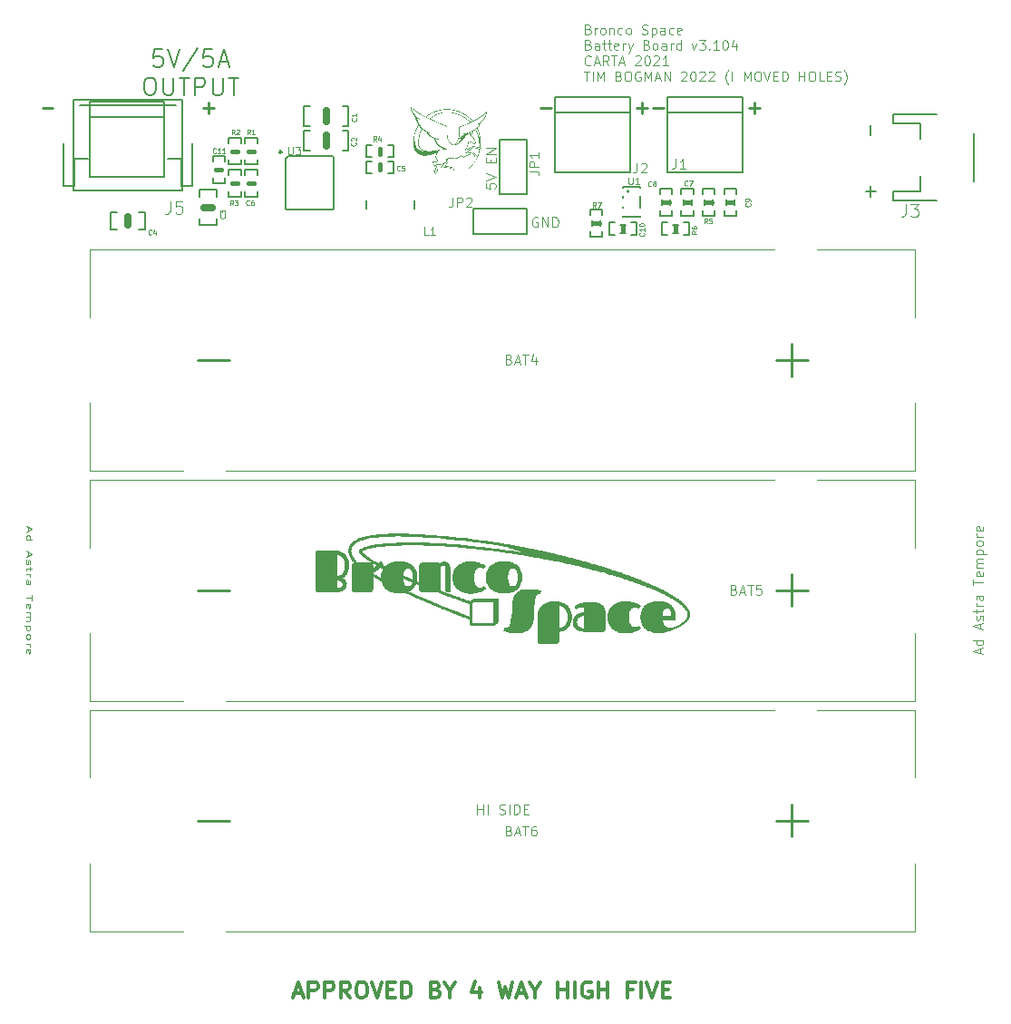
<source format=gbr>
%TF.GenerationSoftware,KiCad,Pcbnew,(6.0.2)*%
%TF.CreationDate,2022-05-05T15:15:48-07:00*%
%TF.ProjectId,Bat_Board_v3.104,4261745f-426f-4617-9264-5f76332e3130,rev?*%
%TF.SameCoordinates,Original*%
%TF.FileFunction,Legend,Top*%
%TF.FilePolarity,Positive*%
%FSLAX46Y46*%
G04 Gerber Fmt 4.6, Leading zero omitted, Abs format (unit mm)*
G04 Created by KiCad (PCBNEW (6.0.2)) date 2022-05-05 15:15:48*
%MOMM*%
%LPD*%
G01*
G04 APERTURE LIST*
%ADD10C,0.254000*%
%ADD11C,0.127000*%
%ADD12C,0.100000*%
%ADD13C,0.300000*%
%ADD14C,0.080000*%
%ADD15C,0.142240*%
%ADD16C,0.036800*%
%ADD17C,0.150000*%
%ADD18C,0.072000*%
%ADD19C,0.093472*%
%ADD20C,0.073600*%
%ADD21C,0.114300*%
%ADD22C,0.170688*%
%ADD23C,0.381000*%
%ADD24C,0.635000*%
%ADD25C,0.200000*%
%ADD26C,0.250000*%
%ADD27C,0.203200*%
%ADD28C,0.152400*%
G04 APERTURE END LIST*
D10*
X101194000Y-61724400D02*
X100194000Y-61724400D01*
D11*
X151569000Y-72224400D02*
X151569000Y-72724400D01*
D10*
X156194000Y-61224400D02*
X156194000Y-62224400D01*
D11*
X140444000Y-71099400D02*
X140444000Y-73474400D01*
X145444000Y-64704400D02*
X145444000Y-69784400D01*
D10*
X155694000Y-61724400D02*
X156694000Y-61724400D01*
D11*
X160819000Y-70224400D02*
X160819000Y-70724400D01*
X145444000Y-71099400D02*
X140444000Y-71099400D01*
X159569000Y-73349400D02*
X159069000Y-73349400D01*
D10*
X166194000Y-61724400D02*
X167194000Y-61724400D01*
X166694000Y-61224400D02*
X166694000Y-62224400D01*
D11*
X154194000Y-72599400D02*
X154694000Y-72599400D01*
X162069000Y-70224400D02*
X162069000Y-70724400D01*
X164819000Y-70224400D02*
X164819000Y-70724400D01*
X152319000Y-72224400D02*
X152319000Y-72724400D01*
X159069000Y-72599400D02*
X159569000Y-72599400D01*
D10*
X157194000Y-61724400D02*
X158194000Y-61724400D01*
D11*
X145444000Y-71099400D02*
X145444000Y-73474400D01*
X154194000Y-73349400D02*
X154694000Y-73349400D01*
D10*
X115694000Y-61224400D02*
X115694000Y-62224400D01*
X115194000Y-61724400D02*
X116194000Y-61724400D01*
D11*
X142944000Y-69784400D02*
X145444000Y-69784400D01*
X142944000Y-69784400D02*
X142944000Y-64704400D01*
X164069000Y-70224400D02*
X164069000Y-70724400D01*
X158069000Y-70224400D02*
X158069000Y-70724400D01*
D10*
X146694000Y-61724400D02*
X147694000Y-61724400D01*
D11*
X160069000Y-70224400D02*
X160069000Y-70724400D01*
X145444000Y-73474400D02*
X140444000Y-73474400D01*
X142944000Y-64704400D02*
X145444000Y-64704400D01*
X162819000Y-70224400D02*
X162819000Y-70724400D01*
X158819000Y-70224400D02*
X158819000Y-70724400D01*
D12*
X151199285Y-54362214D02*
X151327857Y-54405071D01*
X151370714Y-54447928D01*
X151413571Y-54533642D01*
X151413571Y-54662214D01*
X151370714Y-54747928D01*
X151327857Y-54790785D01*
X151242142Y-54833642D01*
X150899285Y-54833642D01*
X150899285Y-53933642D01*
X151199285Y-53933642D01*
X151285000Y-53976500D01*
X151327857Y-54019357D01*
X151370714Y-54105071D01*
X151370714Y-54190785D01*
X151327857Y-54276500D01*
X151285000Y-54319357D01*
X151199285Y-54362214D01*
X150899285Y-54362214D01*
X151799285Y-54833642D02*
X151799285Y-54233642D01*
X151799285Y-54405071D02*
X151842142Y-54319357D01*
X151885000Y-54276500D01*
X151970714Y-54233642D01*
X152056428Y-54233642D01*
X152485000Y-54833642D02*
X152399285Y-54790785D01*
X152356428Y-54747928D01*
X152313571Y-54662214D01*
X152313571Y-54405071D01*
X152356428Y-54319357D01*
X152399285Y-54276500D01*
X152485000Y-54233642D01*
X152613571Y-54233642D01*
X152699285Y-54276500D01*
X152742142Y-54319357D01*
X152785000Y-54405071D01*
X152785000Y-54662214D01*
X152742142Y-54747928D01*
X152699285Y-54790785D01*
X152613571Y-54833642D01*
X152485000Y-54833642D01*
X153170714Y-54233642D02*
X153170714Y-54833642D01*
X153170714Y-54319357D02*
X153213571Y-54276500D01*
X153299285Y-54233642D01*
X153427857Y-54233642D01*
X153513571Y-54276500D01*
X153556428Y-54362214D01*
X153556428Y-54833642D01*
X154370714Y-54790785D02*
X154285000Y-54833642D01*
X154113571Y-54833642D01*
X154027857Y-54790785D01*
X153985000Y-54747928D01*
X153942142Y-54662214D01*
X153942142Y-54405071D01*
X153985000Y-54319357D01*
X154027857Y-54276500D01*
X154113571Y-54233642D01*
X154285000Y-54233642D01*
X154370714Y-54276500D01*
X154885000Y-54833642D02*
X154799285Y-54790785D01*
X154756428Y-54747928D01*
X154713571Y-54662214D01*
X154713571Y-54405071D01*
X154756428Y-54319357D01*
X154799285Y-54276500D01*
X154885000Y-54233642D01*
X155013571Y-54233642D01*
X155099285Y-54276500D01*
X155142142Y-54319357D01*
X155185000Y-54405071D01*
X155185000Y-54662214D01*
X155142142Y-54747928D01*
X155099285Y-54790785D01*
X155013571Y-54833642D01*
X154885000Y-54833642D01*
X156213571Y-54790785D02*
X156342142Y-54833642D01*
X156556428Y-54833642D01*
X156642142Y-54790785D01*
X156685000Y-54747928D01*
X156727857Y-54662214D01*
X156727857Y-54576500D01*
X156685000Y-54490785D01*
X156642142Y-54447928D01*
X156556428Y-54405071D01*
X156385000Y-54362214D01*
X156299285Y-54319357D01*
X156256428Y-54276500D01*
X156213571Y-54190785D01*
X156213571Y-54105071D01*
X156256428Y-54019357D01*
X156299285Y-53976500D01*
X156385000Y-53933642D01*
X156599285Y-53933642D01*
X156727857Y-53976500D01*
X157113571Y-54233642D02*
X157113571Y-55133642D01*
X157113571Y-54276500D02*
X157199285Y-54233642D01*
X157370714Y-54233642D01*
X157456428Y-54276500D01*
X157499285Y-54319357D01*
X157542142Y-54405071D01*
X157542142Y-54662214D01*
X157499285Y-54747928D01*
X157456428Y-54790785D01*
X157370714Y-54833642D01*
X157199285Y-54833642D01*
X157113571Y-54790785D01*
X158313571Y-54833642D02*
X158313571Y-54362214D01*
X158270714Y-54276500D01*
X158185000Y-54233642D01*
X158013571Y-54233642D01*
X157927857Y-54276500D01*
X158313571Y-54790785D02*
X158227857Y-54833642D01*
X158013571Y-54833642D01*
X157927857Y-54790785D01*
X157885000Y-54705071D01*
X157885000Y-54619357D01*
X157927857Y-54533642D01*
X158013571Y-54490785D01*
X158227857Y-54490785D01*
X158313571Y-54447928D01*
X159127857Y-54790785D02*
X159042142Y-54833642D01*
X158870714Y-54833642D01*
X158785000Y-54790785D01*
X158742142Y-54747928D01*
X158699285Y-54662214D01*
X158699285Y-54405071D01*
X158742142Y-54319357D01*
X158785000Y-54276500D01*
X158870714Y-54233642D01*
X159042142Y-54233642D01*
X159127857Y-54276500D01*
X159856428Y-54790785D02*
X159770714Y-54833642D01*
X159599285Y-54833642D01*
X159513571Y-54790785D01*
X159470714Y-54705071D01*
X159470714Y-54362214D01*
X159513571Y-54276500D01*
X159599285Y-54233642D01*
X159770714Y-54233642D01*
X159856428Y-54276500D01*
X159899285Y-54362214D01*
X159899285Y-54447928D01*
X159470714Y-54533642D01*
X151199285Y-55811214D02*
X151327857Y-55854071D01*
X151370714Y-55896928D01*
X151413571Y-55982642D01*
X151413571Y-56111214D01*
X151370714Y-56196928D01*
X151327857Y-56239785D01*
X151242142Y-56282642D01*
X150899285Y-56282642D01*
X150899285Y-55382642D01*
X151199285Y-55382642D01*
X151285000Y-55425500D01*
X151327857Y-55468357D01*
X151370714Y-55554071D01*
X151370714Y-55639785D01*
X151327857Y-55725500D01*
X151285000Y-55768357D01*
X151199285Y-55811214D01*
X150899285Y-55811214D01*
X152185000Y-56282642D02*
X152185000Y-55811214D01*
X152142142Y-55725500D01*
X152056428Y-55682642D01*
X151885000Y-55682642D01*
X151799285Y-55725500D01*
X152185000Y-56239785D02*
X152099285Y-56282642D01*
X151885000Y-56282642D01*
X151799285Y-56239785D01*
X151756428Y-56154071D01*
X151756428Y-56068357D01*
X151799285Y-55982642D01*
X151885000Y-55939785D01*
X152099285Y-55939785D01*
X152185000Y-55896928D01*
X152485000Y-55682642D02*
X152827857Y-55682642D01*
X152613571Y-55382642D02*
X152613571Y-56154071D01*
X152656428Y-56239785D01*
X152742142Y-56282642D01*
X152827857Y-56282642D01*
X152999285Y-55682642D02*
X153342142Y-55682642D01*
X153127857Y-55382642D02*
X153127857Y-56154071D01*
X153170714Y-56239785D01*
X153256428Y-56282642D01*
X153342142Y-56282642D01*
X153985000Y-56239785D02*
X153899285Y-56282642D01*
X153727857Y-56282642D01*
X153642142Y-56239785D01*
X153599285Y-56154071D01*
X153599285Y-55811214D01*
X153642142Y-55725500D01*
X153727857Y-55682642D01*
X153899285Y-55682642D01*
X153985000Y-55725500D01*
X154027857Y-55811214D01*
X154027857Y-55896928D01*
X153599285Y-55982642D01*
X154413571Y-56282642D02*
X154413571Y-55682642D01*
X154413571Y-55854071D02*
X154456428Y-55768357D01*
X154499285Y-55725500D01*
X154585000Y-55682642D01*
X154670714Y-55682642D01*
X154885000Y-55682642D02*
X155099285Y-56282642D01*
X155313571Y-55682642D02*
X155099285Y-56282642D01*
X155013571Y-56496928D01*
X154970714Y-56539785D01*
X154885000Y-56582642D01*
X156642142Y-55811214D02*
X156770714Y-55854071D01*
X156813571Y-55896928D01*
X156856428Y-55982642D01*
X156856428Y-56111214D01*
X156813571Y-56196928D01*
X156770714Y-56239785D01*
X156685000Y-56282642D01*
X156342142Y-56282642D01*
X156342142Y-55382642D01*
X156642142Y-55382642D01*
X156727857Y-55425500D01*
X156770714Y-55468357D01*
X156813571Y-55554071D01*
X156813571Y-55639785D01*
X156770714Y-55725500D01*
X156727857Y-55768357D01*
X156642142Y-55811214D01*
X156342142Y-55811214D01*
X157370714Y-56282642D02*
X157285000Y-56239785D01*
X157242142Y-56196928D01*
X157199285Y-56111214D01*
X157199285Y-55854071D01*
X157242142Y-55768357D01*
X157285000Y-55725500D01*
X157370714Y-55682642D01*
X157499285Y-55682642D01*
X157585000Y-55725500D01*
X157627857Y-55768357D01*
X157670714Y-55854071D01*
X157670714Y-56111214D01*
X157627857Y-56196928D01*
X157585000Y-56239785D01*
X157499285Y-56282642D01*
X157370714Y-56282642D01*
X158442142Y-56282642D02*
X158442142Y-55811214D01*
X158399285Y-55725500D01*
X158313571Y-55682642D01*
X158142142Y-55682642D01*
X158056428Y-55725500D01*
X158442142Y-56239785D02*
X158356428Y-56282642D01*
X158142142Y-56282642D01*
X158056428Y-56239785D01*
X158013571Y-56154071D01*
X158013571Y-56068357D01*
X158056428Y-55982642D01*
X158142142Y-55939785D01*
X158356428Y-55939785D01*
X158442142Y-55896928D01*
X158870714Y-56282642D02*
X158870714Y-55682642D01*
X158870714Y-55854071D02*
X158913571Y-55768357D01*
X158956428Y-55725500D01*
X159042142Y-55682642D01*
X159127857Y-55682642D01*
X159813571Y-56282642D02*
X159813571Y-55382642D01*
X159813571Y-56239785D02*
X159727857Y-56282642D01*
X159556428Y-56282642D01*
X159470714Y-56239785D01*
X159427857Y-56196928D01*
X159385000Y-56111214D01*
X159385000Y-55854071D01*
X159427857Y-55768357D01*
X159470714Y-55725500D01*
X159556428Y-55682642D01*
X159727857Y-55682642D01*
X159813571Y-55725500D01*
X160842142Y-55682642D02*
X161056428Y-56282642D01*
X161270714Y-55682642D01*
X161527857Y-55382642D02*
X162085000Y-55382642D01*
X161785000Y-55725500D01*
X161913571Y-55725500D01*
X161999285Y-55768357D01*
X162042142Y-55811214D01*
X162085000Y-55896928D01*
X162085000Y-56111214D01*
X162042142Y-56196928D01*
X161999285Y-56239785D01*
X161913571Y-56282642D01*
X161656428Y-56282642D01*
X161570714Y-56239785D01*
X161527857Y-56196928D01*
X162470714Y-56196928D02*
X162513571Y-56239785D01*
X162470714Y-56282642D01*
X162427857Y-56239785D01*
X162470714Y-56196928D01*
X162470714Y-56282642D01*
X163370714Y-56282642D02*
X162856428Y-56282642D01*
X163113571Y-56282642D02*
X163113571Y-55382642D01*
X163027857Y-55511214D01*
X162942142Y-55596928D01*
X162856428Y-55639785D01*
X163927857Y-55382642D02*
X164013571Y-55382642D01*
X164099285Y-55425500D01*
X164142142Y-55468357D01*
X164185000Y-55554071D01*
X164227857Y-55725500D01*
X164227857Y-55939785D01*
X164185000Y-56111214D01*
X164142142Y-56196928D01*
X164099285Y-56239785D01*
X164013571Y-56282642D01*
X163927857Y-56282642D01*
X163842142Y-56239785D01*
X163799285Y-56196928D01*
X163756428Y-56111214D01*
X163713571Y-55939785D01*
X163713571Y-55725500D01*
X163756428Y-55554071D01*
X163799285Y-55468357D01*
X163842142Y-55425500D01*
X163927857Y-55382642D01*
X164999285Y-55682642D02*
X164999285Y-56282642D01*
X164785000Y-55339785D02*
X164570714Y-55982642D01*
X165127857Y-55982642D01*
X151413571Y-57645928D02*
X151370714Y-57688785D01*
X151242142Y-57731642D01*
X151156428Y-57731642D01*
X151027857Y-57688785D01*
X150942142Y-57603071D01*
X150899285Y-57517357D01*
X150856428Y-57345928D01*
X150856428Y-57217357D01*
X150899285Y-57045928D01*
X150942142Y-56960214D01*
X151027857Y-56874500D01*
X151156428Y-56831642D01*
X151242142Y-56831642D01*
X151370714Y-56874500D01*
X151413571Y-56917357D01*
X151756428Y-57474500D02*
X152185000Y-57474500D01*
X151670714Y-57731642D02*
X151970714Y-56831642D01*
X152270714Y-57731642D01*
X153085000Y-57731642D02*
X152785000Y-57303071D01*
X152570714Y-57731642D02*
X152570714Y-56831642D01*
X152913571Y-56831642D01*
X152999285Y-56874500D01*
X153042142Y-56917357D01*
X153085000Y-57003071D01*
X153085000Y-57131642D01*
X153042142Y-57217357D01*
X152999285Y-57260214D01*
X152913571Y-57303071D01*
X152570714Y-57303071D01*
X153342142Y-56831642D02*
X153856428Y-56831642D01*
X153599285Y-57731642D02*
X153599285Y-56831642D01*
X154113571Y-57474500D02*
X154542142Y-57474500D01*
X154027857Y-57731642D02*
X154327857Y-56831642D01*
X154627857Y-57731642D01*
X155570714Y-56917357D02*
X155613571Y-56874500D01*
X155699285Y-56831642D01*
X155913571Y-56831642D01*
X155999285Y-56874500D01*
X156042142Y-56917357D01*
X156085000Y-57003071D01*
X156085000Y-57088785D01*
X156042142Y-57217357D01*
X155527857Y-57731642D01*
X156085000Y-57731642D01*
X156642142Y-56831642D02*
X156727857Y-56831642D01*
X156813571Y-56874500D01*
X156856428Y-56917357D01*
X156899285Y-57003071D01*
X156942142Y-57174500D01*
X156942142Y-57388785D01*
X156899285Y-57560214D01*
X156856428Y-57645928D01*
X156813571Y-57688785D01*
X156727857Y-57731642D01*
X156642142Y-57731642D01*
X156556428Y-57688785D01*
X156513571Y-57645928D01*
X156470714Y-57560214D01*
X156427857Y-57388785D01*
X156427857Y-57174500D01*
X156470714Y-57003071D01*
X156513571Y-56917357D01*
X156556428Y-56874500D01*
X156642142Y-56831642D01*
X157285000Y-56917357D02*
X157327857Y-56874500D01*
X157413571Y-56831642D01*
X157627857Y-56831642D01*
X157713571Y-56874500D01*
X157756428Y-56917357D01*
X157799285Y-57003071D01*
X157799285Y-57088785D01*
X157756428Y-57217357D01*
X157242142Y-57731642D01*
X157799285Y-57731642D01*
X158656428Y-57731642D02*
X158142142Y-57731642D01*
X158399285Y-57731642D02*
X158399285Y-56831642D01*
X158313571Y-56960214D01*
X158227857Y-57045928D01*
X158142142Y-57088785D01*
X150770714Y-58280642D02*
X151285000Y-58280642D01*
X151027857Y-59180642D02*
X151027857Y-58280642D01*
X151585000Y-59180642D02*
X151585000Y-58280642D01*
X152013571Y-59180642D02*
X152013571Y-58280642D01*
X152313571Y-58923500D01*
X152613571Y-58280642D01*
X152613571Y-59180642D01*
X154027857Y-58709214D02*
X154156428Y-58752071D01*
X154199285Y-58794928D01*
X154242142Y-58880642D01*
X154242142Y-59009214D01*
X154199285Y-59094928D01*
X154156428Y-59137785D01*
X154070714Y-59180642D01*
X153727857Y-59180642D01*
X153727857Y-58280642D01*
X154027857Y-58280642D01*
X154113571Y-58323500D01*
X154156428Y-58366357D01*
X154199285Y-58452071D01*
X154199285Y-58537785D01*
X154156428Y-58623500D01*
X154113571Y-58666357D01*
X154027857Y-58709214D01*
X153727857Y-58709214D01*
X154799285Y-58280642D02*
X154970714Y-58280642D01*
X155056428Y-58323500D01*
X155142142Y-58409214D01*
X155185000Y-58580642D01*
X155185000Y-58880642D01*
X155142142Y-59052071D01*
X155056428Y-59137785D01*
X154970714Y-59180642D01*
X154799285Y-59180642D01*
X154713571Y-59137785D01*
X154627857Y-59052071D01*
X154585000Y-58880642D01*
X154585000Y-58580642D01*
X154627857Y-58409214D01*
X154713571Y-58323500D01*
X154799285Y-58280642D01*
X156042142Y-58323500D02*
X155956428Y-58280642D01*
X155827857Y-58280642D01*
X155699285Y-58323500D01*
X155613571Y-58409214D01*
X155570714Y-58494928D01*
X155527857Y-58666357D01*
X155527857Y-58794928D01*
X155570714Y-58966357D01*
X155613571Y-59052071D01*
X155699285Y-59137785D01*
X155827857Y-59180642D01*
X155913571Y-59180642D01*
X156042142Y-59137785D01*
X156085000Y-59094928D01*
X156085000Y-58794928D01*
X155913571Y-58794928D01*
X156470714Y-59180642D02*
X156470714Y-58280642D01*
X156770714Y-58923500D01*
X157070714Y-58280642D01*
X157070714Y-59180642D01*
X157456428Y-58923500D02*
X157885000Y-58923500D01*
X157370714Y-59180642D02*
X157670714Y-58280642D01*
X157970714Y-59180642D01*
X158270714Y-59180642D02*
X158270714Y-58280642D01*
X158785000Y-59180642D01*
X158785000Y-58280642D01*
X159856428Y-58366357D02*
X159899285Y-58323500D01*
X159985000Y-58280642D01*
X160199285Y-58280642D01*
X160285000Y-58323500D01*
X160327857Y-58366357D01*
X160370714Y-58452071D01*
X160370714Y-58537785D01*
X160327857Y-58666357D01*
X159813571Y-59180642D01*
X160370714Y-59180642D01*
X160927857Y-58280642D02*
X161013571Y-58280642D01*
X161099285Y-58323500D01*
X161142142Y-58366357D01*
X161185000Y-58452071D01*
X161227857Y-58623500D01*
X161227857Y-58837785D01*
X161185000Y-59009214D01*
X161142142Y-59094928D01*
X161099285Y-59137785D01*
X161013571Y-59180642D01*
X160927857Y-59180642D01*
X160842142Y-59137785D01*
X160799285Y-59094928D01*
X160756428Y-59009214D01*
X160713571Y-58837785D01*
X160713571Y-58623500D01*
X160756428Y-58452071D01*
X160799285Y-58366357D01*
X160842142Y-58323500D01*
X160927857Y-58280642D01*
X161570714Y-58366357D02*
X161613571Y-58323500D01*
X161699285Y-58280642D01*
X161913571Y-58280642D01*
X161999285Y-58323500D01*
X162042142Y-58366357D01*
X162085000Y-58452071D01*
X162085000Y-58537785D01*
X162042142Y-58666357D01*
X161527857Y-59180642D01*
X162085000Y-59180642D01*
X162427857Y-58366357D02*
X162470714Y-58323500D01*
X162556428Y-58280642D01*
X162770714Y-58280642D01*
X162856428Y-58323500D01*
X162899285Y-58366357D01*
X162942142Y-58452071D01*
X162942142Y-58537785D01*
X162899285Y-58666357D01*
X162385000Y-59180642D01*
X162942142Y-59180642D01*
X164270714Y-59523500D02*
X164227857Y-59480642D01*
X164142142Y-59352071D01*
X164099285Y-59266357D01*
X164056428Y-59137785D01*
X164013571Y-58923500D01*
X164013571Y-58752071D01*
X164056428Y-58537785D01*
X164099285Y-58409214D01*
X164142142Y-58323500D01*
X164227857Y-58194928D01*
X164270714Y-58152071D01*
X164613571Y-59180642D02*
X164613571Y-58280642D01*
X165727857Y-59180642D02*
X165727857Y-58280642D01*
X166027857Y-58923500D01*
X166327857Y-58280642D01*
X166327857Y-59180642D01*
X166927857Y-58280642D02*
X167099285Y-58280642D01*
X167185000Y-58323500D01*
X167270714Y-58409214D01*
X167313571Y-58580642D01*
X167313571Y-58880642D01*
X167270714Y-59052071D01*
X167185000Y-59137785D01*
X167099285Y-59180642D01*
X166927857Y-59180642D01*
X166842142Y-59137785D01*
X166756428Y-59052071D01*
X166713571Y-58880642D01*
X166713571Y-58580642D01*
X166756428Y-58409214D01*
X166842142Y-58323500D01*
X166927857Y-58280642D01*
X167570714Y-58280642D02*
X167870714Y-59180642D01*
X168170714Y-58280642D01*
X168470714Y-58709214D02*
X168770714Y-58709214D01*
X168899285Y-59180642D02*
X168470714Y-59180642D01*
X168470714Y-58280642D01*
X168899285Y-58280642D01*
X169285000Y-59180642D02*
X169285000Y-58280642D01*
X169499285Y-58280642D01*
X169627857Y-58323500D01*
X169713571Y-58409214D01*
X169756428Y-58494928D01*
X169799285Y-58666357D01*
X169799285Y-58794928D01*
X169756428Y-58966357D01*
X169713571Y-59052071D01*
X169627857Y-59137785D01*
X169499285Y-59180642D01*
X169285000Y-59180642D01*
X170870714Y-59180642D02*
X170870714Y-58280642D01*
X170870714Y-58709214D02*
X171385000Y-58709214D01*
X171385000Y-59180642D02*
X171385000Y-58280642D01*
X171985000Y-58280642D02*
X172156428Y-58280642D01*
X172242142Y-58323500D01*
X172327857Y-58409214D01*
X172370714Y-58580642D01*
X172370714Y-58880642D01*
X172327857Y-59052071D01*
X172242142Y-59137785D01*
X172156428Y-59180642D01*
X171985000Y-59180642D01*
X171899285Y-59137785D01*
X171813571Y-59052071D01*
X171770714Y-58880642D01*
X171770714Y-58580642D01*
X171813571Y-58409214D01*
X171899285Y-58323500D01*
X171985000Y-58280642D01*
X173185000Y-59180642D02*
X172756428Y-59180642D01*
X172756428Y-58280642D01*
X173485000Y-58709214D02*
X173785000Y-58709214D01*
X173913571Y-59180642D02*
X173485000Y-59180642D01*
X173485000Y-58280642D01*
X173913571Y-58280642D01*
X174256428Y-59137785D02*
X174385000Y-59180642D01*
X174599285Y-59180642D01*
X174685000Y-59137785D01*
X174727857Y-59094928D01*
X174770714Y-59009214D01*
X174770714Y-58923500D01*
X174727857Y-58837785D01*
X174685000Y-58794928D01*
X174599285Y-58752071D01*
X174427857Y-58709214D01*
X174342142Y-58666357D01*
X174299285Y-58623500D01*
X174256428Y-58537785D01*
X174256428Y-58452071D01*
X174299285Y-58366357D01*
X174342142Y-58323500D01*
X174427857Y-58280642D01*
X174642142Y-58280642D01*
X174770714Y-58323500D01*
X175070714Y-59523500D02*
X175113571Y-59480642D01*
X175199285Y-59352071D01*
X175242142Y-59266357D01*
X175285000Y-59137785D01*
X175327857Y-58923500D01*
X175327857Y-58752071D01*
X175285000Y-58537785D01*
X175242142Y-58409214D01*
X175199285Y-58323500D01*
X175113571Y-58194928D01*
X175070714Y-58152071D01*
D13*
X123718560Y-144359999D02*
X124432846Y-144359999D01*
X123575703Y-144788570D02*
X124075703Y-143288570D01*
X124575703Y-144788570D01*
X125075703Y-144788570D02*
X125075703Y-143288570D01*
X125647131Y-143288570D01*
X125789988Y-143359999D01*
X125861417Y-143431427D01*
X125932846Y-143574284D01*
X125932846Y-143788570D01*
X125861417Y-143931427D01*
X125789988Y-144002856D01*
X125647131Y-144074284D01*
X125075703Y-144074284D01*
X126575703Y-144788570D02*
X126575703Y-143288570D01*
X127147131Y-143288570D01*
X127289988Y-143359999D01*
X127361417Y-143431427D01*
X127432846Y-143574284D01*
X127432846Y-143788570D01*
X127361417Y-143931427D01*
X127289988Y-144002856D01*
X127147131Y-144074284D01*
X126575703Y-144074284D01*
X128932846Y-144788570D02*
X128432846Y-144074284D01*
X128075703Y-144788570D02*
X128075703Y-143288570D01*
X128647131Y-143288570D01*
X128789988Y-143359999D01*
X128861417Y-143431427D01*
X128932846Y-143574284D01*
X128932846Y-143788570D01*
X128861417Y-143931427D01*
X128789988Y-144002856D01*
X128647131Y-144074284D01*
X128075703Y-144074284D01*
X129861417Y-143288570D02*
X130147131Y-143288570D01*
X130289988Y-143359999D01*
X130432846Y-143502856D01*
X130504274Y-143788570D01*
X130504274Y-144288570D01*
X130432846Y-144574284D01*
X130289988Y-144717141D01*
X130147131Y-144788570D01*
X129861417Y-144788570D01*
X129718560Y-144717141D01*
X129575703Y-144574284D01*
X129504274Y-144288570D01*
X129504274Y-143788570D01*
X129575703Y-143502856D01*
X129718560Y-143359999D01*
X129861417Y-143288570D01*
X130932846Y-143288570D02*
X131432846Y-144788570D01*
X131932846Y-143288570D01*
X132432846Y-144002856D02*
X132932846Y-144002856D01*
X133147131Y-144788570D02*
X132432846Y-144788570D01*
X132432846Y-143288570D01*
X133147131Y-143288570D01*
X133789988Y-144788570D02*
X133789988Y-143288570D01*
X134147131Y-143288570D01*
X134361417Y-143359999D01*
X134504274Y-143502856D01*
X134575703Y-143645713D01*
X134647131Y-143931427D01*
X134647131Y-144145713D01*
X134575703Y-144431427D01*
X134504274Y-144574284D01*
X134361417Y-144717141D01*
X134147131Y-144788570D01*
X133789988Y-144788570D01*
X136932846Y-144002856D02*
X137147131Y-144074284D01*
X137218560Y-144145713D01*
X137289989Y-144288570D01*
X137289989Y-144502856D01*
X137218560Y-144645713D01*
X137147131Y-144717141D01*
X137004274Y-144788570D01*
X136432846Y-144788570D01*
X136432846Y-143288570D01*
X136932846Y-143288570D01*
X137075703Y-143359999D01*
X137147131Y-143431427D01*
X137218560Y-143574284D01*
X137218560Y-143717141D01*
X137147131Y-143859999D01*
X137075703Y-143931427D01*
X136932846Y-144002856D01*
X136432846Y-144002856D01*
X138218560Y-144074284D02*
X138218560Y-144788570D01*
X137718560Y-143288570D02*
X138218560Y-144074284D01*
X138718560Y-143288570D01*
X141004274Y-143788570D02*
X141004274Y-144788570D01*
X140647131Y-143217141D02*
X140289989Y-144288570D01*
X141218560Y-144288570D01*
X142789989Y-143288570D02*
X143147131Y-144788570D01*
X143432846Y-143717141D01*
X143718560Y-144788570D01*
X144075703Y-143288570D01*
X144575703Y-144359999D02*
X145289989Y-144359999D01*
X144432846Y-144788570D02*
X144932846Y-143288570D01*
X145432846Y-144788570D01*
X146218560Y-144074284D02*
X146218560Y-144788570D01*
X145718560Y-143288570D02*
X146218560Y-144074284D01*
X146718560Y-143288570D01*
X148361417Y-144788570D02*
X148361417Y-143288570D01*
X148361417Y-144002856D02*
X149218560Y-144002856D01*
X149218560Y-144788570D02*
X149218560Y-143288570D01*
X149932846Y-144788570D02*
X149932846Y-143288570D01*
X151432846Y-143359999D02*
X151289989Y-143288570D01*
X151075703Y-143288570D01*
X150861417Y-143359999D01*
X150718560Y-143502856D01*
X150647131Y-143645713D01*
X150575703Y-143931427D01*
X150575703Y-144145713D01*
X150647131Y-144431427D01*
X150718560Y-144574284D01*
X150861417Y-144717141D01*
X151075703Y-144788570D01*
X151218560Y-144788570D01*
X151432846Y-144717141D01*
X151504274Y-144645713D01*
X151504274Y-144145713D01*
X151218560Y-144145713D01*
X152147131Y-144788570D02*
X152147131Y-143288570D01*
X152147131Y-144002856D02*
X153004274Y-144002856D01*
X153004274Y-144788570D02*
X153004274Y-143288570D01*
X155361417Y-144002856D02*
X154861417Y-144002856D01*
X154861417Y-144788570D02*
X154861417Y-143288570D01*
X155575703Y-143288570D01*
X156147131Y-144788570D02*
X156147131Y-143288570D01*
X156647131Y-143288570D02*
X157147131Y-144788570D01*
X157647131Y-143288570D01*
X158147131Y-144002856D02*
X158647131Y-144002856D01*
X158861417Y-144788570D02*
X158147131Y-144788570D01*
X158147131Y-143288570D01*
X158861417Y-143288570D01*
D14*
X187783133Y-112616190D02*
X187783133Y-112178095D01*
X188045990Y-112703809D02*
X187125990Y-112397142D01*
X188045990Y-112090476D01*
X188045990Y-111389523D02*
X187125990Y-111389523D01*
X188002180Y-111389523D02*
X188045990Y-111477142D01*
X188045990Y-111652380D01*
X188002180Y-111740000D01*
X187958371Y-111783809D01*
X187870752Y-111827619D01*
X187607895Y-111827619D01*
X187520276Y-111783809D01*
X187476466Y-111740000D01*
X187432657Y-111652380D01*
X187432657Y-111477142D01*
X187476466Y-111389523D01*
X187783133Y-110294285D02*
X187783133Y-109856190D01*
X188045990Y-110381904D02*
X187125990Y-110075238D01*
X188045990Y-109768571D01*
X188002180Y-109505714D02*
X188045990Y-109418095D01*
X188045990Y-109242857D01*
X188002180Y-109155238D01*
X187914561Y-109111428D01*
X187870752Y-109111428D01*
X187783133Y-109155238D01*
X187739323Y-109242857D01*
X187739323Y-109374285D01*
X187695514Y-109461904D01*
X187607895Y-109505714D01*
X187564085Y-109505714D01*
X187476466Y-109461904D01*
X187432657Y-109374285D01*
X187432657Y-109242857D01*
X187476466Y-109155238D01*
X187432657Y-108848571D02*
X187432657Y-108498095D01*
X187125990Y-108717142D02*
X187914561Y-108717142D01*
X188002180Y-108673333D01*
X188045990Y-108585714D01*
X188045990Y-108498095D01*
X188045990Y-108191428D02*
X187432657Y-108191428D01*
X187607895Y-108191428D02*
X187520276Y-108147619D01*
X187476466Y-108103809D01*
X187432657Y-108016190D01*
X187432657Y-107928571D01*
X188045990Y-107227619D02*
X187564085Y-107227619D01*
X187476466Y-107271428D01*
X187432657Y-107359047D01*
X187432657Y-107534285D01*
X187476466Y-107621904D01*
X188002180Y-107227619D02*
X188045990Y-107315238D01*
X188045990Y-107534285D01*
X188002180Y-107621904D01*
X187914561Y-107665714D01*
X187826942Y-107665714D01*
X187739323Y-107621904D01*
X187695514Y-107534285D01*
X187695514Y-107315238D01*
X187651704Y-107227619D01*
X187125990Y-106220000D02*
X187125990Y-105694285D01*
X188045990Y-105957142D02*
X187125990Y-105957142D01*
X188002180Y-105037142D02*
X188045990Y-105124761D01*
X188045990Y-105300000D01*
X188002180Y-105387619D01*
X187914561Y-105431428D01*
X187564085Y-105431428D01*
X187476466Y-105387619D01*
X187432657Y-105300000D01*
X187432657Y-105124761D01*
X187476466Y-105037142D01*
X187564085Y-104993333D01*
X187651704Y-104993333D01*
X187739323Y-105431428D01*
X188045990Y-104599047D02*
X187432657Y-104599047D01*
X187520276Y-104599047D02*
X187476466Y-104555238D01*
X187432657Y-104467619D01*
X187432657Y-104336190D01*
X187476466Y-104248571D01*
X187564085Y-104204761D01*
X188045990Y-104204761D01*
X187564085Y-104204761D02*
X187476466Y-104160952D01*
X187432657Y-104073333D01*
X187432657Y-103941904D01*
X187476466Y-103854285D01*
X187564085Y-103810476D01*
X188045990Y-103810476D01*
X187432657Y-103372380D02*
X188352657Y-103372380D01*
X187476466Y-103372380D02*
X187432657Y-103284761D01*
X187432657Y-103109523D01*
X187476466Y-103021904D01*
X187520276Y-102978095D01*
X187607895Y-102934285D01*
X187870752Y-102934285D01*
X187958371Y-102978095D01*
X188002180Y-103021904D01*
X188045990Y-103109523D01*
X188045990Y-103284761D01*
X188002180Y-103372380D01*
X188045990Y-102408571D02*
X188002180Y-102496190D01*
X187958371Y-102540000D01*
X187870752Y-102583809D01*
X187607895Y-102583809D01*
X187520276Y-102540000D01*
X187476466Y-102496190D01*
X187432657Y-102408571D01*
X187432657Y-102277142D01*
X187476466Y-102189523D01*
X187520276Y-102145714D01*
X187607895Y-102101904D01*
X187870752Y-102101904D01*
X187958371Y-102145714D01*
X188002180Y-102189523D01*
X188045990Y-102277142D01*
X188045990Y-102408571D01*
X188045990Y-101707619D02*
X187432657Y-101707619D01*
X187607895Y-101707619D02*
X187520276Y-101663809D01*
X187476466Y-101620000D01*
X187432657Y-101532380D01*
X187432657Y-101444761D01*
X188002180Y-100787619D02*
X188045990Y-100875238D01*
X188045990Y-101050476D01*
X188002180Y-101138095D01*
X187914561Y-101181904D01*
X187564085Y-101181904D01*
X187476466Y-101138095D01*
X187432657Y-101050476D01*
X187432657Y-100875238D01*
X187476466Y-100787619D01*
X187564085Y-100743809D01*
X187651704Y-100743809D01*
X187739323Y-101181904D01*
D15*
X111397626Y-56232839D02*
X110618693Y-56232839D01*
X110540800Y-57011773D01*
X110618693Y-56933879D01*
X110774480Y-56855986D01*
X111163946Y-56855986D01*
X111319733Y-56933879D01*
X111397626Y-57011773D01*
X111475520Y-57167559D01*
X111475520Y-57557026D01*
X111397626Y-57712813D01*
X111319733Y-57790706D01*
X111163946Y-57868599D01*
X110774480Y-57868599D01*
X110618693Y-57790706D01*
X110540800Y-57712813D01*
X111942880Y-56232839D02*
X112488133Y-57868599D01*
X113033386Y-56232839D01*
X114747040Y-56154946D02*
X113344960Y-58258066D01*
X116071226Y-56232839D02*
X115292293Y-56232839D01*
X115214400Y-57011773D01*
X115292293Y-56933879D01*
X115448080Y-56855986D01*
X115837546Y-56855986D01*
X115993333Y-56933879D01*
X116071226Y-57011773D01*
X116149120Y-57167559D01*
X116149120Y-57557026D01*
X116071226Y-57712813D01*
X115993333Y-57790706D01*
X115837546Y-57868599D01*
X115448080Y-57868599D01*
X115292293Y-57790706D01*
X115214400Y-57712813D01*
X116772266Y-57401239D02*
X117551200Y-57401239D01*
X116616480Y-57868599D02*
X117161733Y-56232839D01*
X117706986Y-57868599D01*
X110112386Y-58866413D02*
X110423960Y-58866413D01*
X110579746Y-58944307D01*
X110735533Y-59100093D01*
X110813426Y-59411667D01*
X110813426Y-59956920D01*
X110735533Y-60268493D01*
X110579746Y-60424280D01*
X110423960Y-60502173D01*
X110112386Y-60502173D01*
X109956600Y-60424280D01*
X109800813Y-60268493D01*
X109722920Y-59956920D01*
X109722920Y-59411667D01*
X109800813Y-59100093D01*
X109956600Y-58944307D01*
X110112386Y-58866413D01*
X111514466Y-58866413D02*
X111514466Y-60190600D01*
X111592360Y-60346387D01*
X111670253Y-60424280D01*
X111826040Y-60502173D01*
X112137613Y-60502173D01*
X112293400Y-60424280D01*
X112371293Y-60346387D01*
X112449186Y-60190600D01*
X112449186Y-58866413D01*
X112994440Y-58866413D02*
X113929160Y-58866413D01*
X113461800Y-60502173D02*
X113461800Y-58866413D01*
X114474413Y-60502173D02*
X114474413Y-58866413D01*
X115097560Y-58866413D01*
X115253346Y-58944307D01*
X115331240Y-59022200D01*
X115409133Y-59177987D01*
X115409133Y-59411667D01*
X115331240Y-59567453D01*
X115253346Y-59645347D01*
X115097560Y-59723240D01*
X114474413Y-59723240D01*
X116110173Y-58866413D02*
X116110173Y-60190600D01*
X116188066Y-60346387D01*
X116265960Y-60424280D01*
X116421746Y-60502173D01*
X116733320Y-60502173D01*
X116889106Y-60424280D01*
X116967000Y-60346387D01*
X117044893Y-60190600D01*
X117044893Y-58866413D01*
X117590146Y-58866413D02*
X118524866Y-58866413D01*
X118057506Y-60502173D02*
X118057506Y-58866413D01*
D14*
X146446952Y-71929400D02*
X146359333Y-71885590D01*
X146227904Y-71885590D01*
X146096476Y-71929400D01*
X146008857Y-72017019D01*
X145965047Y-72104638D01*
X145921238Y-72279876D01*
X145921238Y-72411304D01*
X145965047Y-72586542D01*
X146008857Y-72674161D01*
X146096476Y-72761780D01*
X146227904Y-72805590D01*
X146315523Y-72805590D01*
X146446952Y-72761780D01*
X146490761Y-72717971D01*
X146490761Y-72411304D01*
X146315523Y-72411304D01*
X146885047Y-72805590D02*
X146885047Y-71885590D01*
X147410761Y-72805590D01*
X147410761Y-71885590D01*
X147848857Y-72805590D02*
X147848857Y-71885590D01*
X148067904Y-71885590D01*
X148199333Y-71929400D01*
X148286952Y-72017019D01*
X148330761Y-72104638D01*
X148374571Y-72279876D01*
X148374571Y-72411304D01*
X148330761Y-72586542D01*
X148286952Y-72674161D01*
X148199333Y-72761780D01*
X148067904Y-72805590D01*
X147848857Y-72805590D01*
X98849666Y-100794609D02*
X98849666Y-101232704D01*
X98706809Y-100706990D02*
X99206809Y-101013657D01*
X98706809Y-101320323D01*
X98706809Y-102021276D02*
X99206809Y-102021276D01*
X98730619Y-102021276D02*
X98706809Y-101933657D01*
X98706809Y-101758419D01*
X98730619Y-101670800D01*
X98754428Y-101626990D01*
X98802047Y-101583180D01*
X98944904Y-101583180D01*
X98992523Y-101626990D01*
X99016333Y-101670800D01*
X99040142Y-101758419D01*
X99040142Y-101933657D01*
X99016333Y-102021276D01*
X98849666Y-103116514D02*
X98849666Y-103554609D01*
X98706809Y-103028895D02*
X99206809Y-103335561D01*
X98706809Y-103642228D01*
X98730619Y-103905085D02*
X98706809Y-103992704D01*
X98706809Y-104167942D01*
X98730619Y-104255561D01*
X98778238Y-104299371D01*
X98802047Y-104299371D01*
X98849666Y-104255561D01*
X98873476Y-104167942D01*
X98873476Y-104036514D01*
X98897285Y-103948895D01*
X98944904Y-103905085D01*
X98968714Y-103905085D01*
X99016333Y-103948895D01*
X99040142Y-104036514D01*
X99040142Y-104167942D01*
X99016333Y-104255561D01*
X99040142Y-104562228D02*
X99040142Y-104912704D01*
X99206809Y-104693657D02*
X98778238Y-104693657D01*
X98730619Y-104737466D01*
X98706809Y-104825085D01*
X98706809Y-104912704D01*
X98706809Y-105219371D02*
X99040142Y-105219371D01*
X98944904Y-105219371D02*
X98992523Y-105263180D01*
X99016333Y-105306990D01*
X99040142Y-105394609D01*
X99040142Y-105482228D01*
X98706809Y-106183180D02*
X98968714Y-106183180D01*
X99016333Y-106139371D01*
X99040142Y-106051752D01*
X99040142Y-105876514D01*
X99016333Y-105788895D01*
X98730619Y-106183180D02*
X98706809Y-106095561D01*
X98706809Y-105876514D01*
X98730619Y-105788895D01*
X98778238Y-105745085D01*
X98825857Y-105745085D01*
X98873476Y-105788895D01*
X98897285Y-105876514D01*
X98897285Y-106095561D01*
X98921095Y-106183180D01*
X99206809Y-107190800D02*
X99206809Y-107716514D01*
X98706809Y-107453657D02*
X99206809Y-107453657D01*
X98730619Y-108373657D02*
X98706809Y-108286038D01*
X98706809Y-108110800D01*
X98730619Y-108023180D01*
X98778238Y-107979371D01*
X98968714Y-107979371D01*
X99016333Y-108023180D01*
X99040142Y-108110800D01*
X99040142Y-108286038D01*
X99016333Y-108373657D01*
X98968714Y-108417466D01*
X98921095Y-108417466D01*
X98873476Y-107979371D01*
X98706809Y-108811752D02*
X99040142Y-108811752D01*
X98992523Y-108811752D02*
X99016333Y-108855561D01*
X99040142Y-108943180D01*
X99040142Y-109074609D01*
X99016333Y-109162228D01*
X98968714Y-109206038D01*
X98706809Y-109206038D01*
X98968714Y-109206038D02*
X99016333Y-109249847D01*
X99040142Y-109337466D01*
X99040142Y-109468895D01*
X99016333Y-109556514D01*
X98968714Y-109600323D01*
X98706809Y-109600323D01*
X99040142Y-110038419D02*
X98540142Y-110038419D01*
X99016333Y-110038419D02*
X99040142Y-110126038D01*
X99040142Y-110301276D01*
X99016333Y-110388895D01*
X98992523Y-110432704D01*
X98944904Y-110476514D01*
X98802047Y-110476514D01*
X98754428Y-110432704D01*
X98730619Y-110388895D01*
X98706809Y-110301276D01*
X98706809Y-110126038D01*
X98730619Y-110038419D01*
X98706809Y-111002228D02*
X98730619Y-110914609D01*
X98754428Y-110870800D01*
X98802047Y-110826990D01*
X98944904Y-110826990D01*
X98992523Y-110870800D01*
X99016333Y-110914609D01*
X99040142Y-111002228D01*
X99040142Y-111133657D01*
X99016333Y-111221276D01*
X98992523Y-111265085D01*
X98944904Y-111308895D01*
X98802047Y-111308895D01*
X98754428Y-111265085D01*
X98730619Y-111221276D01*
X98706809Y-111133657D01*
X98706809Y-111002228D01*
X98706809Y-111703180D02*
X99040142Y-111703180D01*
X98944904Y-111703180D02*
X98992523Y-111746990D01*
X99016333Y-111790800D01*
X99040142Y-111878419D01*
X99040142Y-111966038D01*
X98730619Y-112623180D02*
X98706809Y-112535561D01*
X98706809Y-112360323D01*
X98730619Y-112272704D01*
X98778238Y-112228895D01*
X98968714Y-112228895D01*
X99016333Y-112272704D01*
X99040142Y-112360323D01*
X99040142Y-112535561D01*
X99016333Y-112623180D01*
X98968714Y-112666990D01*
X98921095Y-112666990D01*
X98873476Y-112228895D01*
X140828285Y-127640590D02*
X140828285Y-126720590D01*
X140828285Y-127158685D02*
X141354000Y-127158685D01*
X141354000Y-127640590D02*
X141354000Y-126720590D01*
X141792095Y-127640590D02*
X141792095Y-126720590D01*
X142887333Y-127596780D02*
X143018761Y-127640590D01*
X143237809Y-127640590D01*
X143325428Y-127596780D01*
X143369238Y-127552971D01*
X143413047Y-127465352D01*
X143413047Y-127377733D01*
X143369238Y-127290114D01*
X143325428Y-127246304D01*
X143237809Y-127202495D01*
X143062571Y-127158685D01*
X142974952Y-127114876D01*
X142931142Y-127071066D01*
X142887333Y-126983447D01*
X142887333Y-126895828D01*
X142931142Y-126808209D01*
X142974952Y-126764400D01*
X143062571Y-126720590D01*
X143281619Y-126720590D01*
X143413047Y-126764400D01*
X143807333Y-127640590D02*
X143807333Y-126720590D01*
X144245428Y-127640590D02*
X144245428Y-126720590D01*
X144464476Y-126720590D01*
X144595904Y-126764400D01*
X144683523Y-126852019D01*
X144727333Y-126939638D01*
X144771142Y-127114876D01*
X144771142Y-127246304D01*
X144727333Y-127421542D01*
X144683523Y-127509161D01*
X144595904Y-127596780D01*
X144464476Y-127640590D01*
X144245428Y-127640590D01*
X145165428Y-127158685D02*
X145472095Y-127158685D01*
X145603523Y-127640590D02*
X145165428Y-127640590D01*
X145165428Y-126720590D01*
X145603523Y-126720590D01*
X141605190Y-68745257D02*
X141605190Y-69183352D01*
X142043285Y-69227161D01*
X141999476Y-69183352D01*
X141955666Y-69095733D01*
X141955666Y-68876685D01*
X141999476Y-68789066D01*
X142043285Y-68745257D01*
X142130904Y-68701447D01*
X142349952Y-68701447D01*
X142437571Y-68745257D01*
X142481380Y-68789066D01*
X142525190Y-68876685D01*
X142525190Y-69095733D01*
X142481380Y-69183352D01*
X142437571Y-69227161D01*
X141605190Y-68438590D02*
X142525190Y-68131923D01*
X141605190Y-67825257D01*
X142043285Y-66817638D02*
X142043285Y-66510971D01*
X142525190Y-66379542D02*
X142525190Y-66817638D01*
X141605190Y-66817638D01*
X141605190Y-66379542D01*
X142525190Y-65985257D02*
X141605190Y-65985257D01*
X142525190Y-65459542D01*
X141605190Y-65459542D01*
D16*
%TO.C,C11*%
X116400691Y-65875228D02*
X116378634Y-65897285D01*
X116312462Y-65919342D01*
X116268348Y-65919342D01*
X116202177Y-65897285D01*
X116158062Y-65853171D01*
X116136005Y-65809057D01*
X116113948Y-65720828D01*
X116113948Y-65654657D01*
X116136005Y-65566428D01*
X116158062Y-65522314D01*
X116202177Y-65478200D01*
X116268348Y-65456142D01*
X116312462Y-65456142D01*
X116378634Y-65478200D01*
X116400691Y-65500257D01*
X116841834Y-65919342D02*
X116577148Y-65919342D01*
X116709491Y-65919342D02*
X116709491Y-65456142D01*
X116665377Y-65522314D01*
X116621262Y-65566428D01*
X116577148Y-65588485D01*
X117282977Y-65919342D02*
X117018291Y-65919342D01*
X117150634Y-65919342D02*
X117150634Y-65456142D01*
X117106520Y-65522314D01*
X117062405Y-65566428D01*
X117018291Y-65588485D01*
D17*
%TO.C,*%
D16*
%TO.C,C1*%
X129502228Y-62656291D02*
X129524285Y-62678348D01*
X129546342Y-62744520D01*
X129546342Y-62788634D01*
X129524285Y-62854805D01*
X129480171Y-62898920D01*
X129436057Y-62920977D01*
X129347828Y-62943034D01*
X129281657Y-62943034D01*
X129193428Y-62920977D01*
X129149314Y-62898920D01*
X129105200Y-62854805D01*
X129083142Y-62788634D01*
X129083142Y-62744520D01*
X129105200Y-62678348D01*
X129127257Y-62656291D01*
X129546342Y-62215148D02*
X129546342Y-62479834D01*
X129546342Y-62347491D02*
X129083142Y-62347491D01*
X129149314Y-62391605D01*
X129193428Y-62435720D01*
X129215485Y-62479834D01*
%TO.C,C7*%
X160444291Y-68897828D02*
X160422234Y-68919885D01*
X160356062Y-68941942D01*
X160311948Y-68941942D01*
X160245777Y-68919885D01*
X160201662Y-68875771D01*
X160179605Y-68831657D01*
X160157548Y-68743428D01*
X160157548Y-68677257D01*
X160179605Y-68589028D01*
X160201662Y-68544914D01*
X160245777Y-68500800D01*
X160311948Y-68478742D01*
X160356062Y-68478742D01*
X160422234Y-68500800D01*
X160444291Y-68522857D01*
X160598691Y-68478742D02*
X160907491Y-68478742D01*
X160708977Y-68941942D01*
D18*
%TO.C,U3*%
X123164133Y-65325733D02*
X123164133Y-65915066D01*
X123198800Y-65984400D01*
X123233466Y-66019066D01*
X123302800Y-66053733D01*
X123441466Y-66053733D01*
X123510800Y-66019066D01*
X123545466Y-65984400D01*
X123580133Y-65915066D01*
X123580133Y-65325733D01*
X123857466Y-65325733D02*
X124308133Y-65325733D01*
X124065466Y-65603066D01*
X124169466Y-65603066D01*
X124238800Y-65637733D01*
X124273466Y-65672400D01*
X124308133Y-65741733D01*
X124308133Y-65915066D01*
X124273466Y-65984400D01*
X124238800Y-66019066D01*
X124169466Y-66053733D01*
X123961466Y-66053733D01*
X123892133Y-66019066D01*
X123857466Y-65984400D01*
D16*
%TO.C,R5*%
X162286108Y-72472542D02*
X162131708Y-72251971D01*
X162021422Y-72472542D02*
X162021422Y-72009342D01*
X162197880Y-72009342D01*
X162241994Y-72031400D01*
X162264051Y-72053457D01*
X162286108Y-72097571D01*
X162286108Y-72163742D01*
X162264051Y-72207857D01*
X162241994Y-72229914D01*
X162197880Y-72251971D01*
X162021422Y-72251971D01*
X162705194Y-72009342D02*
X162484622Y-72009342D01*
X162462565Y-72229914D01*
X162484622Y-72207857D01*
X162528737Y-72185800D01*
X162639022Y-72185800D01*
X162683137Y-72207857D01*
X162705194Y-72229914D01*
X162727251Y-72274028D01*
X162727251Y-72384314D01*
X162705194Y-72428428D01*
X162683137Y-72450485D01*
X162639022Y-72472542D01*
X162528737Y-72472542D01*
X162484622Y-72450485D01*
X162462565Y-72428428D01*
D19*
%TO.C,J2*%
X155729604Y-66827968D02*
X155729604Y-67475488D01*
X155686436Y-67604992D01*
X155600100Y-67691328D01*
X155470596Y-67734496D01*
X155384260Y-67734496D01*
X156118116Y-66914304D02*
X156161284Y-66871136D01*
X156247620Y-66827968D01*
X156463460Y-66827968D01*
X156549796Y-66871136D01*
X156592964Y-66914304D01*
X156636132Y-67000640D01*
X156636132Y-67086976D01*
X156592964Y-67216480D01*
X156074948Y-67734496D01*
X156636132Y-67734496D01*
D16*
%TO.C,R6*%
X161296342Y-73171891D02*
X161075771Y-73326291D01*
X161296342Y-73436577D02*
X160833142Y-73436577D01*
X160833142Y-73260120D01*
X160855200Y-73216005D01*
X160877257Y-73193948D01*
X160921371Y-73171891D01*
X160987542Y-73171891D01*
X161031657Y-73193948D01*
X161053714Y-73216005D01*
X161075771Y-73260120D01*
X161075771Y-73436577D01*
X160833142Y-72774862D02*
X160833142Y-72863091D01*
X160855200Y-72907205D01*
X160877257Y-72929262D01*
X160943428Y-72973377D01*
X161031657Y-72995434D01*
X161208114Y-72995434D01*
X161252228Y-72973377D01*
X161274285Y-72951320D01*
X161296342Y-72907205D01*
X161296342Y-72818977D01*
X161274285Y-72774862D01*
X161252228Y-72752805D01*
X161208114Y-72730748D01*
X161097828Y-72730748D01*
X161053714Y-72752805D01*
X161031657Y-72774862D01*
X161009600Y-72818977D01*
X161009600Y-72907205D01*
X161031657Y-72951320D01*
X161053714Y-72973377D01*
X161097828Y-72995434D01*
%TO.C,C10*%
X156375428Y-73359034D02*
X156397485Y-73381091D01*
X156419542Y-73447262D01*
X156419542Y-73491377D01*
X156397485Y-73557548D01*
X156353371Y-73601662D01*
X156309257Y-73623720D01*
X156221028Y-73645777D01*
X156154857Y-73645777D01*
X156066628Y-73623720D01*
X156022514Y-73601662D01*
X155978400Y-73557548D01*
X155956342Y-73491377D01*
X155956342Y-73447262D01*
X155978400Y-73381091D01*
X156000457Y-73359034D01*
X156419542Y-72917891D02*
X156419542Y-73182577D01*
X156419542Y-73050234D02*
X155956342Y-73050234D01*
X156022514Y-73094348D01*
X156066628Y-73138462D01*
X156088685Y-73182577D01*
X155956342Y-72631148D02*
X155956342Y-72587034D01*
X155978400Y-72542920D01*
X156000457Y-72520862D01*
X156044571Y-72498805D01*
X156132800Y-72476748D01*
X156243085Y-72476748D01*
X156331314Y-72498805D01*
X156375428Y-72520862D01*
X156397485Y-72542920D01*
X156419542Y-72587034D01*
X156419542Y-72631148D01*
X156397485Y-72675262D01*
X156375428Y-72697320D01*
X156331314Y-72719377D01*
X156243085Y-72741434D01*
X156132800Y-72741434D01*
X156044571Y-72719377D01*
X156000457Y-72697320D01*
X155978400Y-72675262D01*
X155956342Y-72631148D01*
%TO.C,C8*%
X157066091Y-68974028D02*
X157044034Y-68996085D01*
X156977862Y-69018142D01*
X156933748Y-69018142D01*
X156867577Y-68996085D01*
X156823462Y-68951971D01*
X156801405Y-68907857D01*
X156779348Y-68819628D01*
X156779348Y-68753457D01*
X156801405Y-68665228D01*
X156823462Y-68621114D01*
X156867577Y-68577000D01*
X156933748Y-68554942D01*
X156977862Y-68554942D01*
X157044034Y-68577000D01*
X157066091Y-68599057D01*
X157330777Y-68753457D02*
X157286662Y-68731400D01*
X157264605Y-68709342D01*
X157242548Y-68665228D01*
X157242548Y-68643171D01*
X157264605Y-68599057D01*
X157286662Y-68577000D01*
X157330777Y-68554942D01*
X157419005Y-68554942D01*
X157463120Y-68577000D01*
X157485177Y-68599057D01*
X157507234Y-68643171D01*
X157507234Y-68665228D01*
X157485177Y-68709342D01*
X157463120Y-68731400D01*
X157419005Y-68753457D01*
X157330777Y-68753457D01*
X157286662Y-68775514D01*
X157264605Y-68797571D01*
X157242548Y-68841685D01*
X157242548Y-68929914D01*
X157264605Y-68974028D01*
X157286662Y-68996085D01*
X157330777Y-69018142D01*
X157419005Y-69018142D01*
X157463120Y-68996085D01*
X157485177Y-68974028D01*
X157507234Y-68929914D01*
X157507234Y-68841685D01*
X157485177Y-68797571D01*
X157463120Y-68775514D01*
X157419005Y-68753457D01*
%TO.C,C3*%
X117234028Y-71724091D02*
X117256085Y-71746148D01*
X117278142Y-71812320D01*
X117278142Y-71856434D01*
X117256085Y-71922605D01*
X117211971Y-71966720D01*
X117167857Y-71988777D01*
X117079628Y-72010834D01*
X117013457Y-72010834D01*
X116925228Y-71988777D01*
X116881114Y-71966720D01*
X116837000Y-71922605D01*
X116814942Y-71856434D01*
X116814942Y-71812320D01*
X116837000Y-71746148D01*
X116859057Y-71724091D01*
X116814942Y-71569691D02*
X116814942Y-71282948D01*
X116991400Y-71437348D01*
X116991400Y-71371177D01*
X117013457Y-71327062D01*
X117035514Y-71305005D01*
X117079628Y-71282948D01*
X117189914Y-71282948D01*
X117234028Y-71305005D01*
X117256085Y-71327062D01*
X117278142Y-71371177D01*
X117278142Y-71503520D01*
X117256085Y-71547634D01*
X117234028Y-71569691D01*
D17*
%TO.C,*%
D19*
%TO.C,J1*%
X159336404Y-66457968D02*
X159336404Y-67105488D01*
X159293236Y-67234992D01*
X159206900Y-67321328D01*
X159077396Y-67364496D01*
X158991060Y-67364496D01*
X160242932Y-67364496D02*
X159724916Y-67364496D01*
X159983924Y-67364496D02*
X159983924Y-66457968D01*
X159897588Y-66587472D01*
X159811252Y-66673808D01*
X159724916Y-66716976D01*
D16*
%TO.C,R2*%
X118153291Y-64166742D02*
X117998891Y-63946171D01*
X117888605Y-64166742D02*
X117888605Y-63703542D01*
X118065062Y-63703542D01*
X118109177Y-63725600D01*
X118131234Y-63747657D01*
X118153291Y-63791771D01*
X118153291Y-63857942D01*
X118131234Y-63902057D01*
X118109177Y-63924114D01*
X118065062Y-63946171D01*
X117888605Y-63946171D01*
X118329748Y-63747657D02*
X118351805Y-63725600D01*
X118395920Y-63703542D01*
X118506205Y-63703542D01*
X118550320Y-63725600D01*
X118572377Y-63747657D01*
X118594434Y-63791771D01*
X118594434Y-63835885D01*
X118572377Y-63902057D01*
X118307691Y-64166742D01*
X118594434Y-64166742D01*
D20*
%TO.C,BAT6*%
X143771211Y-129158228D02*
X143903554Y-129202342D01*
X143947668Y-129246457D01*
X143991782Y-129334685D01*
X143991782Y-129467028D01*
X143947668Y-129555257D01*
X143903554Y-129599371D01*
X143815325Y-129643485D01*
X143462411Y-129643485D01*
X143462411Y-128717085D01*
X143771211Y-128717085D01*
X143859440Y-128761200D01*
X143903554Y-128805314D01*
X143947668Y-128893542D01*
X143947668Y-128981771D01*
X143903554Y-129070000D01*
X143859440Y-129114114D01*
X143771211Y-129158228D01*
X143462411Y-129158228D01*
X144344697Y-129378800D02*
X144785840Y-129378800D01*
X144256468Y-129643485D02*
X144565268Y-128717085D01*
X144874068Y-129643485D01*
X145050525Y-128717085D02*
X145579897Y-128717085D01*
X145315211Y-129643485D02*
X145315211Y-128717085D01*
X146285725Y-128717085D02*
X146109268Y-128717085D01*
X146021040Y-128761200D01*
X145976925Y-128805314D01*
X145888697Y-128937657D01*
X145844582Y-129114114D01*
X145844582Y-129467028D01*
X145888697Y-129555257D01*
X145932811Y-129599371D01*
X146021040Y-129643485D01*
X146197497Y-129643485D01*
X146285725Y-129599371D01*
X146329840Y-129555257D01*
X146373954Y-129467028D01*
X146373954Y-129246457D01*
X146329840Y-129158228D01*
X146285725Y-129114114D01*
X146197497Y-129070000D01*
X146021040Y-129070000D01*
X145932811Y-129114114D01*
X145888697Y-129158228D01*
X145844582Y-129246457D01*
D17*
%TO.C,*%
D19*
%TO.C,J5*%
X112131033Y-70400110D02*
X112131033Y-71240488D01*
X112075008Y-71408563D01*
X111962957Y-71520613D01*
X111794882Y-71576638D01*
X111682832Y-71576638D01*
X113251536Y-70400110D02*
X112691284Y-70400110D01*
X112635259Y-70960362D01*
X112691284Y-70904337D01*
X112803335Y-70848312D01*
X113083460Y-70848312D01*
X113195511Y-70904337D01*
X113251536Y-70960362D01*
X113307561Y-71072412D01*
X113307561Y-71352538D01*
X113251536Y-71464588D01*
X113195511Y-71520613D01*
X113083460Y-71576638D01*
X112803335Y-71576638D01*
X112691284Y-71520613D01*
X112635259Y-71464588D01*
D16*
%TO.C,C5*%
X133592891Y-67514828D02*
X133570834Y-67536885D01*
X133504662Y-67558942D01*
X133460548Y-67558942D01*
X133394377Y-67536885D01*
X133350262Y-67492771D01*
X133328205Y-67448657D01*
X133306148Y-67360428D01*
X133306148Y-67294257D01*
X133328205Y-67206028D01*
X133350262Y-67161914D01*
X133394377Y-67117800D01*
X133460548Y-67095742D01*
X133504662Y-67095742D01*
X133570834Y-67117800D01*
X133592891Y-67139857D01*
X134011977Y-67095742D02*
X133791405Y-67095742D01*
X133769348Y-67316314D01*
X133791405Y-67294257D01*
X133835520Y-67272200D01*
X133945805Y-67272200D01*
X133989920Y-67294257D01*
X134011977Y-67316314D01*
X134034034Y-67360428D01*
X134034034Y-67470714D01*
X134011977Y-67514828D01*
X133989920Y-67536885D01*
X133945805Y-67558942D01*
X133835520Y-67558942D01*
X133791405Y-67536885D01*
X133769348Y-67514828D01*
%TO.C,C9*%
X166281428Y-70606491D02*
X166303485Y-70628548D01*
X166325542Y-70694720D01*
X166325542Y-70738834D01*
X166303485Y-70805005D01*
X166259371Y-70849120D01*
X166215257Y-70871177D01*
X166127028Y-70893234D01*
X166060857Y-70893234D01*
X165972628Y-70871177D01*
X165928514Y-70849120D01*
X165884400Y-70805005D01*
X165862342Y-70738834D01*
X165862342Y-70694720D01*
X165884400Y-70628548D01*
X165906457Y-70606491D01*
X166325542Y-70385920D02*
X166325542Y-70297691D01*
X166303485Y-70253577D01*
X166281428Y-70231520D01*
X166215257Y-70187405D01*
X166127028Y-70165348D01*
X165950571Y-70165348D01*
X165906457Y-70187405D01*
X165884400Y-70209462D01*
X165862342Y-70253577D01*
X165862342Y-70341805D01*
X165884400Y-70385920D01*
X165906457Y-70407977D01*
X165950571Y-70430034D01*
X166060857Y-70430034D01*
X166104971Y-70407977D01*
X166127028Y-70385920D01*
X166149085Y-70341805D01*
X166149085Y-70253577D01*
X166127028Y-70209462D01*
X166104971Y-70187405D01*
X166060857Y-70165348D01*
%TO.C,C2*%
X129451428Y-64942291D02*
X129473485Y-64964348D01*
X129495542Y-65030520D01*
X129495542Y-65074634D01*
X129473485Y-65140805D01*
X129429371Y-65184920D01*
X129385257Y-65206977D01*
X129297028Y-65229034D01*
X129230857Y-65229034D01*
X129142628Y-65206977D01*
X129098514Y-65184920D01*
X129054400Y-65140805D01*
X129032342Y-65074634D01*
X129032342Y-65030520D01*
X129054400Y-64964348D01*
X129076457Y-64942291D01*
X129076457Y-64765834D02*
X129054400Y-64743777D01*
X129032342Y-64699662D01*
X129032342Y-64589377D01*
X129054400Y-64545262D01*
X129076457Y-64523205D01*
X129120571Y-64501148D01*
X129164685Y-64501148D01*
X129230857Y-64523205D01*
X129495542Y-64787891D01*
X129495542Y-64501148D01*
D21*
%TO.C,JP2*%
X138511033Y-70050773D02*
X138511033Y-70683416D01*
X138468856Y-70809945D01*
X138384504Y-70894297D01*
X138257975Y-70936473D01*
X138173623Y-70936473D01*
X138932795Y-70936473D02*
X138932795Y-70050773D01*
X139270204Y-70050773D01*
X139354556Y-70092950D01*
X139396733Y-70135126D01*
X139438909Y-70219478D01*
X139438909Y-70346007D01*
X139396733Y-70430359D01*
X139354556Y-70472535D01*
X139270204Y-70514711D01*
X138932795Y-70514711D01*
X139776318Y-70135126D02*
X139818495Y-70092950D01*
X139902847Y-70050773D01*
X140113728Y-70050773D01*
X140198080Y-70092950D01*
X140240256Y-70135126D01*
X140282433Y-70219478D01*
X140282433Y-70303830D01*
X140240256Y-70430359D01*
X139734142Y-70936473D01*
X140282433Y-70936473D01*
D16*
%TO.C,R3*%
X118015708Y-70796142D02*
X117861308Y-70575571D01*
X117751022Y-70796142D02*
X117751022Y-70332942D01*
X117927480Y-70332942D01*
X117971594Y-70355000D01*
X117993651Y-70377057D01*
X118015708Y-70421171D01*
X118015708Y-70487342D01*
X117993651Y-70531457D01*
X117971594Y-70553514D01*
X117927480Y-70575571D01*
X117751022Y-70575571D01*
X118170108Y-70332942D02*
X118456851Y-70332942D01*
X118302451Y-70509400D01*
X118368622Y-70509400D01*
X118412737Y-70531457D01*
X118434794Y-70553514D01*
X118456851Y-70597628D01*
X118456851Y-70707914D01*
X118434794Y-70752028D01*
X118412737Y-70774085D01*
X118368622Y-70796142D01*
X118236280Y-70796142D01*
X118192165Y-70774085D01*
X118170108Y-70752028D01*
%TO.C,C4*%
X110393908Y-73469828D02*
X110371851Y-73491885D01*
X110305680Y-73513942D01*
X110261565Y-73513942D01*
X110195394Y-73491885D01*
X110151280Y-73447771D01*
X110129222Y-73403657D01*
X110107165Y-73315428D01*
X110107165Y-73249257D01*
X110129222Y-73161028D01*
X110151280Y-73116914D01*
X110195394Y-73072800D01*
X110261565Y-73050742D01*
X110305680Y-73050742D01*
X110371851Y-73072800D01*
X110393908Y-73094857D01*
X110790937Y-73205142D02*
X110790937Y-73513942D01*
X110680651Y-73028685D02*
X110570365Y-73359542D01*
X110857108Y-73359542D01*
D19*
%TO.C,J3*%
X180832821Y-70693715D02*
X180832821Y-71534093D01*
X180776796Y-71702168D01*
X180664746Y-71814218D01*
X180496670Y-71870243D01*
X180384620Y-71870243D01*
X181281022Y-70693715D02*
X182009349Y-70693715D01*
X181617173Y-71141917D01*
X181785249Y-71141917D01*
X181897299Y-71197942D01*
X181953324Y-71253967D01*
X182009349Y-71366017D01*
X182009349Y-71646143D01*
X181953324Y-71758193D01*
X181897299Y-71814218D01*
X181785249Y-71870243D01*
X181449098Y-71870243D01*
X181337047Y-71814218D01*
X181281022Y-71758193D01*
D22*
X177557559Y-64263664D02*
X177557559Y-63309978D01*
X177557559Y-69978664D02*
X177557559Y-69024978D01*
X178034401Y-69501821D02*
X177080716Y-69501821D01*
D16*
%TO.C,C6*%
X119512508Y-70726628D02*
X119490451Y-70748685D01*
X119424280Y-70770742D01*
X119380165Y-70770742D01*
X119313994Y-70748685D01*
X119269880Y-70704571D01*
X119247822Y-70660457D01*
X119225765Y-70572228D01*
X119225765Y-70506057D01*
X119247822Y-70417828D01*
X119269880Y-70373714D01*
X119313994Y-70329600D01*
X119380165Y-70307542D01*
X119424280Y-70307542D01*
X119490451Y-70329600D01*
X119512508Y-70351657D01*
X119909537Y-70307542D02*
X119821308Y-70307542D01*
X119777194Y-70329600D01*
X119755137Y-70351657D01*
X119711022Y-70417828D01*
X119688965Y-70506057D01*
X119688965Y-70682514D01*
X119711022Y-70726628D01*
X119733080Y-70748685D01*
X119777194Y-70770742D01*
X119865422Y-70770742D01*
X119909537Y-70748685D01*
X119931594Y-70726628D01*
X119953651Y-70682514D01*
X119953651Y-70572228D01*
X119931594Y-70528114D01*
X119909537Y-70506057D01*
X119865422Y-70484000D01*
X119777194Y-70484000D01*
X119733080Y-70506057D01*
X119711022Y-70528114D01*
X119688965Y-70572228D01*
D21*
%TO.C,JP1*%
X145691973Y-67597199D02*
X146324616Y-67597199D01*
X146451145Y-67639375D01*
X146535497Y-67723728D01*
X146577673Y-67850256D01*
X146577673Y-67934609D01*
X146577673Y-67175437D02*
X145691973Y-67175437D01*
X145691973Y-66838028D01*
X145734150Y-66753675D01*
X145776326Y-66711499D01*
X145860678Y-66669323D01*
X145987207Y-66669323D01*
X146071559Y-66711499D01*
X146113735Y-66753675D01*
X146155911Y-66838028D01*
X146155911Y-67175437D01*
X146577673Y-65825799D02*
X146577673Y-66331914D01*
X146577673Y-66078856D02*
X145691973Y-66078856D01*
X145818502Y-66163209D01*
X145902854Y-66247561D01*
X145945030Y-66331914D01*
D20*
%TO.C,BAT4*%
X143771211Y-85158228D02*
X143903554Y-85202342D01*
X143947668Y-85246457D01*
X143991782Y-85334685D01*
X143991782Y-85467028D01*
X143947668Y-85555257D01*
X143903554Y-85599371D01*
X143815325Y-85643485D01*
X143462411Y-85643485D01*
X143462411Y-84717085D01*
X143771211Y-84717085D01*
X143859440Y-84761200D01*
X143903554Y-84805314D01*
X143947668Y-84893542D01*
X143947668Y-84981771D01*
X143903554Y-85070000D01*
X143859440Y-85114114D01*
X143771211Y-85158228D01*
X143462411Y-85158228D01*
X144344697Y-85378800D02*
X144785840Y-85378800D01*
X144256468Y-85643485D02*
X144565268Y-84717085D01*
X144874068Y-85643485D01*
X145050525Y-84717085D02*
X145579897Y-84717085D01*
X145315211Y-85643485D02*
X145315211Y-84717085D01*
X146285725Y-85025885D02*
X146285725Y-85643485D01*
X146065154Y-84672971D02*
X145844582Y-85334685D01*
X146418068Y-85334685D01*
D18*
%TO.C,L1*%
X136260800Y-73553733D02*
X135914133Y-73553733D01*
X135914133Y-72825733D01*
X136884800Y-73553733D02*
X136468800Y-73553733D01*
X136676800Y-73553733D02*
X136676800Y-72825733D01*
X136607466Y-72929733D01*
X136538133Y-72999066D01*
X136468800Y-73033733D01*
D16*
%TO.C,R4*%
X131390708Y-64808942D02*
X131236308Y-64588371D01*
X131126022Y-64808942D02*
X131126022Y-64345742D01*
X131302480Y-64345742D01*
X131346594Y-64367800D01*
X131368651Y-64389857D01*
X131390708Y-64433971D01*
X131390708Y-64500142D01*
X131368651Y-64544257D01*
X131346594Y-64566314D01*
X131302480Y-64588371D01*
X131126022Y-64588371D01*
X131787737Y-64500142D02*
X131787737Y-64808942D01*
X131677451Y-64323685D02*
X131567165Y-64654542D01*
X131853908Y-64654542D01*
%TO.C,R1*%
X119601091Y-64166742D02*
X119446691Y-63946171D01*
X119336405Y-64166742D02*
X119336405Y-63703542D01*
X119512862Y-63703542D01*
X119556977Y-63725600D01*
X119579034Y-63747657D01*
X119601091Y-63791771D01*
X119601091Y-63857942D01*
X119579034Y-63902057D01*
X119556977Y-63924114D01*
X119512862Y-63946171D01*
X119336405Y-63946171D01*
X120042234Y-64166742D02*
X119777548Y-64166742D01*
X119909891Y-64166742D02*
X119909891Y-63703542D01*
X119865777Y-63769714D01*
X119821662Y-63813828D01*
X119777548Y-63835885D01*
D20*
%TO.C,BAT5*%
X164771211Y-106658228D02*
X164903554Y-106702342D01*
X164947668Y-106746457D01*
X164991782Y-106834685D01*
X164991782Y-106967028D01*
X164947668Y-107055257D01*
X164903554Y-107099371D01*
X164815325Y-107143485D01*
X164462411Y-107143485D01*
X164462411Y-106217085D01*
X164771211Y-106217085D01*
X164859440Y-106261200D01*
X164903554Y-106305314D01*
X164947668Y-106393542D01*
X164947668Y-106481771D01*
X164903554Y-106570000D01*
X164859440Y-106614114D01*
X164771211Y-106658228D01*
X164462411Y-106658228D01*
X165344697Y-106878800D02*
X165785840Y-106878800D01*
X165256468Y-107143485D02*
X165565268Y-106217085D01*
X165874068Y-107143485D01*
X166050525Y-106217085D02*
X166579897Y-106217085D01*
X166315211Y-107143485D02*
X166315211Y-106217085D01*
X167329840Y-106217085D02*
X166888697Y-106217085D01*
X166844582Y-106658228D01*
X166888697Y-106614114D01*
X166976925Y-106570000D01*
X167197497Y-106570000D01*
X167285725Y-106614114D01*
X167329840Y-106658228D01*
X167373954Y-106746457D01*
X167373954Y-106967028D01*
X167329840Y-107055257D01*
X167285725Y-107099371D01*
X167197497Y-107143485D01*
X166976925Y-107143485D01*
X166888697Y-107099371D01*
X166844582Y-107055257D01*
D19*
%TO.C,U1*%
X154967368Y-68222453D02*
X154967368Y-68713452D01*
X154996250Y-68771217D01*
X155025132Y-68800099D01*
X155082897Y-68828981D01*
X155198426Y-68828981D01*
X155256191Y-68800099D01*
X155285073Y-68771217D01*
X155313955Y-68713452D01*
X155313955Y-68222453D01*
X155920483Y-68828981D02*
X155573896Y-68828981D01*
X155747189Y-68828981D02*
X155747189Y-68222453D01*
X155689425Y-68309100D01*
X155631660Y-68366865D01*
X155573896Y-68395747D01*
D16*
%TO.C,R7*%
X151884491Y-70973942D02*
X151730091Y-70753371D01*
X151619805Y-70973942D02*
X151619805Y-70510742D01*
X151796262Y-70510742D01*
X151840377Y-70532800D01*
X151862434Y-70554857D01*
X151884491Y-70598971D01*
X151884491Y-70665142D01*
X151862434Y-70709257D01*
X151840377Y-70731314D01*
X151796262Y-70753371D01*
X151619805Y-70753371D01*
X152038891Y-70510742D02*
X152347691Y-70510742D01*
X152149177Y-70973942D01*
D11*
%TO.C,C11*%
X117259150Y-66712400D02*
X117259150Y-66210750D01*
X116128850Y-68236400D02*
X116128850Y-68738050D01*
X116128850Y-66210750D02*
X116128850Y-66712400D01*
D23*
X116440000Y-67474400D02*
X116948000Y-67474400D01*
D11*
X117259150Y-68738050D02*
X117259150Y-68236400D01*
X117259150Y-66210750D02*
X116128850Y-66210750D01*
X116128850Y-68738050D02*
X117259150Y-68738050D01*
%TO.C,C1*%
X128745050Y-63420550D02*
X128745050Y-61528250D01*
X124642950Y-63420550D02*
X124642950Y-61528250D01*
X128745050Y-61528250D02*
X128218000Y-61528250D01*
D24*
X126694000Y-62982400D02*
X126694000Y-61966400D01*
D11*
X128218000Y-63420550D02*
X128745050Y-63420550D01*
X124642950Y-61528250D02*
X125170000Y-61528250D01*
X125170000Y-63420550D02*
X124642950Y-63420550D01*
%TO.C,C7*%
X159878850Y-71738050D02*
X161009150Y-71738050D01*
X159878850Y-71236400D02*
X159878850Y-71738050D01*
X161009150Y-69712400D02*
X161009150Y-69210750D01*
X159878850Y-69210750D02*
X159878850Y-69712400D01*
X161009150Y-69210750D02*
X159878850Y-69210750D01*
D23*
X160698000Y-70474400D02*
X160190000Y-70474400D01*
D11*
X161009150Y-71738050D02*
X161009150Y-71236400D01*
D25*
%TO.C,U3*%
X123194000Y-66224400D02*
X127344000Y-66224400D01*
X127344000Y-71224400D02*
X123044000Y-71224400D01*
X122944000Y-66474400D02*
X123194000Y-66224400D01*
X122944000Y-71124400D02*
X122944000Y-66474400D01*
X127444000Y-66324400D02*
X127444000Y-71124400D01*
X127344000Y-71224400D02*
G75*
G03*
X127444000Y-71124400I1J99999D01*
G01*
X122944000Y-71124400D02*
G75*
G03*
X123044000Y-71224400I99999J-1D01*
G01*
X127444000Y-66324400D02*
G75*
G03*
X127344000Y-66224400I-99999J1D01*
G01*
D26*
X122544000Y-65824400D02*
G75*
G03*
X122544000Y-65824400I-100000J0D01*
G01*
D11*
%TO.C,R5*%
X163009150Y-69712400D02*
X163009150Y-69210750D01*
X161878850Y-69210750D02*
X161878850Y-69712400D01*
X161878850Y-71236400D02*
X161878850Y-71738050D01*
X163009150Y-71738050D02*
X163009150Y-71236400D01*
X163009150Y-69210750D02*
X161878850Y-69210750D01*
D23*
X162190000Y-70474400D02*
X162698000Y-70474400D01*
D11*
X161878850Y-71738050D02*
X163009150Y-71738050D01*
%TO.C,J2*%
X148094000Y-60724400D02*
X148094000Y-62124400D01*
X155094000Y-62124400D02*
X148094000Y-62124400D01*
X155094000Y-60724400D02*
X148094000Y-60724400D01*
X155094000Y-67724400D02*
X155094000Y-62124400D01*
X148094000Y-62124400D02*
X148094000Y-67724400D01*
X148094000Y-67724400D02*
X155094000Y-67724400D01*
X155094000Y-62124400D02*
X155094000Y-60724400D01*
%TO.C,R6*%
X160582650Y-73539550D02*
X160582650Y-72409250D01*
X160081000Y-73539550D02*
X160582650Y-73539550D01*
X160582650Y-72409250D02*
X160081000Y-72409250D01*
X158055350Y-73539550D02*
X158557000Y-73539550D01*
D23*
X159319000Y-72720400D02*
X159319000Y-73228400D01*
D11*
X158557000Y-72409250D02*
X158055350Y-72409250D01*
X158055350Y-72409250D02*
X158055350Y-73539550D01*
%TO.C,C10*%
X153682000Y-72409250D02*
X153180350Y-72409250D01*
X153180350Y-73539550D02*
X153682000Y-73539550D01*
X153180350Y-72409250D02*
X153180350Y-73539550D01*
X155707650Y-72409250D02*
X155206000Y-72409250D01*
D23*
X154444000Y-73228400D02*
X154444000Y-72720400D01*
D11*
X155707650Y-73539550D02*
X155707650Y-72409250D01*
X155206000Y-73539550D02*
X155707650Y-73539550D01*
D23*
%TO.C,C8*%
X158698000Y-70474400D02*
X158190000Y-70474400D01*
D11*
X159009150Y-69210750D02*
X157878850Y-69210750D01*
X157878850Y-71236400D02*
X157878850Y-71738050D01*
X159009150Y-71738050D02*
X159009150Y-71236400D01*
X159009150Y-69712400D02*
X159009150Y-69210750D01*
X157878850Y-69210750D02*
X157878850Y-69712400D01*
X157878850Y-71738050D02*
X159009150Y-71738050D01*
%TO.C,C3*%
X114874850Y-71990400D02*
X114874850Y-72619050D01*
X114874850Y-72619050D02*
X116513150Y-72619050D01*
X114874850Y-69329750D02*
X116513150Y-69329750D01*
X116513150Y-72619050D02*
X116513150Y-71990400D01*
D24*
X115313000Y-70974400D02*
X116075000Y-70974400D01*
D11*
X116513150Y-69329750D02*
X116513150Y-69958400D01*
X114874850Y-69958400D02*
X114874850Y-69329750D01*
%TO.C,J1*%
X158594000Y-62124400D02*
X158594000Y-67724400D01*
X165594000Y-67724400D02*
X165594000Y-62124400D01*
X165594000Y-62124400D02*
X165594000Y-60724400D01*
X165594000Y-62124400D02*
X158594000Y-62124400D01*
X158594000Y-67724400D02*
X165594000Y-67724400D01*
X158594000Y-60724400D02*
X158594000Y-62124400D01*
X165594000Y-60724400D02*
X158594000Y-60724400D01*
%TO.C,U$1*%
G36*
X140174000Y-63924400D02*
G01*
X140134000Y-63924400D01*
X140134000Y-63914400D01*
X140174000Y-63914400D01*
X140174000Y-63924400D01*
G37*
G36*
X138174000Y-64764400D02*
G01*
X138104000Y-64764400D01*
X138104000Y-64754400D01*
X138174000Y-64754400D01*
X138174000Y-64764400D01*
G37*
G36*
X135174000Y-63674400D02*
G01*
X135104000Y-63674400D01*
X135104000Y-63664400D01*
X135174000Y-63664400D01*
X135174000Y-63674400D01*
G37*
G36*
X134964000Y-64394400D02*
G01*
X134874000Y-64394400D01*
X134874000Y-64384400D01*
X134964000Y-64384400D01*
X134964000Y-64394400D01*
G37*
G36*
X138994000Y-61984400D02*
G01*
X138794000Y-61984400D01*
X138794000Y-61974400D01*
X138994000Y-61974400D01*
X138994000Y-61984400D01*
G37*
G36*
X140134000Y-67284400D02*
G01*
X140114000Y-67284400D01*
X140114000Y-67274400D01*
X140134000Y-67274400D01*
X140134000Y-67284400D01*
G37*
G36*
X141144000Y-64854400D02*
G01*
X140984000Y-64854400D01*
X140984000Y-64844400D01*
X141144000Y-64844400D01*
X141144000Y-64854400D01*
G37*
G36*
X140674000Y-64854400D02*
G01*
X140614000Y-64854400D01*
X140614000Y-64844400D01*
X140674000Y-64844400D01*
X140674000Y-64854400D01*
G37*
G36*
X140234000Y-62754400D02*
G01*
X140144000Y-62754400D01*
X140144000Y-62744400D01*
X140234000Y-62744400D01*
X140234000Y-62754400D01*
G37*
G36*
X136314000Y-63994400D02*
G01*
X136094000Y-63994400D01*
X136094000Y-63984400D01*
X136314000Y-63984400D01*
X136314000Y-63994400D01*
G37*
G36*
X137994000Y-66484400D02*
G01*
X137944000Y-66484400D01*
X137944000Y-66474400D01*
X137994000Y-66474400D01*
X137994000Y-66484400D01*
G37*
G36*
X136964000Y-65934400D02*
G01*
X135214000Y-65934400D01*
X135214000Y-65924400D01*
X136964000Y-65924400D01*
X136964000Y-65934400D01*
G37*
G36*
X136984000Y-64794400D02*
G01*
X136864000Y-64794400D01*
X136864000Y-64784400D01*
X136984000Y-64784400D01*
X136984000Y-64794400D01*
G37*
G36*
X135584000Y-63454400D02*
G01*
X135424000Y-63454400D01*
X135424000Y-63444400D01*
X135584000Y-63444400D01*
X135584000Y-63454400D01*
G37*
G36*
X139154000Y-62324400D02*
G01*
X138984000Y-62324400D01*
X138984000Y-62314400D01*
X139154000Y-62314400D01*
X139154000Y-62324400D01*
G37*
G36*
X137964000Y-63404400D02*
G01*
X137834000Y-63404400D01*
X137834000Y-63394400D01*
X137964000Y-63394400D01*
X137964000Y-63404400D01*
G37*
G36*
X139404000Y-64764400D02*
G01*
X139184000Y-64764400D01*
X139184000Y-64754400D01*
X139404000Y-64754400D01*
X139404000Y-64764400D01*
G37*
G36*
X135194000Y-65444400D02*
G01*
X134894000Y-65444400D01*
X134894000Y-65434400D01*
X135194000Y-65434400D01*
X135194000Y-65444400D01*
G37*
G36*
X141604000Y-62504400D02*
G01*
X141534000Y-62504400D01*
X141534000Y-62494400D01*
X141604000Y-62494400D01*
X141604000Y-62504400D01*
G37*
G36*
X135124000Y-62494400D02*
G01*
X134954000Y-62494400D01*
X134954000Y-62484400D01*
X135124000Y-62484400D01*
X135124000Y-62494400D01*
G37*
G36*
X136314000Y-62674400D02*
G01*
X136174000Y-62674400D01*
X136174000Y-62664400D01*
X136314000Y-62664400D01*
X136314000Y-62674400D01*
G37*
G36*
X139044000Y-64674400D02*
G01*
X138984000Y-64674400D01*
X138984000Y-64664400D01*
X139044000Y-64664400D01*
X139044000Y-64674400D01*
G37*
G36*
X138804000Y-62204400D02*
G01*
X138574000Y-62204400D01*
X138574000Y-62194400D01*
X138804000Y-62194400D01*
X138804000Y-62204400D01*
G37*
G36*
X135034000Y-64034400D02*
G01*
X134964000Y-64034400D01*
X134964000Y-64024400D01*
X135034000Y-64024400D01*
X135034000Y-64034400D01*
G37*
G36*
X135504000Y-64074400D02*
G01*
X135444000Y-64074400D01*
X135444000Y-64064400D01*
X135504000Y-64064400D01*
X135504000Y-64074400D01*
G37*
G36*
X139014000Y-64754400D02*
G01*
X138954000Y-64754400D01*
X138954000Y-64744400D01*
X139014000Y-64744400D01*
X139014000Y-64754400D01*
G37*
G36*
X141444000Y-62344400D02*
G01*
X141344000Y-62344400D01*
X141344000Y-62334400D01*
X141444000Y-62334400D01*
X141444000Y-62344400D01*
G37*
G36*
X140414000Y-64434400D02*
G01*
X140344000Y-64434400D01*
X140344000Y-64424400D01*
X140414000Y-64424400D01*
X140414000Y-64434400D01*
G37*
G36*
X137994000Y-66674400D02*
G01*
X137934000Y-66674400D01*
X137934000Y-66664400D01*
X137994000Y-66664400D01*
X137994000Y-66674400D01*
G37*
G36*
X136454000Y-64294400D02*
G01*
X136304000Y-64294400D01*
X136304000Y-64284400D01*
X136454000Y-64284400D01*
X136454000Y-64294400D01*
G37*
G36*
X138304000Y-64954400D02*
G01*
X138224000Y-64954400D01*
X138224000Y-64944400D01*
X138304000Y-64944400D01*
X138304000Y-64954400D01*
G37*
G36*
X135454000Y-64234400D02*
G01*
X135394000Y-64234400D01*
X135394000Y-64224400D01*
X135454000Y-64224400D01*
X135454000Y-64234400D01*
G37*
G36*
X134984000Y-64214400D02*
G01*
X134924000Y-64214400D01*
X134924000Y-64204400D01*
X134984000Y-64204400D01*
X134984000Y-64214400D01*
G37*
G36*
X139484000Y-66224400D02*
G01*
X139354000Y-66224400D01*
X139354000Y-66214400D01*
X139484000Y-66214400D01*
X139484000Y-66224400D01*
G37*
G36*
X140914000Y-63774400D02*
G01*
X140844000Y-63774400D01*
X140844000Y-63764400D01*
X140914000Y-63764400D01*
X140914000Y-63774400D01*
G37*
G36*
X138664000Y-67464400D02*
G01*
X138594000Y-67464400D01*
X138594000Y-67454400D01*
X138664000Y-67454400D01*
X138664000Y-67464400D01*
G37*
G36*
X136344000Y-66124400D02*
G01*
X135564000Y-66124400D01*
X135564000Y-66114400D01*
X136344000Y-66114400D01*
X136344000Y-66124400D01*
G37*
G36*
X135204000Y-62054400D02*
G01*
X135114000Y-62054400D01*
X135114000Y-62044400D01*
X135204000Y-62044400D01*
X135204000Y-62054400D01*
G37*
G36*
X141714000Y-62184400D02*
G01*
X141644000Y-62184400D01*
X141644000Y-62174400D01*
X141714000Y-62174400D01*
X141714000Y-62184400D01*
G37*
G36*
X137044000Y-66444400D02*
G01*
X136984000Y-66444400D01*
X136984000Y-66434400D01*
X137044000Y-66434400D01*
X137044000Y-66444400D01*
G37*
G36*
X140544000Y-65864400D02*
G01*
X140114000Y-65864400D01*
X140114000Y-65854400D01*
X140544000Y-65854400D01*
X140544000Y-65864400D01*
G37*
G36*
X135394000Y-64564400D02*
G01*
X135334000Y-64564400D01*
X135334000Y-64554400D01*
X135394000Y-64554400D01*
X135394000Y-64564400D01*
G37*
G36*
X137224000Y-65124400D02*
G01*
X137044000Y-65124400D01*
X137044000Y-65114400D01*
X137224000Y-65114400D01*
X137224000Y-65124400D01*
G37*
G36*
X139954000Y-65584400D02*
G01*
X139724000Y-65584400D01*
X139724000Y-65574400D01*
X139954000Y-65574400D01*
X139954000Y-65584400D01*
G37*
G36*
X136704000Y-66804400D02*
G01*
X136634000Y-66804400D01*
X136634000Y-66794400D01*
X136704000Y-66794400D01*
X136704000Y-66804400D01*
G37*
G36*
X141134000Y-65304400D02*
G01*
X141014000Y-65304400D01*
X141014000Y-65294400D01*
X141134000Y-65294400D01*
X141134000Y-65304400D01*
G37*
G36*
X140904000Y-63504400D02*
G01*
X140804000Y-63504400D01*
X140804000Y-63494400D01*
X140904000Y-63494400D01*
X140904000Y-63504400D01*
G37*
G36*
X139284000Y-64894400D02*
G01*
X139064000Y-64894400D01*
X139064000Y-64884400D01*
X139284000Y-64884400D01*
X139284000Y-64894400D01*
G37*
G36*
X134704000Y-61844400D02*
G01*
X134624000Y-61844400D01*
X134624000Y-61834400D01*
X134704000Y-61834400D01*
X134704000Y-61844400D01*
G37*
G36*
X140064000Y-65534400D02*
G01*
X139934000Y-65534400D01*
X139934000Y-65524400D01*
X140064000Y-65524400D01*
X140064000Y-65534400D01*
G37*
G36*
X137674000Y-65414400D02*
G01*
X137424000Y-65414400D01*
X137424000Y-65404400D01*
X137674000Y-65404400D01*
X137674000Y-65414400D01*
G37*
G36*
X134884000Y-62204400D02*
G01*
X134774000Y-62204400D01*
X134774000Y-62194400D01*
X134884000Y-62194400D01*
X134884000Y-62204400D01*
G37*
G36*
X135244000Y-62864400D02*
G01*
X135094000Y-62864400D01*
X135094000Y-62854400D01*
X135244000Y-62854400D01*
X135244000Y-62864400D01*
G37*
G36*
X137984000Y-66704400D02*
G01*
X137924000Y-66704400D01*
X137924000Y-66694400D01*
X137984000Y-66694400D01*
X137984000Y-66704400D01*
G37*
G36*
X139494000Y-62504400D02*
G01*
X139384000Y-62504400D01*
X139384000Y-62494400D01*
X139494000Y-62494400D01*
X139494000Y-62504400D01*
G37*
G36*
X138114000Y-64654400D02*
G01*
X138054000Y-64654400D01*
X138054000Y-64644400D01*
X138114000Y-64644400D01*
X138114000Y-64654400D01*
G37*
G36*
X135624000Y-65724400D02*
G01*
X135034000Y-65724400D01*
X135034000Y-65714400D01*
X135624000Y-65714400D01*
X135624000Y-65724400D01*
G37*
G36*
X135364000Y-64764400D02*
G01*
X135304000Y-64764400D01*
X135304000Y-64754400D01*
X135364000Y-64754400D01*
X135364000Y-64764400D01*
G37*
G36*
X141124000Y-64584400D02*
G01*
X140934000Y-64584400D01*
X140934000Y-64574400D01*
X141124000Y-64574400D01*
X141124000Y-64584400D01*
G37*
G36*
X141584000Y-62554400D02*
G01*
X141514000Y-62554400D01*
X141514000Y-62544400D01*
X141584000Y-62544400D01*
X141584000Y-62554400D01*
G37*
G36*
X141014000Y-65874400D02*
G01*
X140954000Y-65874400D01*
X140954000Y-65864400D01*
X141014000Y-65864400D01*
X141014000Y-65874400D01*
G37*
G36*
X135274000Y-65544400D02*
G01*
X134934000Y-65544400D01*
X134934000Y-65534400D01*
X135274000Y-65534400D01*
X135274000Y-65544400D01*
G37*
G36*
X138024000Y-63874400D02*
G01*
X137974000Y-63874400D01*
X137974000Y-63864400D01*
X138024000Y-63864400D01*
X138024000Y-63874400D01*
G37*
G36*
X140934000Y-64244400D02*
G01*
X140854000Y-64244400D01*
X140854000Y-64234400D01*
X140934000Y-64234400D01*
X140934000Y-64244400D01*
G37*
G36*
X135264000Y-62914400D02*
G01*
X135114000Y-62914400D01*
X135114000Y-62904400D01*
X135264000Y-62904400D01*
X135264000Y-62914400D01*
G37*
G36*
X141344000Y-62904400D02*
G01*
X141264000Y-62904400D01*
X141264000Y-62894400D01*
X141344000Y-62894400D01*
X141344000Y-62904400D01*
G37*
G36*
X135434000Y-64334400D02*
G01*
X135374000Y-64334400D01*
X135374000Y-64324400D01*
X135434000Y-64324400D01*
X135434000Y-64334400D01*
G37*
G36*
X135084000Y-65254400D02*
G01*
X134854000Y-65254400D01*
X134854000Y-65244400D01*
X135084000Y-65244400D01*
X135084000Y-65254400D01*
G37*
G36*
X136874000Y-67114400D02*
G01*
X136814000Y-67114400D01*
X136814000Y-67104400D01*
X136874000Y-67104400D01*
X136874000Y-67114400D01*
G37*
G36*
X139184000Y-63894400D02*
G01*
X139134000Y-63894400D01*
X139134000Y-63884400D01*
X139184000Y-63884400D01*
X139184000Y-63894400D01*
G37*
G36*
X140134000Y-62974400D02*
G01*
X140044000Y-62974400D01*
X140044000Y-62964400D01*
X140134000Y-62964400D01*
X140134000Y-62974400D01*
G37*
G36*
X140174000Y-63914400D02*
G01*
X140144000Y-63914400D01*
X140144000Y-63904400D01*
X140174000Y-63904400D01*
X140174000Y-63914400D01*
G37*
G36*
X135384000Y-65624400D02*
G01*
X134974000Y-65624400D01*
X134974000Y-65614400D01*
X135384000Y-65614400D01*
X135384000Y-65624400D01*
G37*
G36*
X134964000Y-64614400D02*
G01*
X134854000Y-64614400D01*
X134854000Y-64604400D01*
X134964000Y-64604400D01*
X134964000Y-64614400D01*
G37*
G36*
X134774000Y-61994400D02*
G01*
X134674000Y-61994400D01*
X134674000Y-61984400D01*
X134774000Y-61984400D01*
X134774000Y-61994400D01*
G37*
G36*
X135224000Y-62814400D02*
G01*
X135074000Y-62814400D01*
X135074000Y-62804400D01*
X135224000Y-62804400D01*
X135224000Y-62814400D01*
G37*
G36*
X135524000Y-64034400D02*
G01*
X135464000Y-64034400D01*
X135464000Y-64024400D01*
X135524000Y-64024400D01*
X135524000Y-64034400D01*
G37*
G36*
X139784000Y-64294400D02*
G01*
X139444000Y-64294400D01*
X139444000Y-64284400D01*
X139784000Y-64284400D01*
X139784000Y-64294400D01*
G37*
G36*
X135374000Y-64694400D02*
G01*
X135314000Y-64694400D01*
X135314000Y-64684400D01*
X135374000Y-64684400D01*
X135374000Y-64694400D01*
G37*
G36*
X135854000Y-63714400D02*
G01*
X135664000Y-63714400D01*
X135664000Y-63704400D01*
X135854000Y-63704400D01*
X135854000Y-63714400D01*
G37*
G36*
X135314000Y-62124400D02*
G01*
X135204000Y-62124400D01*
X135204000Y-62114400D01*
X135314000Y-62114400D01*
X135314000Y-62124400D01*
G37*
G36*
X139174000Y-63714400D02*
G01*
X139114000Y-63714400D01*
X139114000Y-63704400D01*
X139174000Y-63704400D01*
X139174000Y-63714400D01*
G37*
G36*
X136084000Y-62534400D02*
G01*
X135884000Y-62534400D01*
X135884000Y-62524400D01*
X136084000Y-62524400D01*
X136084000Y-62534400D01*
G37*
G36*
X139904000Y-64214400D02*
G01*
X139544000Y-64214400D01*
X139544000Y-64204400D01*
X139904000Y-64204400D01*
X139904000Y-64214400D01*
G37*
G36*
X136864000Y-62084400D02*
G01*
X136714000Y-62084400D01*
X136714000Y-62074400D01*
X136864000Y-62074400D01*
X136864000Y-62084400D01*
G37*
G36*
X137974000Y-66744400D02*
G01*
X137894000Y-66744400D01*
X137894000Y-66734400D01*
X137974000Y-66734400D01*
X137974000Y-66744400D01*
G37*
G36*
X139014000Y-66404400D02*
G01*
X138714000Y-66404400D01*
X138714000Y-66394400D01*
X139014000Y-66394400D01*
X139014000Y-66404400D01*
G37*
G36*
X139184000Y-64124400D02*
G01*
X139114000Y-64124400D01*
X139114000Y-64114400D01*
X139184000Y-64114400D01*
X139184000Y-64124400D01*
G37*
G36*
X137084000Y-65964400D02*
G01*
X137014000Y-65964400D01*
X137014000Y-65954400D01*
X137084000Y-65954400D01*
X137084000Y-65964400D01*
G37*
G36*
X140164000Y-64144400D02*
G01*
X140104000Y-64144400D01*
X140104000Y-64134400D01*
X140164000Y-64134400D01*
X140164000Y-64144400D01*
G37*
G36*
X138334000Y-61834400D02*
G01*
X137634000Y-61834400D01*
X137634000Y-61824400D01*
X138334000Y-61824400D01*
X138334000Y-61834400D01*
G37*
G36*
X141154000Y-63064400D02*
G01*
X141064000Y-63064400D01*
X141064000Y-63054400D01*
X141154000Y-63054400D01*
X141154000Y-63064400D01*
G37*
G36*
X139184000Y-63824400D02*
G01*
X139124000Y-63824400D01*
X139124000Y-63814400D01*
X139184000Y-63814400D01*
X139184000Y-63824400D01*
G37*
G36*
X139724000Y-64364400D02*
G01*
X139374000Y-64364400D01*
X139374000Y-64354400D01*
X139724000Y-64354400D01*
X139724000Y-64364400D01*
G37*
G36*
X135144000Y-63734400D02*
G01*
X135074000Y-63734400D01*
X135074000Y-63724400D01*
X135144000Y-63724400D01*
X135144000Y-63734400D01*
G37*
G36*
X134994000Y-64164400D02*
G01*
X134934000Y-64164400D01*
X134934000Y-64154400D01*
X134994000Y-64154400D01*
X134994000Y-64164400D01*
G37*
G36*
X140914000Y-64214400D02*
G01*
X140844000Y-64214400D01*
X140844000Y-64204400D01*
X140914000Y-64204400D01*
X140914000Y-64214400D01*
G37*
G36*
X136914000Y-67534400D02*
G01*
X136824000Y-67534400D01*
X136824000Y-67524400D01*
X136914000Y-67524400D01*
X136914000Y-67534400D01*
G37*
G36*
X140284000Y-64214400D02*
G01*
X140144000Y-64214400D01*
X140144000Y-64204400D01*
X140284000Y-64204400D01*
X140284000Y-64214400D01*
G37*
G36*
X137574000Y-67174400D02*
G01*
X137504000Y-67174400D01*
X137504000Y-67164400D01*
X137574000Y-67164400D01*
X137574000Y-67174400D01*
G37*
G36*
X140514000Y-66854400D02*
G01*
X140484000Y-66854400D01*
X140484000Y-66844400D01*
X140514000Y-66844400D01*
X140514000Y-66854400D01*
G37*
G36*
X139214000Y-62064400D02*
G01*
X139054000Y-62064400D01*
X139054000Y-62054400D01*
X139214000Y-62054400D01*
X139214000Y-62064400D01*
G37*
G36*
X141374000Y-62874400D02*
G01*
X141284000Y-62874400D01*
X141284000Y-62864400D01*
X141374000Y-62864400D01*
X141374000Y-62874400D01*
G37*
G36*
X137944000Y-63384400D02*
G01*
X137794000Y-63384400D01*
X137794000Y-63374400D01*
X137944000Y-63374400D01*
X137944000Y-63384400D01*
G37*
G36*
X140904000Y-64204400D02*
G01*
X140844000Y-64204400D01*
X140844000Y-64194400D01*
X140904000Y-64194400D01*
X140904000Y-64204400D01*
G37*
G36*
X135424000Y-64384400D02*
G01*
X135364000Y-64384400D01*
X135364000Y-64374400D01*
X135424000Y-64374400D01*
X135424000Y-64384400D01*
G37*
G36*
X140894000Y-63734400D02*
G01*
X140834000Y-63734400D01*
X140834000Y-63724400D01*
X140894000Y-63724400D01*
X140894000Y-63734400D01*
G37*
G36*
X138034000Y-63734400D02*
G01*
X137974000Y-63734400D01*
X137974000Y-63724400D01*
X138034000Y-63724400D01*
X138034000Y-63734400D01*
G37*
G36*
X137844000Y-67124400D02*
G01*
X137794000Y-67124400D01*
X137794000Y-67114400D01*
X137844000Y-67114400D01*
X137844000Y-67124400D01*
G37*
G36*
X136784000Y-66934400D02*
G01*
X136714000Y-66934400D01*
X136714000Y-66924400D01*
X136784000Y-66924400D01*
X136784000Y-66934400D01*
G37*
G36*
X135694000Y-62364400D02*
G01*
X135574000Y-62364400D01*
X135574000Y-62354400D01*
X135694000Y-62354400D01*
X135694000Y-62364400D01*
G37*
G36*
X141204000Y-65424400D02*
G01*
X140964000Y-65424400D01*
X140964000Y-65414400D01*
X141204000Y-65414400D01*
X141204000Y-65424400D01*
G37*
G36*
X138024000Y-64094400D02*
G01*
X137974000Y-64094400D01*
X137974000Y-64084400D01*
X138024000Y-64084400D01*
X138024000Y-64094400D01*
G37*
G36*
X140344000Y-67064400D02*
G01*
X140314000Y-67064400D01*
X140314000Y-67054400D01*
X140344000Y-67054400D01*
X140344000Y-67064400D01*
G37*
G36*
X135594000Y-63474400D02*
G01*
X135434000Y-63474400D01*
X135434000Y-63464400D01*
X135594000Y-63464400D01*
X135594000Y-63474400D01*
G37*
G36*
X139034000Y-64724400D02*
G01*
X138964000Y-64724400D01*
X138964000Y-64714400D01*
X139034000Y-64714400D01*
X139034000Y-64724400D01*
G37*
G36*
X134964000Y-64584400D02*
G01*
X134854000Y-64584400D01*
X134854000Y-64574400D01*
X134964000Y-64574400D01*
X134964000Y-64584400D01*
G37*
G36*
X136434000Y-64274400D02*
G01*
X136274000Y-64274400D01*
X136274000Y-64264400D01*
X136434000Y-64264400D01*
X136434000Y-64274400D01*
G37*
G36*
X138784000Y-65124400D02*
G01*
X138704000Y-65124400D01*
X138704000Y-65114400D01*
X138784000Y-65114400D01*
X138784000Y-65124400D01*
G37*
G36*
X138654000Y-67444400D02*
G01*
X138594000Y-67444400D01*
X138594000Y-67434400D01*
X138654000Y-67434400D01*
X138654000Y-67444400D01*
G37*
G36*
X141024000Y-63334400D02*
G01*
X140924000Y-63334400D01*
X140924000Y-63324400D01*
X141024000Y-63324400D01*
X141024000Y-63334400D01*
G37*
G36*
X140974000Y-66004400D02*
G01*
X140914000Y-66004400D01*
X140914000Y-65994400D01*
X140974000Y-65994400D01*
X140974000Y-66004400D01*
G37*
G36*
X140174000Y-64154400D02*
G01*
X140104000Y-64154400D01*
X140104000Y-64144400D01*
X140174000Y-64144400D01*
X140174000Y-64154400D01*
G37*
G36*
X135394000Y-62184400D02*
G01*
X135294000Y-62184400D01*
X135294000Y-62174400D01*
X135394000Y-62174400D01*
X135394000Y-62184400D01*
G37*
G36*
X141044000Y-65794400D02*
G01*
X140974000Y-65794400D01*
X140974000Y-65784400D01*
X141044000Y-65784400D01*
X141044000Y-65794400D01*
G37*
G36*
X140064000Y-67344400D02*
G01*
X140044000Y-67344400D01*
X140044000Y-67334400D01*
X140064000Y-67334400D01*
X140064000Y-67344400D01*
G37*
G36*
X137974000Y-66974400D02*
G01*
X137894000Y-66974400D01*
X137894000Y-66964400D01*
X137974000Y-66964400D01*
X137974000Y-66974400D01*
G37*
G36*
X140324000Y-65514400D02*
G01*
X140214000Y-65514400D01*
X140214000Y-65504400D01*
X140324000Y-65504400D01*
X140324000Y-65514400D01*
G37*
G36*
X140924000Y-65354400D02*
G01*
X140504000Y-65354400D01*
X140504000Y-65344400D01*
X140924000Y-65344400D01*
X140924000Y-65354400D01*
G37*
G36*
X136504000Y-62254400D02*
G01*
X136384000Y-62254400D01*
X136384000Y-62244400D01*
X136504000Y-62244400D01*
X136504000Y-62254400D01*
G37*
G36*
X135124000Y-65344400D02*
G01*
X134864000Y-65344400D01*
X134864000Y-65334400D01*
X135124000Y-65334400D01*
X135124000Y-65344400D01*
G37*
G36*
X140674000Y-64974400D02*
G01*
X140594000Y-64974400D01*
X140594000Y-64964400D01*
X140674000Y-64964400D01*
X140674000Y-64974400D01*
G37*
G36*
X139844000Y-63254400D02*
G01*
X139694000Y-63254400D01*
X139694000Y-63244400D01*
X139844000Y-63244400D01*
X139844000Y-63254400D01*
G37*
G36*
X139914000Y-65834400D02*
G01*
X139824000Y-65834400D01*
X139824000Y-65824400D01*
X139914000Y-65824400D01*
X139914000Y-65834400D01*
G37*
G36*
X139904000Y-65614400D02*
G01*
X139694000Y-65614400D01*
X139694000Y-65604400D01*
X139904000Y-65604400D01*
X139904000Y-65614400D01*
G37*
G36*
X140924000Y-63814400D02*
G01*
X140864000Y-63814400D01*
X140864000Y-63804400D01*
X140924000Y-63804400D01*
X140924000Y-63814400D01*
G37*
G36*
X139564000Y-63374400D02*
G01*
X139384000Y-63374400D01*
X139384000Y-63364400D01*
X139564000Y-63364400D01*
X139564000Y-63374400D01*
G37*
G36*
X140264000Y-67154400D02*
G01*
X140234000Y-67154400D01*
X140234000Y-67144400D01*
X140264000Y-67144400D01*
X140264000Y-67154400D01*
G37*
G36*
X135144000Y-63724400D02*
G01*
X135084000Y-63724400D01*
X135084000Y-63714400D01*
X135144000Y-63714400D01*
X135144000Y-63724400D01*
G37*
G36*
X139234000Y-62364400D02*
G01*
X139094000Y-62364400D01*
X139094000Y-62354400D01*
X139234000Y-62354400D01*
X139234000Y-62364400D01*
G37*
G36*
X140134000Y-64834400D02*
G01*
X139984000Y-64834400D01*
X139984000Y-64824400D01*
X140134000Y-64824400D01*
X140134000Y-64834400D01*
G37*
G36*
X138084000Y-66824400D02*
G01*
X138014000Y-66824400D01*
X138014000Y-66814400D01*
X138084000Y-66814400D01*
X138084000Y-66824400D01*
G37*
G36*
X139564000Y-62234400D02*
G01*
X139424000Y-62234400D01*
X139424000Y-62224400D01*
X139564000Y-62224400D01*
X139564000Y-62234400D01*
G37*
G36*
X134994000Y-62344400D02*
G01*
X134854000Y-62344400D01*
X134854000Y-62334400D01*
X134994000Y-62334400D01*
X134994000Y-62344400D01*
G37*
G36*
X138624000Y-67384400D02*
G01*
X138564000Y-67384400D01*
X138564000Y-67374400D01*
X138624000Y-67374400D01*
X138624000Y-67384400D01*
G37*
G36*
X139714000Y-64374400D02*
G01*
X139364000Y-64374400D01*
X139364000Y-64364400D01*
X139714000Y-64364400D01*
X139714000Y-64374400D01*
G37*
G36*
X138044000Y-64334400D02*
G01*
X137994000Y-64334400D01*
X137994000Y-64324400D01*
X138044000Y-64324400D01*
X138044000Y-64334400D01*
G37*
G36*
X139034000Y-66394400D02*
G01*
X138834000Y-66394400D01*
X138834000Y-66384400D01*
X139034000Y-66384400D01*
X139034000Y-66394400D01*
G37*
G36*
X134984000Y-64854400D02*
G01*
X134834000Y-64854400D01*
X134834000Y-64844400D01*
X134984000Y-64844400D01*
X134984000Y-64854400D01*
G37*
G36*
X140884000Y-65484400D02*
G01*
X140684000Y-65484400D01*
X140684000Y-65474400D01*
X140884000Y-65474400D01*
X140884000Y-65484400D01*
G37*
G36*
X141144000Y-65164400D02*
G01*
X141004000Y-65164400D01*
X141004000Y-65154400D01*
X141144000Y-65154400D01*
X141144000Y-65164400D01*
G37*
G36*
X135374000Y-64644400D02*
G01*
X135324000Y-64644400D01*
X135324000Y-64634400D01*
X135374000Y-64634400D01*
X135374000Y-64644400D01*
G37*
G36*
X139834000Y-62724400D02*
G01*
X139734000Y-62724400D01*
X139734000Y-62714400D01*
X139834000Y-62714400D01*
X139834000Y-62724400D01*
G37*
G36*
X137324000Y-65664400D02*
G01*
X137014000Y-65664400D01*
X137014000Y-65654400D01*
X137324000Y-65654400D01*
X137324000Y-65664400D01*
G37*
G36*
X139704000Y-65724400D02*
G01*
X139644000Y-65724400D01*
X139644000Y-65714400D01*
X139704000Y-65714400D01*
X139704000Y-65724400D01*
G37*
G36*
X138034000Y-63684400D02*
G01*
X137974000Y-63684400D01*
X137974000Y-63674400D01*
X138034000Y-63674400D01*
X138034000Y-63684400D01*
G37*
G36*
X140924000Y-66134400D02*
G01*
X140874000Y-66134400D01*
X140874000Y-66124400D01*
X140924000Y-66124400D01*
X140924000Y-66134400D01*
G37*
G36*
X140514000Y-66034400D02*
G01*
X140054000Y-66034400D01*
X140054000Y-66024400D01*
X140514000Y-66024400D01*
X140514000Y-66034400D01*
G37*
G36*
X137264000Y-64614400D02*
G01*
X136804000Y-64614400D01*
X136804000Y-64604400D01*
X137264000Y-64604400D01*
X137264000Y-64614400D01*
G37*
G36*
X138104000Y-64604400D02*
G01*
X138034000Y-64604400D01*
X138034000Y-64594400D01*
X138104000Y-64594400D01*
X138104000Y-64604400D01*
G37*
G36*
X136854000Y-67074400D02*
G01*
X136784000Y-67074400D01*
X136784000Y-67064400D01*
X136854000Y-67064400D01*
X136854000Y-67074400D01*
G37*
G36*
X141074000Y-64294400D02*
G01*
X141014000Y-64294400D01*
X141014000Y-64284400D01*
X141074000Y-64284400D01*
X141074000Y-64294400D01*
G37*
G36*
X140284000Y-67134400D02*
G01*
X140254000Y-67134400D01*
X140254000Y-67124400D01*
X140284000Y-67124400D01*
X140284000Y-67134400D01*
G37*
G36*
X140764000Y-66104400D02*
G01*
X140684000Y-66104400D01*
X140684000Y-66094400D01*
X140764000Y-66094400D01*
X140764000Y-66104400D01*
G37*
G36*
X140774000Y-63874400D02*
G01*
X140704000Y-63874400D01*
X140704000Y-63864400D01*
X140774000Y-63864400D01*
X140774000Y-63874400D01*
G37*
G36*
X136694000Y-66034400D02*
G01*
X135354000Y-66034400D01*
X135354000Y-66024400D01*
X136694000Y-66024400D01*
X136694000Y-66034400D01*
G37*
G36*
X137044000Y-66044400D02*
G01*
X136974000Y-66044400D01*
X136974000Y-66034400D01*
X137044000Y-66034400D01*
X137044000Y-66044400D01*
G37*
G36*
X139984000Y-65114400D02*
G01*
X139924000Y-65114400D01*
X139924000Y-65104400D01*
X139984000Y-65104400D01*
X139984000Y-65114400D01*
G37*
G36*
X136934000Y-62954400D02*
G01*
X136784000Y-62954400D01*
X136784000Y-62944400D01*
X136934000Y-62944400D01*
X136934000Y-62954400D01*
G37*
G36*
X135364000Y-64824400D02*
G01*
X135304000Y-64824400D01*
X135304000Y-64814400D01*
X135364000Y-64814400D01*
X135364000Y-64824400D01*
G37*
G36*
X141094000Y-64404400D02*
G01*
X141034000Y-64404400D01*
X141034000Y-64394400D01*
X141094000Y-64394400D01*
X141094000Y-64404400D01*
G37*
G36*
X139824000Y-65904400D02*
G01*
X139764000Y-65904400D01*
X139764000Y-65894400D01*
X139824000Y-65894400D01*
X139824000Y-65904400D01*
G37*
G36*
X138614000Y-65144400D02*
G01*
X138454000Y-65144400D01*
X138454000Y-65134400D01*
X138614000Y-65134400D01*
X138614000Y-65144400D01*
G37*
G36*
X135014000Y-61904400D02*
G01*
X134904000Y-61904400D01*
X134904000Y-61894400D01*
X135014000Y-61894400D01*
X135014000Y-61904400D01*
G37*
G36*
X140184000Y-67234400D02*
G01*
X140164000Y-67234400D01*
X140164000Y-67224400D01*
X140184000Y-67224400D01*
X140184000Y-67234400D01*
G37*
G36*
X137594000Y-67134400D02*
G01*
X137524000Y-67134400D01*
X137524000Y-67124400D01*
X137594000Y-67124400D01*
X137594000Y-67134400D01*
G37*
G36*
X141014000Y-63344400D02*
G01*
X140924000Y-63344400D01*
X140924000Y-63334400D01*
X141014000Y-63334400D01*
X141014000Y-63344400D01*
G37*
G36*
X140894000Y-62724400D02*
G01*
X140784000Y-62724400D01*
X140784000Y-62714400D01*
X140894000Y-62714400D01*
X140894000Y-62724400D01*
G37*
G36*
X135094000Y-65274400D02*
G01*
X134854000Y-65274400D01*
X134854000Y-65264400D01*
X135094000Y-65264400D01*
X135094000Y-65274400D01*
G37*
G36*
X135374000Y-65174400D02*
G01*
X135314000Y-65174400D01*
X135314000Y-65164400D01*
X135374000Y-65164400D01*
X135374000Y-65174400D01*
G37*
G36*
X136904000Y-62944400D02*
G01*
X136764000Y-62944400D01*
X136764000Y-62934400D01*
X136904000Y-62934400D01*
X136904000Y-62944400D01*
G37*
G36*
X139034000Y-65074400D02*
G01*
X138934000Y-65074400D01*
X138934000Y-65064400D01*
X139034000Y-65064400D01*
X139034000Y-65074400D01*
G37*
G36*
X140664000Y-64994400D02*
G01*
X140574000Y-64994400D01*
X140574000Y-64984400D01*
X140664000Y-64984400D01*
X140664000Y-64994400D01*
G37*
G36*
X141134000Y-65284400D02*
G01*
X141014000Y-65284400D01*
X141014000Y-65274400D01*
X141134000Y-65274400D01*
X141134000Y-65284400D01*
G37*
G36*
X138464000Y-65084400D02*
G01*
X138354000Y-65084400D01*
X138354000Y-65074400D01*
X138464000Y-65074400D01*
X138464000Y-65084400D01*
G37*
G36*
X141654000Y-62394400D02*
G01*
X141584000Y-62394400D01*
X141584000Y-62384400D01*
X141654000Y-62384400D01*
X141654000Y-62394400D01*
G37*
G36*
X140364000Y-64924400D02*
G01*
X140234000Y-64924400D01*
X140234000Y-64914400D01*
X140364000Y-64914400D01*
X140364000Y-64924400D01*
G37*
G36*
X140014000Y-62874400D02*
G01*
X139924000Y-62874400D01*
X139924000Y-62864400D01*
X140014000Y-62864400D01*
X140014000Y-62874400D01*
G37*
G36*
X139524000Y-64614400D02*
G01*
X139264000Y-64614400D01*
X139264000Y-64604400D01*
X139524000Y-64604400D01*
X139524000Y-64614400D01*
G37*
G36*
X140724000Y-63764400D02*
G01*
X140654000Y-63764400D01*
X140654000Y-63754400D01*
X140724000Y-63754400D01*
X140724000Y-63764400D01*
G37*
G36*
X138024000Y-63814400D02*
G01*
X137974000Y-63814400D01*
X137974000Y-63804400D01*
X138024000Y-63804400D01*
X138024000Y-63814400D01*
G37*
G36*
X141244000Y-62494400D02*
G01*
X141144000Y-62494400D01*
X141144000Y-62484400D01*
X141244000Y-62484400D01*
X141244000Y-62494400D01*
G37*
G36*
X135764000Y-65754400D02*
G01*
X135054000Y-65754400D01*
X135054000Y-65744400D01*
X135764000Y-65744400D01*
X135764000Y-65754400D01*
G37*
G36*
X135364000Y-65144400D02*
G01*
X135304000Y-65144400D01*
X135304000Y-65134400D01*
X135364000Y-65134400D01*
X135364000Y-65144400D01*
G37*
G36*
X140564000Y-66794400D02*
G01*
X140524000Y-66794400D01*
X140524000Y-66784400D01*
X140564000Y-66784400D01*
X140564000Y-66794400D01*
G37*
G36*
X140784000Y-65454400D02*
G01*
X140474000Y-65454400D01*
X140474000Y-65444400D01*
X140784000Y-65444400D01*
X140784000Y-65454400D01*
G37*
G36*
X136904000Y-67164400D02*
G01*
X136834000Y-67164400D01*
X136834000Y-67154400D01*
X136904000Y-67154400D01*
X136904000Y-67164400D01*
G37*
G36*
X139184000Y-64094400D02*
G01*
X139124000Y-64094400D01*
X139124000Y-64084400D01*
X139184000Y-64084400D01*
X139184000Y-64094400D01*
G37*
G36*
X136444000Y-62734400D02*
G01*
X136304000Y-62734400D01*
X136304000Y-62724400D01*
X136444000Y-62724400D01*
X136444000Y-62734400D01*
G37*
G36*
X139184000Y-63884400D02*
G01*
X139134000Y-63884400D01*
X139134000Y-63874400D01*
X139184000Y-63874400D01*
X139184000Y-63884400D01*
G37*
G36*
X139514000Y-64624400D02*
G01*
X139274000Y-64624400D01*
X139274000Y-64614400D01*
X139514000Y-64614400D01*
X139514000Y-64624400D01*
G37*
G36*
X140894000Y-63744400D02*
G01*
X140834000Y-63744400D01*
X140834000Y-63734400D01*
X140894000Y-63734400D01*
X140894000Y-63744400D01*
G37*
G36*
X140944000Y-65514400D02*
G01*
X140774000Y-65514400D01*
X140774000Y-65504400D01*
X140944000Y-65504400D01*
X140944000Y-65514400D01*
G37*
G36*
X138654000Y-67454400D02*
G01*
X138594000Y-67454400D01*
X138594000Y-67444400D01*
X138654000Y-67444400D01*
X138654000Y-67454400D01*
G37*
G36*
X135264000Y-62094400D02*
G01*
X135164000Y-62094400D01*
X135164000Y-62084400D01*
X135264000Y-62084400D01*
X135264000Y-62094400D01*
G37*
G36*
X140474000Y-62964400D02*
G01*
X140344000Y-62964400D01*
X140344000Y-62954400D01*
X140474000Y-62954400D01*
X140474000Y-62964400D01*
G37*
G36*
X140684000Y-64864400D02*
G01*
X140614000Y-64864400D01*
X140614000Y-64854400D01*
X140684000Y-64854400D01*
X140684000Y-64864400D01*
G37*
G36*
X139804000Y-64274400D02*
G01*
X139464000Y-64274400D01*
X139464000Y-64264400D01*
X139804000Y-64264400D01*
X139804000Y-64274400D01*
G37*
G36*
X140334000Y-64154400D02*
G01*
X140234000Y-64154400D01*
X140234000Y-64144400D01*
X140334000Y-64144400D01*
X140334000Y-64154400D01*
G37*
G36*
X139994000Y-65564400D02*
G01*
X139864000Y-65564400D01*
X139864000Y-65554400D01*
X139994000Y-65554400D01*
X139994000Y-65564400D01*
G37*
G36*
X141164000Y-65504400D02*
G01*
X141094000Y-65504400D01*
X141094000Y-65494400D01*
X141164000Y-65494400D01*
X141164000Y-65504400D01*
G37*
G36*
X136874000Y-62434400D02*
G01*
X136754000Y-62434400D01*
X136754000Y-62424400D01*
X136874000Y-62424400D01*
X136874000Y-62434400D01*
G37*
G36*
X140724000Y-62824400D02*
G01*
X140614000Y-62824400D01*
X140614000Y-62814400D01*
X140724000Y-62814400D01*
X140724000Y-62824400D01*
G37*
G36*
X135654000Y-63714400D02*
G01*
X135594000Y-63714400D01*
X135594000Y-63704400D01*
X135654000Y-63704400D01*
X135654000Y-63714400D01*
G37*
G36*
X136634000Y-62184400D02*
G01*
X136514000Y-62184400D01*
X136514000Y-62174400D01*
X136634000Y-62174400D01*
X136634000Y-62184400D01*
G37*
G36*
X140174000Y-64844400D02*
G01*
X139974000Y-64844400D01*
X139974000Y-64834400D01*
X140174000Y-64834400D01*
X140174000Y-64844400D01*
G37*
G36*
X135364000Y-65614400D02*
G01*
X134964000Y-65614400D01*
X134964000Y-65604400D01*
X135364000Y-65604400D01*
X135364000Y-65614400D01*
G37*
G36*
X136944000Y-67874400D02*
G01*
X136914000Y-67874400D01*
X136914000Y-67864400D01*
X136944000Y-67864400D01*
X136944000Y-67874400D01*
G37*
G36*
X135134000Y-65364400D02*
G01*
X134874000Y-65364400D01*
X134874000Y-65354400D01*
X135134000Y-65354400D01*
X135134000Y-65364400D01*
G37*
G36*
X135394000Y-63184400D02*
G01*
X135244000Y-63184400D01*
X135244000Y-63174400D01*
X135394000Y-63174400D01*
X135394000Y-63184400D01*
G37*
G36*
X140834000Y-66354400D02*
G01*
X140784000Y-66354400D01*
X140784000Y-66344400D01*
X140834000Y-66344400D01*
X140834000Y-66354400D01*
G37*
G36*
X140474000Y-63894400D02*
G01*
X140224000Y-63894400D01*
X140224000Y-63884400D01*
X140474000Y-63884400D01*
X140474000Y-63894400D01*
G37*
G36*
X138034000Y-66404400D02*
G01*
X138014000Y-66404400D01*
X138014000Y-66394400D01*
X138034000Y-66394400D01*
X138034000Y-66404400D01*
G37*
G36*
X140324000Y-64324400D02*
G01*
X140244000Y-64324400D01*
X140244000Y-64314400D01*
X140324000Y-64314400D01*
X140324000Y-64324400D01*
G37*
G36*
X139184000Y-63994400D02*
G01*
X139134000Y-63994400D01*
X139134000Y-63984400D01*
X139184000Y-63984400D01*
X139184000Y-63994400D01*
G37*
G36*
X141144000Y-64954400D02*
G01*
X140994000Y-64954400D01*
X140994000Y-64944400D01*
X141144000Y-64944400D01*
X141144000Y-64954400D01*
G37*
G36*
X140474000Y-64994400D02*
G01*
X140374000Y-64994400D01*
X140374000Y-64984400D01*
X140474000Y-64984400D01*
X140474000Y-64994400D01*
G37*
G36*
X136844000Y-62454400D02*
G01*
X136734000Y-62454400D01*
X136734000Y-62444400D01*
X136844000Y-62444400D01*
X136844000Y-62454400D01*
G37*
G36*
X137134000Y-66694400D02*
G01*
X137034000Y-66694400D01*
X137034000Y-66684400D01*
X137134000Y-66684400D01*
X137134000Y-66694400D01*
G37*
G36*
X135224000Y-62794400D02*
G01*
X135074000Y-62794400D01*
X135074000Y-62784400D01*
X135224000Y-62784400D01*
X135224000Y-62794400D01*
G37*
G36*
X137994000Y-66514400D02*
G01*
X137944000Y-66514400D01*
X137944000Y-66504400D01*
X137994000Y-66504400D01*
X137994000Y-66514400D01*
G37*
G36*
X136954000Y-67854400D02*
G01*
X136894000Y-67854400D01*
X136894000Y-67844400D01*
X136954000Y-67844400D01*
X136954000Y-67854400D01*
G37*
G36*
X138844000Y-65044400D02*
G01*
X138764000Y-65044400D01*
X138764000Y-65034400D01*
X138844000Y-65034400D01*
X138844000Y-65044400D01*
G37*
G36*
X136144000Y-63914400D02*
G01*
X135934000Y-63914400D01*
X135934000Y-63904400D01*
X136144000Y-63904400D01*
X136144000Y-63914400D01*
G37*
G36*
X136434000Y-64044400D02*
G01*
X136124000Y-64044400D01*
X136124000Y-64034400D01*
X136434000Y-64034400D01*
X136434000Y-64044400D01*
G37*
G36*
X135374000Y-64704400D02*
G01*
X135314000Y-64704400D01*
X135314000Y-64694400D01*
X135374000Y-64694400D01*
X135374000Y-64704400D01*
G37*
G36*
X138024000Y-63794400D02*
G01*
X137964000Y-63794400D01*
X137964000Y-63784400D01*
X138024000Y-63784400D01*
X138024000Y-63794400D01*
G37*
G36*
X136874000Y-67574400D02*
G01*
X136774000Y-67574400D01*
X136774000Y-67564400D01*
X136874000Y-67564400D01*
X136874000Y-67574400D01*
G37*
G36*
X135374000Y-65164400D02*
G01*
X135314000Y-65164400D01*
X135314000Y-65154400D01*
X135374000Y-65154400D01*
X135374000Y-65164400D01*
G37*
G36*
X140894000Y-65494400D02*
G01*
X140714000Y-65494400D01*
X140714000Y-65484400D01*
X140894000Y-65484400D01*
X140894000Y-65494400D01*
G37*
G36*
X135734000Y-65624400D02*
G01*
X135604000Y-65624400D01*
X135604000Y-65614400D01*
X135734000Y-65614400D01*
X135734000Y-65624400D01*
G37*
G36*
X137164000Y-65824400D02*
G01*
X135104000Y-65824400D01*
X135104000Y-65814400D01*
X137164000Y-65814400D01*
X137164000Y-65824400D01*
G37*
G36*
X136994000Y-64814400D02*
G01*
X136864000Y-64814400D01*
X136864000Y-64804400D01*
X136994000Y-64804400D01*
X136994000Y-64814400D01*
G37*
G36*
X135544000Y-63414400D02*
G01*
X135384000Y-63414400D01*
X135384000Y-63404400D01*
X135544000Y-63404400D01*
X135544000Y-63414400D01*
G37*
G36*
X135394000Y-64544400D02*
G01*
X135334000Y-64544400D01*
X135334000Y-64534400D01*
X135394000Y-64534400D01*
X135394000Y-64544400D01*
G37*
G36*
X138024000Y-63844400D02*
G01*
X137974000Y-63844400D01*
X137974000Y-63834400D01*
X138024000Y-63834400D01*
X138024000Y-63844400D01*
G37*
G36*
X135454000Y-65384400D02*
G01*
X135384000Y-65384400D01*
X135384000Y-65374400D01*
X135454000Y-65374400D01*
X135454000Y-65384400D01*
G37*
G36*
X140834000Y-63584400D02*
G01*
X140724000Y-63584400D01*
X140724000Y-63574400D01*
X140834000Y-63574400D01*
X140834000Y-63584400D01*
G37*
G36*
X135224000Y-63564400D02*
G01*
X135164000Y-63564400D01*
X135164000Y-63554400D01*
X135224000Y-63554400D01*
X135224000Y-63564400D01*
G37*
G36*
X139124000Y-64464400D02*
G01*
X139064000Y-64464400D01*
X139064000Y-64454400D01*
X139124000Y-64454400D01*
X139124000Y-64464400D01*
G37*
G36*
X136974000Y-67454400D02*
G01*
X136914000Y-67454400D01*
X136914000Y-67444400D01*
X136974000Y-67444400D01*
X136974000Y-67454400D01*
G37*
G36*
X136284000Y-64124400D02*
G01*
X136154000Y-64124400D01*
X136154000Y-64114400D01*
X136284000Y-64114400D01*
X136284000Y-64124400D01*
G37*
G36*
X140624000Y-66204400D02*
G01*
X140554000Y-66204400D01*
X140554000Y-66194400D01*
X140624000Y-66194400D01*
X140624000Y-66204400D01*
G37*
G36*
X139734000Y-62644400D02*
G01*
X139614000Y-62644400D01*
X139614000Y-62634400D01*
X139734000Y-62634400D01*
X139734000Y-62644400D01*
G37*
G36*
X135504000Y-64094400D02*
G01*
X135434000Y-64094400D01*
X135434000Y-64084400D01*
X135504000Y-64084400D01*
X135504000Y-64094400D01*
G37*
G36*
X140324000Y-64164400D02*
G01*
X140234000Y-64164400D01*
X140234000Y-64154400D01*
X140324000Y-64154400D01*
X140324000Y-64164400D01*
G37*
G36*
X140624000Y-64754400D02*
G01*
X140554000Y-64754400D01*
X140554000Y-64744400D01*
X140624000Y-64744400D01*
X140624000Y-64754400D01*
G37*
G36*
X139244000Y-63494400D02*
G01*
X139154000Y-63494400D01*
X139154000Y-63484400D01*
X139244000Y-63484400D01*
X139244000Y-63494400D01*
G37*
G36*
X140874000Y-63704400D02*
G01*
X140814000Y-63704400D01*
X140814000Y-63694400D01*
X140874000Y-63694400D01*
X140874000Y-63704400D01*
G37*
G36*
X139994000Y-64134400D02*
G01*
X139504000Y-64134400D01*
X139504000Y-64124400D01*
X139994000Y-64124400D01*
X139994000Y-64134400D01*
G37*
G36*
X137894000Y-67054400D02*
G01*
X137814000Y-67054400D01*
X137814000Y-67044400D01*
X137894000Y-67044400D01*
X137894000Y-67054400D01*
G37*
G36*
X141324000Y-62434400D02*
G01*
X141224000Y-62434400D01*
X141224000Y-62424400D01*
X141324000Y-62424400D01*
X141324000Y-62434400D01*
G37*
G36*
X140694000Y-66024400D02*
G01*
X140604000Y-66024400D01*
X140604000Y-66014400D01*
X140694000Y-66014400D01*
X140694000Y-66024400D01*
G37*
G36*
X138074000Y-67314400D02*
G01*
X138064000Y-67314400D01*
X138064000Y-67304400D01*
X138074000Y-67304400D01*
X138074000Y-67314400D01*
G37*
G36*
X136994000Y-67794400D02*
G01*
X136854000Y-67794400D01*
X136854000Y-67784400D01*
X136994000Y-67784400D01*
X136994000Y-67794400D01*
G37*
G36*
X138034000Y-63614400D02*
G01*
X137974000Y-63614400D01*
X137974000Y-63604400D01*
X138034000Y-63604400D01*
X138034000Y-63614400D01*
G37*
G36*
X139834000Y-65634400D02*
G01*
X139774000Y-65634400D01*
X139774000Y-65624400D01*
X139834000Y-65624400D01*
X139834000Y-65634400D01*
G37*
G36*
X135014000Y-65044400D02*
G01*
X134834000Y-65044400D01*
X134834000Y-65034400D01*
X135014000Y-65034400D01*
X135014000Y-65044400D01*
G37*
G36*
X140984000Y-63994400D02*
G01*
X140924000Y-63994400D01*
X140924000Y-63984400D01*
X140984000Y-63984400D01*
X140984000Y-63994400D01*
G37*
G36*
X135414000Y-64434400D02*
G01*
X135354000Y-64434400D01*
X135354000Y-64424400D01*
X135414000Y-64424400D01*
X135414000Y-64434400D01*
G37*
G36*
X136184000Y-62454400D02*
G01*
X136084000Y-62454400D01*
X136084000Y-62444400D01*
X136184000Y-62444400D01*
X136184000Y-62454400D01*
G37*
G36*
X140864000Y-64104400D02*
G01*
X140804000Y-64104400D01*
X140804000Y-64094400D01*
X140864000Y-64094400D01*
X140864000Y-64104400D01*
G37*
G36*
X136174000Y-63924400D02*
G01*
X135954000Y-63924400D01*
X135954000Y-63914400D01*
X136174000Y-63914400D01*
X136174000Y-63924400D01*
G37*
G36*
X140934000Y-66124400D02*
G01*
X140884000Y-66124400D01*
X140884000Y-66114400D01*
X140934000Y-66114400D01*
X140934000Y-66124400D01*
G37*
G36*
X139194000Y-63554400D02*
G01*
X139134000Y-63554400D01*
X139134000Y-63544400D01*
X139194000Y-63544400D01*
X139194000Y-63554400D01*
G37*
G36*
X139434000Y-64714400D02*
G01*
X139224000Y-64714400D01*
X139224000Y-64704400D01*
X139434000Y-64704400D01*
X139434000Y-64714400D01*
G37*
G36*
X137244000Y-62274400D02*
G01*
X137084000Y-62274400D01*
X137084000Y-62264400D01*
X137244000Y-62264400D01*
X137244000Y-62274400D01*
G37*
G36*
X139184000Y-63604400D02*
G01*
X139124000Y-63604400D01*
X139124000Y-63594400D01*
X139184000Y-63594400D01*
X139184000Y-63604400D01*
G37*
G36*
X141114000Y-64534400D02*
G01*
X140924000Y-64534400D01*
X140924000Y-64524400D01*
X141114000Y-64524400D01*
X141114000Y-64534400D01*
G37*
G36*
X141184000Y-63034400D02*
G01*
X141094000Y-63034400D01*
X141094000Y-63024400D01*
X141184000Y-63024400D01*
X141184000Y-63034400D01*
G37*
G36*
X141064000Y-64264400D02*
G01*
X141004000Y-64264400D01*
X141004000Y-64254400D01*
X141064000Y-64254400D01*
X141064000Y-64264400D01*
G37*
G36*
X139874000Y-65624400D02*
G01*
X139684000Y-65624400D01*
X139684000Y-65614400D01*
X139874000Y-65614400D01*
X139874000Y-65624400D01*
G37*
G36*
X141014000Y-64064400D02*
G01*
X140954000Y-64064400D01*
X140954000Y-64054400D01*
X141014000Y-64054400D01*
X141014000Y-64064400D01*
G37*
G36*
X135334000Y-63364400D02*
G01*
X135274000Y-63364400D01*
X135274000Y-63354400D01*
X135334000Y-63354400D01*
X135334000Y-63364400D01*
G37*
G36*
X140214000Y-65594400D02*
G01*
X140114000Y-65594400D01*
X140114000Y-65584400D01*
X140214000Y-65584400D01*
X140214000Y-65594400D01*
G37*
G36*
X134724000Y-61884400D02*
G01*
X134634000Y-61884400D01*
X134634000Y-61874400D01*
X134724000Y-61874400D01*
X134724000Y-61884400D01*
G37*
G36*
X141164000Y-62554400D02*
G01*
X141054000Y-62554400D01*
X141054000Y-62544400D01*
X141164000Y-62544400D01*
X141164000Y-62554400D01*
G37*
G36*
X138114000Y-66654400D02*
G01*
X138054000Y-66654400D01*
X138054000Y-66644400D01*
X138114000Y-66644400D01*
X138114000Y-66654400D01*
G37*
G36*
X136854000Y-65974400D02*
G01*
X135264000Y-65974400D01*
X135264000Y-65964400D01*
X136854000Y-65964400D01*
X136854000Y-65974400D01*
G37*
G36*
X141234000Y-63004400D02*
G01*
X141134000Y-63004400D01*
X141134000Y-62994400D01*
X141234000Y-62994400D01*
X141234000Y-63004400D01*
G37*
G36*
X137534000Y-66984400D02*
G01*
X137114000Y-66984400D01*
X137114000Y-66974400D01*
X137534000Y-66974400D01*
X137534000Y-66984400D01*
G37*
G36*
X135594000Y-63844400D02*
G01*
X135524000Y-63844400D01*
X135524000Y-63834400D01*
X135594000Y-63834400D01*
X135594000Y-63844400D01*
G37*
G36*
X134984000Y-64824400D02*
G01*
X134834000Y-64824400D01*
X134834000Y-64814400D01*
X134984000Y-64814400D01*
X134984000Y-64824400D01*
G37*
G36*
X141474000Y-62314400D02*
G01*
X141384000Y-62314400D01*
X141384000Y-62304400D01*
X141474000Y-62304400D01*
X141474000Y-62314400D01*
G37*
G36*
X139704000Y-62324400D02*
G01*
X139594000Y-62324400D01*
X139594000Y-62314400D01*
X139704000Y-62314400D01*
X139704000Y-62324400D01*
G37*
G36*
X135364000Y-64804400D02*
G01*
X135304000Y-64804400D01*
X135304000Y-64794400D01*
X135364000Y-64794400D01*
X135364000Y-64804400D01*
G37*
G36*
X137074000Y-67284400D02*
G01*
X137004000Y-67284400D01*
X137004000Y-67274400D01*
X137074000Y-67274400D01*
X137074000Y-67284400D01*
G37*
G36*
X134954000Y-62294400D02*
G01*
X134824000Y-62294400D01*
X134824000Y-62284400D01*
X134954000Y-62284400D01*
X134954000Y-62294400D01*
G37*
G36*
X135024000Y-64044400D02*
G01*
X134964000Y-64044400D01*
X134964000Y-64034400D01*
X135024000Y-64034400D01*
X135024000Y-64044400D01*
G37*
G36*
X138024000Y-63904400D02*
G01*
X137974000Y-63904400D01*
X137974000Y-63894400D01*
X138024000Y-63894400D01*
X138024000Y-63904400D01*
G37*
G36*
X135264000Y-62904400D02*
G01*
X135114000Y-62904400D01*
X135114000Y-62894400D01*
X135264000Y-62894400D01*
X135264000Y-62904400D01*
G37*
G36*
X135374000Y-64674400D02*
G01*
X135314000Y-64674400D01*
X135314000Y-64664400D01*
X135374000Y-64664400D01*
X135374000Y-64674400D01*
G37*
G36*
X139254000Y-64924400D02*
G01*
X139154000Y-64924400D01*
X139154000Y-64914400D01*
X139254000Y-64914400D01*
X139254000Y-64924400D01*
G37*
G36*
X135224000Y-65494400D02*
G01*
X134914000Y-65494400D01*
X134914000Y-65484400D01*
X135224000Y-65484400D01*
X135224000Y-65494400D01*
G37*
G36*
X138084000Y-66464400D02*
G01*
X137944000Y-66464400D01*
X137944000Y-66454400D01*
X138084000Y-66454400D01*
X138084000Y-66464400D01*
G37*
G36*
X141454000Y-62774400D02*
G01*
X141364000Y-62774400D01*
X141364000Y-62764400D01*
X141454000Y-62764400D01*
X141454000Y-62774400D01*
G37*
G36*
X138054000Y-66864400D02*
G01*
X137984000Y-66864400D01*
X137984000Y-66854400D01*
X138054000Y-66854400D01*
X138054000Y-66864400D01*
G37*
G36*
X140804000Y-63934400D02*
G01*
X140734000Y-63934400D01*
X140734000Y-63924400D01*
X140804000Y-63924400D01*
X140804000Y-63934400D01*
G37*
G36*
X136454000Y-62714400D02*
G01*
X136274000Y-62714400D01*
X136274000Y-62704400D01*
X136454000Y-62704400D01*
X136454000Y-62714400D01*
G37*
G36*
X135384000Y-64614400D02*
G01*
X135324000Y-64614400D01*
X135324000Y-64604400D01*
X135384000Y-64604400D01*
X135384000Y-64614400D01*
G37*
G36*
X139184000Y-63914400D02*
G01*
X139134000Y-63914400D01*
X139134000Y-63904400D01*
X139184000Y-63904400D01*
X139184000Y-63914400D01*
G37*
G36*
X140324000Y-65364400D02*
G01*
X140214000Y-65364400D01*
X140214000Y-65354400D01*
X140324000Y-65354400D01*
X140324000Y-65364400D01*
G37*
G36*
X138934000Y-61964400D02*
G01*
X138734000Y-61964400D01*
X138734000Y-61954400D01*
X138934000Y-61954400D01*
X138934000Y-61964400D01*
G37*
G36*
X135364000Y-64784400D02*
G01*
X135304000Y-64784400D01*
X135304000Y-64774400D01*
X135364000Y-64774400D01*
X135364000Y-64784400D01*
G37*
G36*
X141364000Y-62884400D02*
G01*
X141274000Y-62884400D01*
X141274000Y-62874400D01*
X141364000Y-62874400D01*
X141364000Y-62884400D01*
G37*
G36*
X139914000Y-62474400D02*
G01*
X139814000Y-62474400D01*
X139814000Y-62464400D01*
X139914000Y-62464400D01*
X139914000Y-62474400D01*
G37*
G36*
X138894000Y-64974400D02*
G01*
X138824000Y-64974400D01*
X138824000Y-64964400D01*
X138894000Y-64964400D01*
X138894000Y-64974400D01*
G37*
G36*
X139984000Y-65104400D02*
G01*
X139924000Y-65104400D01*
X139924000Y-65094400D01*
X139984000Y-65094400D01*
X139984000Y-65104400D01*
G37*
G36*
X139944000Y-62504400D02*
G01*
X139854000Y-62504400D01*
X139854000Y-62494400D01*
X139944000Y-62494400D01*
X139944000Y-62504400D01*
G37*
G36*
X135384000Y-64624400D02*
G01*
X135324000Y-64624400D01*
X135324000Y-64614400D01*
X135384000Y-64614400D01*
X135384000Y-64624400D01*
G37*
G36*
X136774000Y-62494400D02*
G01*
X136664000Y-62494400D01*
X136664000Y-62484400D01*
X136774000Y-62484400D01*
X136774000Y-62494400D01*
G37*
G36*
X139854000Y-65884400D02*
G01*
X139774000Y-65884400D01*
X139774000Y-65874400D01*
X139854000Y-65874400D01*
X139854000Y-65884400D01*
G37*
G36*
X139794000Y-65564400D02*
G01*
X139724000Y-65564400D01*
X139724000Y-65554400D01*
X139794000Y-65554400D01*
X139794000Y-65564400D01*
G37*
G36*
X136614000Y-62814400D02*
G01*
X136484000Y-62814400D01*
X136484000Y-62804400D01*
X136614000Y-62804400D01*
X136614000Y-62814400D01*
G37*
G36*
X135124000Y-65334400D02*
G01*
X134864000Y-65334400D01*
X134864000Y-65324400D01*
X135124000Y-65324400D01*
X135124000Y-65334400D01*
G37*
G36*
X138034000Y-63674400D02*
G01*
X137974000Y-63674400D01*
X137974000Y-63664400D01*
X138034000Y-63664400D01*
X138034000Y-63674400D01*
G37*
G36*
X136764000Y-66914400D02*
G01*
X136704000Y-66914400D01*
X136704000Y-66904400D01*
X136764000Y-66904400D01*
X136764000Y-66914400D01*
G37*
G36*
X139744000Y-65884400D02*
G01*
X139674000Y-65884400D01*
X139674000Y-65874400D01*
X139744000Y-65874400D01*
X139744000Y-65884400D01*
G37*
G36*
X140534000Y-63824400D02*
G01*
X140384000Y-63824400D01*
X140384000Y-63814400D01*
X140534000Y-63814400D01*
X140534000Y-63824400D01*
G37*
G36*
X140384000Y-64394400D02*
G01*
X140314000Y-64394400D01*
X140314000Y-64384400D01*
X140384000Y-64384400D01*
X140384000Y-64394400D01*
G37*
G36*
X140174000Y-64074400D02*
G01*
X140124000Y-64074400D01*
X140124000Y-64064400D01*
X140174000Y-64064400D01*
X140174000Y-64074400D01*
G37*
G36*
X138804000Y-65094400D02*
G01*
X138734000Y-65094400D01*
X138734000Y-65084400D01*
X138804000Y-65084400D01*
X138804000Y-65094400D01*
G37*
G36*
X136974000Y-64774400D02*
G01*
X136854000Y-64774400D01*
X136854000Y-64764400D01*
X136974000Y-64764400D01*
X136974000Y-64774400D01*
G37*
G36*
X140874000Y-63684400D02*
G01*
X140804000Y-63684400D01*
X140804000Y-63674400D01*
X140874000Y-63674400D01*
X140874000Y-63684400D01*
G37*
G36*
X135324000Y-63404400D02*
G01*
X135244000Y-63404400D01*
X135244000Y-63394400D01*
X135324000Y-63394400D01*
X135324000Y-63404400D01*
G37*
G36*
X139254000Y-63484400D02*
G01*
X139154000Y-63484400D01*
X139154000Y-63474400D01*
X139254000Y-63474400D01*
X139254000Y-63484400D01*
G37*
G36*
X140594000Y-63784400D02*
G01*
X140454000Y-63784400D01*
X140454000Y-63774400D01*
X140594000Y-63774400D01*
X140594000Y-63784400D01*
G37*
G36*
X138044000Y-64254400D02*
G01*
X137984000Y-64254400D01*
X137984000Y-64244400D01*
X138044000Y-64244400D01*
X138044000Y-64254400D01*
G37*
G36*
X135004000Y-64964400D02*
G01*
X134834000Y-64964400D01*
X134834000Y-64954400D01*
X135004000Y-64954400D01*
X135004000Y-64964400D01*
G37*
G36*
X136764000Y-62884400D02*
G01*
X136624000Y-62884400D01*
X136624000Y-62874400D01*
X136764000Y-62874400D01*
X136764000Y-62884400D01*
G37*
G36*
X141694000Y-62244400D02*
G01*
X141634000Y-62244400D01*
X141634000Y-62234400D01*
X141694000Y-62234400D01*
X141694000Y-62244400D01*
G37*
G36*
X135354000Y-64914400D02*
G01*
X135294000Y-64914400D01*
X135294000Y-64904400D01*
X135354000Y-64904400D01*
X135354000Y-64914400D01*
G37*
G36*
X141004000Y-64024400D02*
G01*
X140934000Y-64024400D01*
X140934000Y-64014400D01*
X141004000Y-64014400D01*
X141004000Y-64024400D01*
G37*
G36*
X140384000Y-64084400D02*
G01*
X140274000Y-64084400D01*
X140274000Y-64074400D01*
X140384000Y-64074400D01*
X140384000Y-64084400D01*
G37*
G36*
X134974000Y-64804400D02*
G01*
X134834000Y-64804400D01*
X134834000Y-64794400D01*
X134974000Y-64794400D01*
X134974000Y-64804400D01*
G37*
G36*
X137164000Y-65064400D02*
G01*
X137004000Y-65064400D01*
X137004000Y-65054400D01*
X137164000Y-65054400D01*
X137164000Y-65064400D01*
G37*
G36*
X139384000Y-62434400D02*
G01*
X139254000Y-62434400D01*
X139254000Y-62424400D01*
X139384000Y-62424400D01*
X139384000Y-62434400D01*
G37*
G36*
X139954000Y-62814400D02*
G01*
X139854000Y-62814400D01*
X139854000Y-62804400D01*
X139954000Y-62804400D01*
X139954000Y-62814400D01*
G37*
G36*
X136944000Y-67284400D02*
G01*
X136874000Y-67284400D01*
X136874000Y-67274400D01*
X136944000Y-67274400D01*
X136944000Y-67284400D01*
G37*
G36*
X140634000Y-66694400D02*
G01*
X140594000Y-66694400D01*
X140594000Y-66684400D01*
X140634000Y-66684400D01*
X140634000Y-66694400D01*
G37*
G36*
X134774000Y-61714400D02*
G01*
X134594000Y-61714400D01*
X134594000Y-61704400D01*
X134774000Y-61704400D01*
X134774000Y-61714400D01*
G37*
G36*
X136994000Y-64804400D02*
G01*
X136864000Y-64804400D01*
X136864000Y-64794400D01*
X136994000Y-64794400D01*
X136994000Y-64804400D01*
G37*
G36*
X140884000Y-64144400D02*
G01*
X140814000Y-64144400D01*
X140814000Y-64134400D01*
X140884000Y-64134400D01*
X140884000Y-64144400D01*
G37*
G36*
X136584000Y-62214400D02*
G01*
X136444000Y-62214400D01*
X136444000Y-62204400D01*
X136584000Y-62204400D01*
X136584000Y-62214400D01*
G37*
G36*
X138914000Y-64944400D02*
G01*
X138844000Y-64944400D01*
X138844000Y-64934400D01*
X138914000Y-64934400D01*
X138914000Y-64944400D01*
G37*
G36*
X138004000Y-66554400D02*
G01*
X137944000Y-66554400D01*
X137944000Y-66544400D01*
X138004000Y-66544400D01*
X138004000Y-66554400D01*
G37*
G36*
X135334000Y-63084400D02*
G01*
X135184000Y-63084400D01*
X135184000Y-63074400D01*
X135334000Y-63074400D01*
X135334000Y-63084400D01*
G37*
G36*
X139114000Y-64484400D02*
G01*
X139054000Y-64484400D01*
X139054000Y-64474400D01*
X139114000Y-64474400D01*
X139114000Y-64484400D01*
G37*
G36*
X139404000Y-64754400D02*
G01*
X139184000Y-64754400D01*
X139184000Y-64744400D01*
X139404000Y-64744400D01*
X139404000Y-64754400D01*
G37*
G36*
X141104000Y-64454400D02*
G01*
X141044000Y-64454400D01*
X141044000Y-64444400D01*
X141104000Y-64444400D01*
X141104000Y-64454400D01*
G37*
G36*
X139674000Y-62304400D02*
G01*
X139564000Y-62304400D01*
X139564000Y-62294400D01*
X139674000Y-62294400D01*
X139674000Y-62304400D01*
G37*
G36*
X138354000Y-62164400D02*
G01*
X138344000Y-62164400D01*
X138344000Y-62154400D01*
X138354000Y-62154400D01*
X138354000Y-62164400D01*
G37*
G36*
X135364000Y-65124400D02*
G01*
X135304000Y-65124400D01*
X135304000Y-65114400D01*
X135364000Y-65114400D01*
X135364000Y-65124400D01*
G37*
G36*
X139924000Y-65264400D02*
G01*
X139864000Y-65264400D01*
X139864000Y-65254400D01*
X139924000Y-65254400D01*
X139924000Y-65264400D01*
G37*
G36*
X136834000Y-65984400D02*
G01*
X135274000Y-65984400D01*
X135274000Y-65974400D01*
X136834000Y-65974400D01*
X136834000Y-65984400D01*
G37*
G36*
X140544000Y-64624400D02*
G01*
X140474000Y-64624400D01*
X140474000Y-64614400D01*
X140544000Y-64614400D01*
X140544000Y-64624400D01*
G37*
G36*
X135284000Y-63454400D02*
G01*
X135214000Y-63454400D01*
X135214000Y-63444400D01*
X135284000Y-63444400D01*
X135284000Y-63454400D01*
G37*
G36*
X137734000Y-63294400D02*
G01*
X137564000Y-63294400D01*
X137564000Y-63284400D01*
X137734000Y-63284400D01*
X137734000Y-63294400D01*
G37*
G36*
X141374000Y-62394400D02*
G01*
X141284000Y-62394400D01*
X141284000Y-62384400D01*
X141374000Y-62384400D01*
X141374000Y-62394400D01*
G37*
G36*
X138994000Y-65104400D02*
G01*
X138874000Y-65104400D01*
X138874000Y-65094400D01*
X138994000Y-65094400D01*
X138994000Y-65104400D01*
G37*
G36*
X134994000Y-64894400D02*
G01*
X134834000Y-64894400D01*
X134834000Y-64884400D01*
X134994000Y-64884400D01*
X134994000Y-64894400D01*
G37*
G36*
X138674000Y-61894400D02*
G01*
X138334000Y-61894400D01*
X138334000Y-61884400D01*
X138674000Y-61884400D01*
X138674000Y-61894400D01*
G37*
G36*
X140034000Y-64874400D02*
G01*
X139974000Y-64874400D01*
X139974000Y-64864400D01*
X140034000Y-64864400D01*
X140034000Y-64874400D01*
G37*
G36*
X135034000Y-65104400D02*
G01*
X134834000Y-65104400D01*
X134834000Y-65094400D01*
X135034000Y-65094400D01*
X135034000Y-65104400D01*
G37*
G36*
X138044000Y-64234400D02*
G01*
X137974000Y-64234400D01*
X137974000Y-64224400D01*
X138044000Y-64224400D01*
X138044000Y-64234400D01*
G37*
G36*
X137064000Y-67264400D02*
G01*
X136994000Y-67264400D01*
X136994000Y-67254400D01*
X137064000Y-67254400D01*
X137064000Y-67264400D01*
G37*
G36*
X136904000Y-62424400D02*
G01*
X136774000Y-62424400D01*
X136774000Y-62414400D01*
X136904000Y-62414400D01*
X136904000Y-62424400D01*
G37*
G36*
X134994000Y-64874400D02*
G01*
X134834000Y-64874400D01*
X134834000Y-64864400D01*
X134994000Y-64864400D01*
X134994000Y-64874400D01*
G37*
G36*
X139704000Y-65744400D02*
G01*
X139644000Y-65744400D01*
X139644000Y-65734400D01*
X139704000Y-65734400D01*
X139704000Y-65744400D01*
G37*
G36*
X141474000Y-62744400D02*
G01*
X141394000Y-62744400D01*
X141394000Y-62734400D01*
X141474000Y-62734400D01*
X141474000Y-62744400D01*
G37*
G36*
X137484000Y-63194400D02*
G01*
X137324000Y-63194400D01*
X137324000Y-63184400D01*
X137484000Y-63184400D01*
X137484000Y-63194400D01*
G37*
G36*
X135104000Y-63834400D02*
G01*
X135044000Y-63834400D01*
X135044000Y-63824400D01*
X135104000Y-63824400D01*
X135104000Y-63834400D01*
G37*
G36*
X136704000Y-66794400D02*
G01*
X136624000Y-66794400D01*
X136624000Y-66784400D01*
X136704000Y-66784400D01*
X136704000Y-66794400D01*
G37*
G36*
X135164000Y-65414400D02*
G01*
X134884000Y-65414400D01*
X134884000Y-65404400D01*
X135164000Y-65404400D01*
X135164000Y-65414400D01*
G37*
G36*
X136834000Y-67034400D02*
G01*
X136764000Y-67034400D01*
X136764000Y-67024400D01*
X136834000Y-67024400D01*
X136834000Y-67034400D01*
G37*
G36*
X139924000Y-65274400D02*
G01*
X139854000Y-65274400D01*
X139854000Y-65264400D01*
X139924000Y-65264400D01*
X139924000Y-65274400D01*
G37*
G36*
X135194000Y-62714400D02*
G01*
X135054000Y-62714400D01*
X135054000Y-62704400D01*
X135194000Y-62704400D01*
X135194000Y-62714400D01*
G37*
G36*
X138034000Y-64134400D02*
G01*
X137964000Y-64134400D01*
X137964000Y-64124400D01*
X138034000Y-64124400D01*
X138034000Y-64134400D01*
G37*
G36*
X136514000Y-66084400D02*
G01*
X135454000Y-66084400D01*
X135454000Y-66074400D01*
X136514000Y-66074400D01*
X136514000Y-66084400D01*
G37*
G36*
X141524000Y-62274400D02*
G01*
X141434000Y-62274400D01*
X141434000Y-62264400D01*
X141524000Y-62264400D01*
X141524000Y-62274400D01*
G37*
G36*
X138884000Y-66444400D02*
G01*
X137944000Y-66444400D01*
X137944000Y-66434400D01*
X138884000Y-66434400D01*
X138884000Y-66444400D01*
G37*
G36*
X140694000Y-64924400D02*
G01*
X140634000Y-64924400D01*
X140634000Y-64914400D01*
X140694000Y-64914400D01*
X140694000Y-64924400D01*
G37*
G36*
X140194000Y-64174400D02*
G01*
X140124000Y-64174400D01*
X140124000Y-64164400D01*
X140194000Y-64164400D01*
X140194000Y-64174400D01*
G37*
G36*
X140214000Y-62734400D02*
G01*
X140124000Y-62734400D01*
X140124000Y-62724400D01*
X140214000Y-62724400D01*
X140214000Y-62734400D01*
G37*
G36*
X137964000Y-66754400D02*
G01*
X137884000Y-66754400D01*
X137884000Y-66744400D01*
X137964000Y-66744400D01*
X137964000Y-66754400D01*
G37*
G36*
X141194000Y-62534400D02*
G01*
X141084000Y-62534400D01*
X141084000Y-62524400D01*
X141194000Y-62524400D01*
X141194000Y-62534400D01*
G37*
G36*
X135414000Y-63214400D02*
G01*
X135264000Y-63214400D01*
X135264000Y-63204400D01*
X135414000Y-63204400D01*
X135414000Y-63214400D01*
G37*
G36*
X137954000Y-66764400D02*
G01*
X137874000Y-66764400D01*
X137874000Y-66754400D01*
X137954000Y-66754400D01*
X137954000Y-66764400D01*
G37*
G36*
X134964000Y-64564400D02*
G01*
X134854000Y-64564400D01*
X134854000Y-64554400D01*
X134964000Y-64554400D01*
X134964000Y-64564400D01*
G37*
G36*
X136264000Y-63974400D02*
G01*
X136054000Y-63974400D01*
X136054000Y-63964400D01*
X136264000Y-63964400D01*
X136264000Y-63974400D01*
G37*
G36*
X134874000Y-62184400D02*
G01*
X134754000Y-62184400D01*
X134754000Y-62174400D01*
X134874000Y-62174400D01*
X134874000Y-62184400D01*
G37*
G36*
X141054000Y-64214400D02*
G01*
X140994000Y-64214400D01*
X140994000Y-64204400D01*
X141054000Y-64204400D01*
X141054000Y-64214400D01*
G37*
G36*
X138214000Y-64844400D02*
G01*
X138144000Y-64844400D01*
X138144000Y-64834400D01*
X138214000Y-64834400D01*
X138214000Y-64844400D01*
G37*
G36*
X139854000Y-62734400D02*
G01*
X139744000Y-62734400D01*
X139744000Y-62724400D01*
X139854000Y-62724400D01*
X139854000Y-62734400D01*
G37*
G36*
X135444000Y-62214400D02*
G01*
X135334000Y-62214400D01*
X135334000Y-62204400D01*
X135444000Y-62204400D01*
X135444000Y-62214400D01*
G37*
G36*
X139914000Y-65304400D02*
G01*
X139844000Y-65304400D01*
X139844000Y-65294400D01*
X139914000Y-65294400D01*
X139914000Y-65304400D01*
G37*
G36*
X138704000Y-67544400D02*
G01*
X138404000Y-67544400D01*
X138404000Y-67534400D01*
X138704000Y-67534400D01*
X138704000Y-67544400D01*
G37*
G36*
X140674000Y-66014400D02*
G01*
X140594000Y-66014400D01*
X140594000Y-66004400D01*
X140674000Y-66004400D01*
X140674000Y-66014400D01*
G37*
G36*
X140694000Y-65424400D02*
G01*
X140344000Y-65424400D01*
X140344000Y-65414400D01*
X140694000Y-65414400D01*
X140694000Y-65424400D01*
G37*
G36*
X138104000Y-66744400D02*
G01*
X138044000Y-66744400D01*
X138044000Y-66734400D01*
X138104000Y-66734400D01*
X138104000Y-66744400D01*
G37*
G36*
X134604000Y-61554400D02*
G01*
X134574000Y-61554400D01*
X134574000Y-61544400D01*
X134604000Y-61544400D01*
X134604000Y-61554400D01*
G37*
G36*
X141024000Y-65554400D02*
G01*
X140884000Y-65554400D01*
X140884000Y-65544400D01*
X141024000Y-65544400D01*
X141024000Y-65554400D01*
G37*
G36*
X138884000Y-62224400D02*
G01*
X138654000Y-62224400D01*
X138654000Y-62214400D01*
X138884000Y-62214400D01*
X138884000Y-62224400D01*
G37*
G36*
X137054000Y-67244400D02*
G01*
X136994000Y-67244400D01*
X136994000Y-67234400D01*
X137054000Y-67234400D01*
X137054000Y-67244400D01*
G37*
G36*
X140894000Y-66214400D02*
G01*
X140784000Y-66214400D01*
X140784000Y-66204400D01*
X140894000Y-66204400D01*
X140894000Y-66214400D01*
G37*
G36*
X141144000Y-65094400D02*
G01*
X141004000Y-65094400D01*
X141004000Y-65084400D01*
X141144000Y-65084400D01*
X141144000Y-65094400D01*
G37*
G36*
X140314000Y-62844400D02*
G01*
X140234000Y-62844400D01*
X140234000Y-62834400D01*
X140314000Y-62834400D01*
X140314000Y-62844400D01*
G37*
G36*
X137494000Y-65324400D02*
G01*
X137254000Y-65324400D01*
X137254000Y-65314400D01*
X137494000Y-65314400D01*
X137494000Y-65324400D01*
G37*
G36*
X135294000Y-65564400D02*
G01*
X134944000Y-65564400D01*
X134944000Y-65554400D01*
X135294000Y-65554400D01*
X135294000Y-65564400D01*
G37*
G36*
X135124000Y-63794400D02*
G01*
X135054000Y-63794400D01*
X135054000Y-63784400D01*
X135124000Y-63784400D01*
X135124000Y-63794400D01*
G37*
G36*
X137994000Y-66664400D02*
G01*
X137934000Y-66664400D01*
X137934000Y-66654400D01*
X137994000Y-66654400D01*
X137994000Y-66664400D01*
G37*
G36*
X141054000Y-65724400D02*
G01*
X140984000Y-65724400D01*
X140984000Y-65714400D01*
X141054000Y-65714400D01*
X141054000Y-65724400D01*
G37*
G36*
X139604000Y-64514400D02*
G01*
X139204000Y-64514400D01*
X139204000Y-64504400D01*
X139604000Y-64504400D01*
X139604000Y-64514400D01*
G37*
G36*
X137434000Y-63174400D02*
G01*
X137284000Y-63174400D01*
X137284000Y-63164400D01*
X137434000Y-63164400D01*
X137434000Y-63174400D01*
G37*
G36*
X138924000Y-65144400D02*
G01*
X138674000Y-65144400D01*
X138674000Y-65134400D01*
X138924000Y-65134400D01*
X138924000Y-65144400D01*
G37*
G36*
X135114000Y-62484400D02*
G01*
X134954000Y-62484400D01*
X134954000Y-62474400D01*
X135114000Y-62474400D01*
X135114000Y-62484400D01*
G37*
G36*
X140414000Y-65454400D02*
G01*
X140304000Y-65454400D01*
X140304000Y-65444400D01*
X140414000Y-65444400D01*
X140414000Y-65454400D01*
G37*
G36*
X138124000Y-64674400D02*
G01*
X138064000Y-64674400D01*
X138064000Y-64664400D01*
X138124000Y-64664400D01*
X138124000Y-64674400D01*
G37*
G36*
X140414000Y-64424400D02*
G01*
X140334000Y-64424400D01*
X140334000Y-64414400D01*
X140414000Y-64414400D01*
X140414000Y-64424400D01*
G37*
G36*
X136904000Y-67764400D02*
G01*
X136844000Y-67764400D01*
X136844000Y-67754400D01*
X136904000Y-67754400D01*
X136904000Y-67764400D01*
G37*
G36*
X137984000Y-66724400D02*
G01*
X137914000Y-66724400D01*
X137914000Y-66714400D01*
X137984000Y-66714400D01*
X137984000Y-66724400D01*
G37*
G36*
X140444000Y-64974400D02*
G01*
X140344000Y-64974400D01*
X140344000Y-64964400D01*
X140444000Y-64964400D01*
X140444000Y-64974400D01*
G37*
G36*
X137384000Y-65254400D02*
G01*
X137164000Y-65254400D01*
X137164000Y-65244400D01*
X137384000Y-65244400D01*
X137384000Y-65254400D01*
G37*
G36*
X135314000Y-65574400D02*
G01*
X134954000Y-65574400D01*
X134954000Y-65564400D01*
X135314000Y-65564400D01*
X135314000Y-65574400D01*
G37*
G36*
X140434000Y-64464400D02*
G01*
X140364000Y-64464400D01*
X140364000Y-64454400D01*
X140434000Y-64454400D01*
X140434000Y-64464400D01*
G37*
G36*
X135004000Y-64974400D02*
G01*
X134834000Y-64974400D01*
X134834000Y-64964400D01*
X135004000Y-64964400D01*
X135004000Y-64974400D01*
G37*
G36*
X135004000Y-64114400D02*
G01*
X134944000Y-64114400D01*
X134944000Y-64104400D01*
X135004000Y-64104400D01*
X135004000Y-64114400D01*
G37*
G36*
X136204000Y-63944400D02*
G01*
X135984000Y-63944400D01*
X135984000Y-63934400D01*
X136204000Y-63934400D01*
X136204000Y-63944400D01*
G37*
G36*
X141124000Y-63094400D02*
G01*
X141024000Y-63094400D01*
X141024000Y-63084400D01*
X141124000Y-63084400D01*
X141124000Y-63094400D01*
G37*
G36*
X135654000Y-62344400D02*
G01*
X135544000Y-62344400D01*
X135544000Y-62334400D01*
X135654000Y-62334400D01*
X135654000Y-62344400D01*
G37*
G36*
X139864000Y-65424400D02*
G01*
X139804000Y-65424400D01*
X139804000Y-65414400D01*
X139864000Y-65414400D01*
X139864000Y-65424400D01*
G37*
G36*
X134984000Y-64814400D02*
G01*
X134834000Y-64814400D01*
X134834000Y-64804400D01*
X134984000Y-64804400D01*
X134984000Y-64814400D01*
G37*
G36*
X139944000Y-65224400D02*
G01*
X139874000Y-65224400D01*
X139874000Y-65214400D01*
X139944000Y-65214400D01*
X139944000Y-65224400D01*
G37*
G36*
X138274000Y-64924400D02*
G01*
X138204000Y-64924400D01*
X138204000Y-64914400D01*
X138274000Y-64914400D01*
X138274000Y-64924400D01*
G37*
G36*
X135154000Y-65394400D02*
G01*
X134884000Y-65394400D01*
X134884000Y-65384400D01*
X135154000Y-65384400D01*
X135154000Y-65394400D01*
G37*
G36*
X137084000Y-64974400D02*
G01*
X136944000Y-64974400D01*
X136944000Y-64964400D01*
X137084000Y-64964400D01*
X137084000Y-64974400D01*
G37*
G36*
X138214000Y-64834400D02*
G01*
X138144000Y-64834400D01*
X138144000Y-64824400D01*
X138214000Y-64824400D01*
X138214000Y-64834400D01*
G37*
G36*
X136854000Y-67674400D02*
G01*
X136784000Y-67674400D01*
X136784000Y-67664400D01*
X136854000Y-67664400D01*
X136854000Y-67674400D01*
G37*
G36*
X134964000Y-64374400D02*
G01*
X134884000Y-64374400D01*
X134884000Y-64364400D01*
X134964000Y-64364400D01*
X134964000Y-64374400D01*
G37*
G36*
X136854000Y-67064400D02*
G01*
X136784000Y-67064400D01*
X136784000Y-67054400D01*
X136854000Y-67054400D01*
X136854000Y-67064400D01*
G37*
G36*
X138994000Y-64794400D02*
G01*
X138934000Y-64794400D01*
X138934000Y-64784400D01*
X138994000Y-64784400D01*
X138994000Y-64794400D01*
G37*
G36*
X139484000Y-63404400D02*
G01*
X139294000Y-63404400D01*
X139294000Y-63394400D01*
X139484000Y-63394400D01*
X139484000Y-63404400D01*
G37*
G36*
X137244000Y-63094400D02*
G01*
X137084000Y-63094400D01*
X137084000Y-63084400D01*
X137244000Y-63084400D01*
X137244000Y-63094400D01*
G37*
G36*
X136954000Y-64704400D02*
G01*
X136834000Y-64704400D01*
X136834000Y-64694400D01*
X136954000Y-64694400D01*
X136954000Y-64704400D01*
G37*
G36*
X135564000Y-63914400D02*
G01*
X135494000Y-63914400D01*
X135494000Y-63904400D01*
X135564000Y-63904400D01*
X135564000Y-63914400D01*
G37*
G36*
X140984000Y-64384400D02*
G01*
X140884000Y-64384400D01*
X140884000Y-64374400D01*
X140984000Y-64374400D01*
X140984000Y-64384400D01*
G37*
G36*
X140024000Y-67384400D02*
G01*
X140004000Y-67384400D01*
X140004000Y-67374400D01*
X140024000Y-67374400D01*
X140024000Y-67384400D01*
G37*
G36*
X140644000Y-65014400D02*
G01*
X140524000Y-65014400D01*
X140524000Y-65004400D01*
X140644000Y-65004400D01*
X140644000Y-65014400D01*
G37*
G36*
X137024000Y-67154400D02*
G01*
X136964000Y-67154400D01*
X136964000Y-67144400D01*
X137024000Y-67144400D01*
X137024000Y-67154400D01*
G37*
G36*
X140834000Y-63574400D02*
G01*
X140734000Y-63574400D01*
X140734000Y-63564400D01*
X140834000Y-63564400D01*
X140834000Y-63574400D01*
G37*
G36*
X140234000Y-67184400D02*
G01*
X140204000Y-67184400D01*
X140204000Y-67174400D01*
X140234000Y-67174400D01*
X140234000Y-67184400D01*
G37*
G36*
X137134000Y-67564400D02*
G01*
X137064000Y-67564400D01*
X137064000Y-67554400D01*
X137134000Y-67554400D01*
X137134000Y-67564400D01*
G37*
G36*
X140004000Y-65764400D02*
G01*
X139914000Y-65764400D01*
X139914000Y-65754400D01*
X140004000Y-65754400D01*
X140004000Y-65764400D01*
G37*
G36*
X140754000Y-63834400D02*
G01*
X140684000Y-63834400D01*
X140684000Y-63824400D01*
X140754000Y-63824400D01*
X140754000Y-63834400D01*
G37*
G36*
X135514000Y-65684400D02*
G01*
X135004000Y-65684400D01*
X135004000Y-65674400D01*
X135514000Y-65674400D01*
X135514000Y-65684400D01*
G37*
G36*
X137094000Y-66524400D02*
G01*
X137024000Y-66524400D01*
X137024000Y-66514400D01*
X137094000Y-66514400D01*
X137094000Y-66524400D01*
G37*
G36*
X140714000Y-63694400D02*
G01*
X140594000Y-63694400D01*
X140594000Y-63684400D01*
X140714000Y-63684400D01*
X140714000Y-63694400D01*
G37*
G36*
X140884000Y-64164400D02*
G01*
X140824000Y-64164400D01*
X140824000Y-64154400D01*
X140884000Y-64154400D01*
X140884000Y-64164400D01*
G37*
G36*
X136934000Y-67894400D02*
G01*
X136924000Y-67894400D01*
X136924000Y-67884400D01*
X136934000Y-67884400D01*
X136934000Y-67894400D01*
G37*
G36*
X138084000Y-66494400D02*
G01*
X138024000Y-66494400D01*
X138024000Y-66484400D01*
X138084000Y-66484400D01*
X138084000Y-66494400D01*
G37*
G36*
X137124000Y-66604400D02*
G01*
X137064000Y-66604400D01*
X137064000Y-66594400D01*
X137124000Y-66594400D01*
X137124000Y-66604400D01*
G37*
G36*
X139184000Y-63944400D02*
G01*
X139134000Y-63944400D01*
X139134000Y-63934400D01*
X139184000Y-63934400D01*
X139184000Y-63944400D01*
G37*
G36*
X140584000Y-66774400D02*
G01*
X140544000Y-66774400D01*
X140544000Y-66764400D01*
X140584000Y-66764400D01*
X140584000Y-66774400D01*
G37*
G36*
X139644000Y-64474400D02*
G01*
X139264000Y-64474400D01*
X139264000Y-64464400D01*
X139644000Y-64464400D01*
X139644000Y-64474400D01*
G37*
G36*
X139294000Y-63474400D02*
G01*
X139164000Y-63474400D01*
X139164000Y-63464400D01*
X139294000Y-63464400D01*
X139294000Y-63474400D01*
G37*
G36*
X141144000Y-64774400D02*
G01*
X140974000Y-64774400D01*
X140974000Y-64764400D01*
X141144000Y-64764400D01*
X141144000Y-64774400D01*
G37*
G36*
X139544000Y-63384400D02*
G01*
X139354000Y-63384400D01*
X139354000Y-63374400D01*
X139544000Y-63374400D01*
X139544000Y-63384400D01*
G37*
G36*
X135054000Y-63974400D02*
G01*
X134984000Y-63974400D01*
X134984000Y-63964400D01*
X135054000Y-63964400D01*
X135054000Y-63974400D01*
G37*
G36*
X135654000Y-63544400D02*
G01*
X135494000Y-63544400D01*
X135494000Y-63534400D01*
X135654000Y-63534400D01*
X135654000Y-63544400D01*
G37*
G36*
X134974000Y-64734400D02*
G01*
X134834000Y-64734400D01*
X134834000Y-64724400D01*
X134974000Y-64724400D01*
X134974000Y-64734400D01*
G37*
G36*
X141074000Y-63214400D02*
G01*
X140994000Y-63214400D01*
X140994000Y-63204400D01*
X141074000Y-63204400D01*
X141074000Y-63214400D01*
G37*
G36*
X139374000Y-64794400D02*
G01*
X139164000Y-64794400D01*
X139164000Y-64784400D01*
X139374000Y-64784400D01*
X139374000Y-64794400D01*
G37*
G36*
X138024000Y-63954400D02*
G01*
X137974000Y-63954400D01*
X137974000Y-63944400D01*
X138024000Y-63944400D01*
X138024000Y-63954400D01*
G37*
G36*
X135174000Y-62534400D02*
G01*
X134984000Y-62534400D01*
X134984000Y-62524400D01*
X135174000Y-62524400D01*
X135174000Y-62534400D01*
G37*
G36*
X137074000Y-65974400D02*
G01*
X137004000Y-65974400D01*
X137004000Y-65964400D01*
X137074000Y-65964400D01*
X137074000Y-65974400D01*
G37*
G36*
X141524000Y-62664400D02*
G01*
X141444000Y-62664400D01*
X141444000Y-62654400D01*
X141524000Y-62654400D01*
X141524000Y-62664400D01*
G37*
G36*
X138024000Y-64124400D02*
G01*
X137974000Y-64124400D01*
X137974000Y-64114400D01*
X138024000Y-64114400D01*
X138024000Y-64124400D01*
G37*
G36*
X141144000Y-65244400D02*
G01*
X141014000Y-65244400D01*
X141014000Y-65234400D01*
X141144000Y-65234400D01*
X141144000Y-65244400D01*
G37*
G36*
X141364000Y-62404400D02*
G01*
X141274000Y-62404400D01*
X141274000Y-62394400D01*
X141364000Y-62394400D01*
X141364000Y-62404400D01*
G37*
G36*
X136534000Y-62774400D02*
G01*
X136384000Y-62774400D01*
X136384000Y-62764400D01*
X136534000Y-62764400D01*
X136534000Y-62774400D01*
G37*
G36*
X135154000Y-65384400D02*
G01*
X134874000Y-65384400D01*
X134874000Y-65374400D01*
X135154000Y-65374400D01*
X135154000Y-65384400D01*
G37*
G36*
X139484000Y-64664400D02*
G01*
X139254000Y-64664400D01*
X139254000Y-64654400D01*
X139484000Y-64654400D01*
X139484000Y-64664400D01*
G37*
G36*
X135574000Y-65534400D02*
G01*
X135494000Y-65534400D01*
X135494000Y-65524400D01*
X135574000Y-65524400D01*
X135574000Y-65534400D01*
G37*
G36*
X140844000Y-62754400D02*
G01*
X140724000Y-62754400D01*
X140724000Y-62744400D01*
X140844000Y-62744400D01*
X140844000Y-62754400D01*
G37*
G36*
X135264000Y-63484400D02*
G01*
X135204000Y-63484400D01*
X135204000Y-63474400D01*
X135264000Y-63474400D01*
X135264000Y-63484400D01*
G37*
G36*
X139364000Y-66164400D02*
G01*
X139254000Y-66164400D01*
X139254000Y-66154400D01*
X139364000Y-66154400D01*
X139364000Y-66164400D01*
G37*
G36*
X138034000Y-63544400D02*
G01*
X137974000Y-63544400D01*
X137974000Y-63534400D01*
X138034000Y-63534400D01*
X138034000Y-63544400D01*
G37*
G36*
X135214000Y-63604400D02*
G01*
X135144000Y-63604400D01*
X135144000Y-63594400D01*
X135214000Y-63594400D01*
X135214000Y-63604400D01*
G37*
G36*
X134744000Y-61944400D02*
G01*
X134654000Y-61944400D01*
X134654000Y-61934400D01*
X134744000Y-61934400D01*
X134744000Y-61944400D01*
G37*
G36*
X137054000Y-62354400D02*
G01*
X136904000Y-62354400D01*
X136904000Y-62344400D01*
X137054000Y-62344400D01*
X137054000Y-62354400D01*
G37*
G36*
X135244000Y-62074400D02*
G01*
X135144000Y-62074400D01*
X135144000Y-62064400D01*
X135244000Y-62064400D01*
X135244000Y-62074400D01*
G37*
G36*
X137054000Y-67254400D02*
G01*
X136994000Y-67254400D01*
X136994000Y-67244400D01*
X137054000Y-67244400D01*
X137054000Y-67254400D01*
G37*
G36*
X134714000Y-61874400D02*
G01*
X134634000Y-61874400D01*
X134634000Y-61864400D01*
X134714000Y-61864400D01*
X134714000Y-61874400D01*
G37*
G36*
X140174000Y-64104400D02*
G01*
X140114000Y-64104400D01*
X140114000Y-64094400D01*
X140174000Y-64094400D01*
X140174000Y-64104400D01*
G37*
G36*
X141144000Y-64744400D02*
G01*
X140964000Y-64744400D01*
X140964000Y-64734400D01*
X141144000Y-64734400D01*
X141144000Y-64744400D01*
G37*
G36*
X135944000Y-63784400D02*
G01*
X135754000Y-63784400D01*
X135754000Y-63774400D01*
X135944000Y-63774400D01*
X135944000Y-63784400D01*
G37*
G36*
X138044000Y-64354400D02*
G01*
X137994000Y-64354400D01*
X137994000Y-64344400D01*
X138044000Y-64344400D01*
X138044000Y-64354400D01*
G37*
G36*
X140674000Y-62854400D02*
G01*
X140554000Y-62854400D01*
X140554000Y-62844400D01*
X140674000Y-62844400D01*
X140674000Y-62854400D01*
G37*
G36*
X135114000Y-65324400D02*
G01*
X134864000Y-65324400D01*
X134864000Y-65314400D01*
X135114000Y-65314400D01*
X135114000Y-65324400D01*
G37*
G36*
X139974000Y-65134400D02*
G01*
X139914000Y-65134400D01*
X139914000Y-65124400D01*
X139974000Y-65124400D01*
X139974000Y-65134400D01*
G37*
G36*
X140824000Y-63994400D02*
G01*
X140764000Y-63994400D01*
X140764000Y-63984400D01*
X140824000Y-63984400D01*
X140824000Y-63994400D01*
G37*
G36*
X137014000Y-66384400D02*
G01*
X136954000Y-66384400D01*
X136954000Y-66374400D01*
X137014000Y-66374400D01*
X137014000Y-66384400D01*
G37*
G36*
X137124000Y-65894400D02*
G01*
X135174000Y-65894400D01*
X135174000Y-65884400D01*
X137124000Y-65884400D01*
X137124000Y-65894400D01*
G37*
G36*
X137994000Y-66494400D02*
G01*
X137944000Y-66494400D01*
X137944000Y-66484400D01*
X137994000Y-66484400D01*
X137994000Y-66494400D01*
G37*
G36*
X140184000Y-64004400D02*
G01*
X140034000Y-64004400D01*
X140034000Y-63994400D01*
X140184000Y-63994400D01*
X140184000Y-64004400D01*
G37*
G36*
X138004000Y-66524400D02*
G01*
X137944000Y-66524400D01*
X137944000Y-66514400D01*
X138004000Y-66514400D01*
X138004000Y-66524400D01*
G37*
G36*
X141234000Y-62504400D02*
G01*
X141124000Y-62504400D01*
X141124000Y-62494400D01*
X141234000Y-62494400D01*
X141234000Y-62504400D01*
G37*
G36*
X139114000Y-64494400D02*
G01*
X139044000Y-64494400D01*
X139044000Y-64484400D01*
X139114000Y-64484400D01*
X139114000Y-64494400D01*
G37*
G36*
X137004000Y-66344400D02*
G01*
X136934000Y-66344400D01*
X136934000Y-66334400D01*
X137004000Y-66334400D01*
X137004000Y-66344400D01*
G37*
G36*
X140404000Y-64414400D02*
G01*
X140324000Y-64414400D01*
X140324000Y-64404400D01*
X140404000Y-64404400D01*
X140404000Y-64414400D01*
G37*
G36*
X140074000Y-64054400D02*
G01*
X139854000Y-64054400D01*
X139854000Y-64044400D01*
X140074000Y-64044400D01*
X140074000Y-64054400D01*
G37*
G36*
X139704000Y-65764400D02*
G01*
X139654000Y-65764400D01*
X139654000Y-65754400D01*
X139704000Y-65754400D01*
X139704000Y-65764400D01*
G37*
G36*
X138964000Y-62254400D02*
G01*
X138764000Y-62254400D01*
X138764000Y-62244400D01*
X138964000Y-62244400D01*
X138964000Y-62254400D01*
G37*
G36*
X140244000Y-62764400D02*
G01*
X140154000Y-62764400D01*
X140154000Y-62754400D01*
X140244000Y-62754400D01*
X140244000Y-62764400D01*
G37*
G36*
X139984000Y-65574400D02*
G01*
X139824000Y-65574400D01*
X139824000Y-65564400D01*
X139984000Y-65564400D01*
X139984000Y-65574400D01*
G37*
G36*
X136304000Y-64154400D02*
G01*
X136174000Y-64154400D01*
X136174000Y-64144400D01*
X136304000Y-64144400D01*
X136304000Y-64154400D01*
G37*
G36*
X134994000Y-64864400D02*
G01*
X134834000Y-64864400D01*
X134834000Y-64854400D01*
X134994000Y-64854400D01*
X134994000Y-64864400D01*
G37*
G36*
X135014000Y-65034400D02*
G01*
X134834000Y-65034400D01*
X134834000Y-65024400D01*
X135014000Y-65024400D01*
X135014000Y-65034400D01*
G37*
G36*
X139164000Y-64254400D02*
G01*
X139104000Y-64254400D01*
X139104000Y-64244400D01*
X139164000Y-64244400D01*
X139164000Y-64254400D01*
G37*
G36*
X135274000Y-62944400D02*
G01*
X135134000Y-62944400D01*
X135134000Y-62934400D01*
X135274000Y-62934400D01*
X135274000Y-62944400D01*
G37*
G36*
X141124000Y-65324400D02*
G01*
X141014000Y-65324400D01*
X141014000Y-65314400D01*
X141124000Y-65314400D01*
X141124000Y-65324400D01*
G37*
G36*
X135334000Y-63374400D02*
G01*
X135264000Y-63374400D01*
X135264000Y-63364400D01*
X135334000Y-63364400D01*
X135334000Y-63374400D01*
G37*
G36*
X137244000Y-64624400D02*
G01*
X136954000Y-64624400D01*
X136954000Y-64614400D01*
X137244000Y-64614400D01*
X137244000Y-64624400D01*
G37*
G36*
X137994000Y-63434400D02*
G01*
X137904000Y-63434400D01*
X137904000Y-63424400D01*
X137994000Y-63424400D01*
X137994000Y-63434400D01*
G37*
G36*
X139164000Y-62334400D02*
G01*
X139014000Y-62334400D01*
X139014000Y-62324400D01*
X139164000Y-62324400D01*
X139164000Y-62334400D01*
G37*
G36*
X137304000Y-65674400D02*
G01*
X136934000Y-65674400D01*
X136934000Y-65664400D01*
X137304000Y-65664400D01*
X137304000Y-65674400D01*
G37*
G36*
X138814000Y-61924400D02*
G01*
X138514000Y-61924400D01*
X138514000Y-61914400D01*
X138814000Y-61914400D01*
X138814000Y-61924400D01*
G37*
G36*
X137944000Y-66994400D02*
G01*
X137874000Y-66994400D01*
X137874000Y-66984400D01*
X137944000Y-66984400D01*
X137944000Y-66994400D01*
G37*
G36*
X140084000Y-63154400D02*
G01*
X139924000Y-63154400D01*
X139924000Y-63144400D01*
X140084000Y-63144400D01*
X140084000Y-63154400D01*
G37*
G36*
X138044000Y-64284400D02*
G01*
X137984000Y-64284400D01*
X137984000Y-64274400D01*
X138044000Y-64274400D01*
X138044000Y-64284400D01*
G37*
G36*
X140014000Y-65004400D02*
G01*
X139944000Y-65004400D01*
X139944000Y-64994400D01*
X140014000Y-64994400D01*
X140014000Y-65004400D01*
G37*
G36*
X139974000Y-65154400D02*
G01*
X139904000Y-65154400D01*
X139904000Y-65144400D01*
X139974000Y-65144400D01*
X139974000Y-65154400D01*
G37*
G36*
X137014000Y-64864400D02*
G01*
X136894000Y-64864400D01*
X136894000Y-64854400D01*
X137014000Y-64854400D01*
X137014000Y-64864400D01*
G37*
G36*
X135764000Y-62404400D02*
G01*
X135654000Y-62404400D01*
X135654000Y-62394400D01*
X135764000Y-62394400D01*
X135764000Y-62404400D01*
G37*
G36*
X140994000Y-65954400D02*
G01*
X140934000Y-65954400D01*
X140934000Y-65944400D01*
X140994000Y-65944400D01*
X140994000Y-65954400D01*
G37*
G36*
X137134000Y-66644400D02*
G01*
X137074000Y-66644400D01*
X137074000Y-66634400D01*
X137134000Y-66634400D01*
X137134000Y-66644400D01*
G37*
G36*
X138994000Y-62264400D02*
G01*
X138804000Y-62264400D01*
X138804000Y-62254400D01*
X138994000Y-62254400D01*
X138994000Y-62264400D01*
G37*
G36*
X140914000Y-66164400D02*
G01*
X140864000Y-66164400D01*
X140864000Y-66154400D01*
X140914000Y-66154400D01*
X140914000Y-66164400D01*
G37*
G36*
X139654000Y-64464400D02*
G01*
X139274000Y-64464400D01*
X139274000Y-64454400D01*
X139654000Y-64454400D01*
X139654000Y-64464400D01*
G37*
G36*
X137814000Y-66884400D02*
G01*
X137674000Y-66884400D01*
X137674000Y-66874400D01*
X137814000Y-66874400D01*
X137814000Y-66884400D01*
G37*
G36*
X138224000Y-64864400D02*
G01*
X138154000Y-64864400D01*
X138154000Y-64854400D01*
X138224000Y-64854400D01*
X138224000Y-64864400D01*
G37*
G36*
X140834000Y-64024400D02*
G01*
X140774000Y-64024400D01*
X140774000Y-64014400D01*
X140834000Y-64014400D01*
X140834000Y-64024400D01*
G37*
G36*
X138164000Y-64754400D02*
G01*
X138104000Y-64754400D01*
X138104000Y-64744400D01*
X138164000Y-64744400D01*
X138164000Y-64754400D01*
G37*
G36*
X139294000Y-62394400D02*
G01*
X139154000Y-62394400D01*
X139154000Y-62384400D01*
X139294000Y-62384400D01*
X139294000Y-62394400D01*
G37*
G36*
X135364000Y-62164400D02*
G01*
X135264000Y-62164400D01*
X135264000Y-62154400D01*
X135364000Y-62154400D01*
X135364000Y-62164400D01*
G37*
G36*
X134974000Y-64784400D02*
G01*
X134834000Y-64784400D01*
X134834000Y-64774400D01*
X134974000Y-64774400D01*
X134974000Y-64784400D01*
G37*
G36*
X141144000Y-65114400D02*
G01*
X141004000Y-65114400D01*
X141004000Y-65104400D01*
X141144000Y-65104400D01*
X141144000Y-65114400D01*
G37*
G36*
X134734000Y-61924400D02*
G01*
X134644000Y-61924400D01*
X134644000Y-61914400D01*
X134734000Y-61914400D01*
X134734000Y-61924400D01*
G37*
G36*
X135544000Y-62834400D02*
G01*
X135494000Y-62834400D01*
X135494000Y-62824400D01*
X135544000Y-62824400D01*
X135544000Y-62834400D01*
G37*
G36*
X135464000Y-64224400D02*
G01*
X135394000Y-64224400D01*
X135394000Y-64214400D01*
X135464000Y-64214400D01*
X135464000Y-64224400D01*
G37*
G36*
X140374000Y-64094400D02*
G01*
X140274000Y-64094400D01*
X140274000Y-64084400D01*
X140374000Y-64084400D01*
X140374000Y-64094400D01*
G37*
G36*
X138034000Y-63604400D02*
G01*
X137974000Y-63604400D01*
X137974000Y-63594400D01*
X138034000Y-63594400D01*
X138034000Y-63604400D01*
G37*
G36*
X140524000Y-66844400D02*
G01*
X140484000Y-66844400D01*
X140484000Y-66834400D01*
X140524000Y-66834400D01*
X140524000Y-66844400D01*
G37*
G36*
X136994000Y-66764400D02*
G01*
X136614000Y-66764400D01*
X136614000Y-66754400D01*
X136994000Y-66754400D01*
X136994000Y-66764400D01*
G37*
G36*
X137934000Y-65574400D02*
G01*
X137364000Y-65574400D01*
X137364000Y-65564400D01*
X137934000Y-65564400D01*
X137934000Y-65574400D01*
G37*
G36*
X135244000Y-62854400D02*
G01*
X135094000Y-62854400D01*
X135094000Y-62844400D01*
X135244000Y-62844400D01*
X135244000Y-62854400D01*
G37*
G36*
X135544000Y-65494400D02*
G01*
X135464000Y-65494400D01*
X135464000Y-65484400D01*
X135544000Y-65484400D01*
X135544000Y-65494400D01*
G37*
G36*
X138644000Y-67424400D02*
G01*
X138574000Y-67424400D01*
X138574000Y-67414400D01*
X138644000Y-67414400D01*
X138644000Y-67424400D01*
G37*
G36*
X137954000Y-63394400D02*
G01*
X137824000Y-63394400D01*
X137824000Y-63384400D01*
X137954000Y-63384400D01*
X137954000Y-63394400D01*
G37*
G36*
X141684000Y-62284400D02*
G01*
X141624000Y-62284400D01*
X141624000Y-62274400D01*
X141684000Y-62274400D01*
X141684000Y-62284400D01*
G37*
G36*
X137334000Y-61944400D02*
G01*
X137084000Y-61944400D01*
X137084000Y-61934400D01*
X137334000Y-61934400D01*
X137334000Y-61944400D01*
G37*
G36*
X136624000Y-66054400D02*
G01*
X135394000Y-66054400D01*
X135394000Y-66044400D01*
X136624000Y-66044400D01*
X136624000Y-66054400D01*
G37*
G36*
X137114000Y-67404400D02*
G01*
X137054000Y-67404400D01*
X137054000Y-67394400D01*
X137114000Y-67394400D01*
X137114000Y-67404400D01*
G37*
G36*
X137534000Y-67224400D02*
G01*
X137464000Y-67224400D01*
X137464000Y-67214400D01*
X137534000Y-67214400D01*
X137534000Y-67224400D01*
G37*
G36*
X140184000Y-64164400D02*
G01*
X140114000Y-64164400D01*
X140114000Y-64154400D01*
X140184000Y-64154400D01*
X140184000Y-64164400D01*
G37*
G36*
X139214000Y-62354400D02*
G01*
X139054000Y-62354400D01*
X139054000Y-62344400D01*
X139214000Y-62344400D01*
X139214000Y-62354400D01*
G37*
G36*
X138374000Y-67324400D02*
G01*
X138144000Y-67324400D01*
X138144000Y-67314400D01*
X138374000Y-67314400D01*
X138374000Y-67324400D01*
G37*
G36*
X137064000Y-64944400D02*
G01*
X136934000Y-64944400D01*
X136934000Y-64934400D01*
X137064000Y-64934400D01*
X137064000Y-64944400D01*
G37*
G36*
X136674000Y-62164400D02*
G01*
X136544000Y-62164400D01*
X136544000Y-62154400D01*
X136674000Y-62154400D01*
X136674000Y-62164400D01*
G37*
G36*
X135604000Y-63824400D02*
G01*
X135544000Y-63824400D01*
X135544000Y-63814400D01*
X135604000Y-63814400D01*
X135604000Y-63824400D01*
G37*
G36*
X138054000Y-64414400D02*
G01*
X137994000Y-64414400D01*
X137994000Y-64404400D01*
X138054000Y-64404400D01*
X138054000Y-64414400D01*
G37*
G36*
X140484000Y-65004400D02*
G01*
X140394000Y-65004400D01*
X140394000Y-64994400D01*
X140484000Y-64994400D01*
X140484000Y-65004400D01*
G37*
G36*
X138124000Y-64664400D02*
G01*
X138054000Y-64664400D01*
X138054000Y-64654400D01*
X138124000Y-64654400D01*
X138124000Y-64664400D01*
G37*
G36*
X140844000Y-63624400D02*
G01*
X140684000Y-63624400D01*
X140684000Y-63614400D01*
X140844000Y-63614400D01*
X140844000Y-63624400D01*
G37*
G36*
X141004000Y-62664400D02*
G01*
X140884000Y-62664400D01*
X140884000Y-62654400D01*
X141004000Y-62654400D01*
X141004000Y-62664400D01*
G37*
G36*
X139044000Y-64684400D02*
G01*
X138984000Y-64684400D01*
X138984000Y-64674400D01*
X139044000Y-64674400D01*
X139044000Y-64684400D01*
G37*
G36*
X138004000Y-66574400D02*
G01*
X137944000Y-66574400D01*
X137944000Y-66564400D01*
X138004000Y-66564400D01*
X138004000Y-66574400D01*
G37*
G36*
X141124000Y-65334400D02*
G01*
X141014000Y-65334400D01*
X141014000Y-65324400D01*
X141124000Y-65324400D01*
X141124000Y-65334400D01*
G37*
G36*
X140064000Y-65714400D02*
G01*
X139964000Y-65714400D01*
X139964000Y-65704400D01*
X140064000Y-65704400D01*
X140064000Y-65714400D01*
G37*
G36*
X141404000Y-62374400D02*
G01*
X141304000Y-62374400D01*
X141304000Y-62364400D01*
X141404000Y-62364400D01*
X141404000Y-62374400D01*
G37*
G36*
X135404000Y-64494400D02*
G01*
X135344000Y-64494400D01*
X135344000Y-64484400D01*
X135404000Y-64484400D01*
X135404000Y-64494400D01*
G37*
G36*
X138704000Y-62174400D02*
G01*
X138414000Y-62174400D01*
X138414000Y-62164400D01*
X138704000Y-62164400D01*
X138704000Y-62174400D01*
G37*
G36*
X140454000Y-62974400D02*
G01*
X140314000Y-62974400D01*
X140314000Y-62964400D01*
X140454000Y-62964400D01*
X140454000Y-62974400D01*
G37*
G36*
X140174000Y-64084400D02*
G01*
X140124000Y-64084400D01*
X140124000Y-64074400D01*
X140174000Y-64074400D01*
X140174000Y-64084400D01*
G37*
G36*
X137144000Y-65044400D02*
G01*
X136984000Y-65044400D01*
X136984000Y-65034400D01*
X137144000Y-65034400D01*
X137144000Y-65044400D01*
G37*
G36*
X138044000Y-64324400D02*
G01*
X137984000Y-64324400D01*
X137984000Y-64314400D01*
X138044000Y-64314400D01*
X138044000Y-64324400D01*
G37*
G36*
X139924000Y-65284400D02*
G01*
X139854000Y-65284400D01*
X139854000Y-65274400D01*
X139924000Y-65274400D01*
X139924000Y-65284400D01*
G37*
G36*
X136884000Y-62934400D02*
G01*
X136744000Y-62934400D01*
X136744000Y-62924400D01*
X136884000Y-62924400D01*
X136884000Y-62934400D01*
G37*
G36*
X139874000Y-65394400D02*
G01*
X139814000Y-65394400D01*
X139814000Y-65384400D01*
X139874000Y-65384400D01*
X139874000Y-65394400D01*
G37*
G36*
X139144000Y-64374400D02*
G01*
X139084000Y-64374400D01*
X139084000Y-64364400D01*
X139144000Y-64364400D01*
X139144000Y-64374400D01*
G37*
G36*
X140954000Y-66054400D02*
G01*
X140904000Y-66054400D01*
X140904000Y-66044400D01*
X140954000Y-66044400D01*
X140954000Y-66054400D01*
G37*
G36*
X134924000Y-62254400D02*
G01*
X134804000Y-62254400D01*
X134804000Y-62244400D01*
X134924000Y-62244400D01*
X134924000Y-62254400D01*
G37*
G36*
X137794000Y-66894400D02*
G01*
X137654000Y-66894400D01*
X137654000Y-66884400D01*
X137794000Y-66884400D01*
X137794000Y-66894400D01*
G37*
G36*
X135724000Y-63604400D02*
G01*
X135554000Y-63604400D01*
X135554000Y-63594400D01*
X135724000Y-63594400D01*
X135724000Y-63604400D01*
G37*
G36*
X138654000Y-62164400D02*
G01*
X138364000Y-62164400D01*
X138364000Y-62154400D01*
X138654000Y-62154400D01*
X138654000Y-62164400D01*
G37*
G36*
X139964000Y-64174400D02*
G01*
X139554000Y-64174400D01*
X139554000Y-64164400D01*
X139964000Y-64164400D01*
X139964000Y-64174400D01*
G37*
G36*
X141594000Y-62214400D02*
G01*
X141504000Y-62214400D01*
X141504000Y-62204400D01*
X141594000Y-62204400D01*
X141594000Y-62214400D01*
G37*
G36*
X140584000Y-66144400D02*
G01*
X140514000Y-66144400D01*
X140514000Y-66134400D01*
X140584000Y-66134400D01*
X140584000Y-66144400D01*
G37*
G36*
X139184000Y-63974400D02*
G01*
X139134000Y-63974400D01*
X139134000Y-63964400D01*
X139184000Y-63964400D01*
X139184000Y-63974400D01*
G37*
G36*
X137704000Y-66934400D02*
G01*
X137484000Y-66934400D01*
X137484000Y-66924400D01*
X137704000Y-66924400D01*
X137704000Y-66934400D01*
G37*
G36*
X137034000Y-66064400D02*
G01*
X136974000Y-66064400D01*
X136974000Y-66054400D01*
X137034000Y-66054400D01*
X137034000Y-66064400D01*
G37*
G36*
X135774000Y-65644400D02*
G01*
X135634000Y-65644400D01*
X135634000Y-65634400D01*
X135774000Y-65634400D01*
X135774000Y-65644400D01*
G37*
G36*
X134884000Y-61804400D02*
G01*
X134784000Y-61804400D01*
X134784000Y-61794400D01*
X134884000Y-61794400D01*
X134884000Y-61804400D01*
G37*
G36*
X138924000Y-64924400D02*
G01*
X138864000Y-64924400D01*
X138864000Y-64914400D01*
X138924000Y-64914400D01*
X138924000Y-64924400D01*
G37*
G36*
X134974000Y-64704400D02*
G01*
X134844000Y-64704400D01*
X134844000Y-64694400D01*
X134974000Y-64694400D01*
X134974000Y-64704400D01*
G37*
G36*
X141064000Y-65704400D02*
G01*
X140994000Y-65704400D01*
X140994000Y-65694400D01*
X141064000Y-65694400D01*
X141064000Y-65704400D01*
G37*
G36*
X140984000Y-64374400D02*
G01*
X140884000Y-64374400D01*
X140884000Y-64364400D01*
X140984000Y-64364400D01*
X140984000Y-64374400D01*
G37*
G36*
X136974000Y-66274400D02*
G01*
X136914000Y-66274400D01*
X136914000Y-66264400D01*
X136974000Y-66264400D01*
X136974000Y-66274400D01*
G37*
G36*
X140944000Y-63444400D02*
G01*
X140854000Y-63444400D01*
X140854000Y-63434400D01*
X140944000Y-63434400D01*
X140944000Y-63444400D01*
G37*
G36*
X141464000Y-62754400D02*
G01*
X141384000Y-62754400D01*
X141384000Y-62744400D01*
X141464000Y-62744400D01*
X141464000Y-62754400D01*
G37*
G36*
X140004000Y-66114400D02*
G01*
X139844000Y-66114400D01*
X139844000Y-66104400D01*
X140004000Y-66104400D01*
X140004000Y-66114400D01*
G37*
G36*
X139344000Y-66154400D02*
G01*
X139264000Y-66154400D01*
X139264000Y-66144400D01*
X139344000Y-66144400D01*
X139344000Y-66154400D01*
G37*
G36*
X139664000Y-66284400D02*
G01*
X139474000Y-66284400D01*
X139474000Y-66274400D01*
X139664000Y-66274400D01*
X139664000Y-66284400D01*
G37*
G36*
X141724000Y-62114400D02*
G01*
X141614000Y-62114400D01*
X141614000Y-62104400D01*
X141724000Y-62104400D01*
X141724000Y-62114400D01*
G37*
G36*
X136764000Y-66904400D02*
G01*
X136694000Y-66904400D01*
X136694000Y-66894400D01*
X136764000Y-66894400D01*
X136764000Y-66904400D01*
G37*
G36*
X138964000Y-64854400D02*
G01*
X138894000Y-64854400D01*
X138894000Y-64844400D01*
X138964000Y-64844400D01*
X138964000Y-64854400D01*
G37*
G36*
X140624000Y-66194400D02*
G01*
X140554000Y-66194400D01*
X140554000Y-66184400D01*
X140624000Y-66184400D01*
X140624000Y-66194400D01*
G37*
G36*
X140844000Y-64054400D02*
G01*
X140784000Y-64054400D01*
X140784000Y-64044400D01*
X140844000Y-64044400D01*
X140844000Y-64054400D01*
G37*
G36*
X135024000Y-62384400D02*
G01*
X134884000Y-62384400D01*
X134884000Y-62374400D01*
X135024000Y-62374400D01*
X135024000Y-62384400D01*
G37*
G36*
X141144000Y-65184400D02*
G01*
X141004000Y-65184400D01*
X141004000Y-65174400D01*
X141144000Y-65174400D01*
X141144000Y-65184400D01*
G37*
G36*
X141134000Y-65544400D02*
G01*
X141064000Y-65544400D01*
X141064000Y-65534400D01*
X141134000Y-65534400D01*
X141134000Y-65544400D01*
G37*
G36*
X136834000Y-62464400D02*
G01*
X136704000Y-62464400D01*
X136704000Y-62454400D01*
X136834000Y-62454400D01*
X136834000Y-62464400D01*
G37*
G36*
X136134000Y-63904400D02*
G01*
X135924000Y-63904400D01*
X135924000Y-63894400D01*
X136134000Y-63894400D01*
X136134000Y-63904400D01*
G37*
G36*
X140024000Y-64934400D02*
G01*
X139964000Y-64934400D01*
X139964000Y-64924400D01*
X140024000Y-64924400D01*
X140024000Y-64934400D01*
G37*
G36*
X139074000Y-64584400D02*
G01*
X139024000Y-64584400D01*
X139024000Y-64574400D01*
X139074000Y-64574400D01*
X139074000Y-64584400D01*
G37*
G36*
X140984000Y-63974400D02*
G01*
X140924000Y-63974400D01*
X140924000Y-63964400D01*
X140984000Y-63964400D01*
X140984000Y-63974400D01*
G37*
G36*
X135264000Y-62924400D02*
G01*
X135124000Y-62924400D01*
X135124000Y-62914400D01*
X135264000Y-62914400D01*
X135264000Y-62924400D01*
G37*
G36*
X136904000Y-67184400D02*
G01*
X136844000Y-67184400D01*
X136844000Y-67174400D01*
X136904000Y-67174400D01*
X136904000Y-67184400D01*
G37*
G36*
X138044000Y-64304400D02*
G01*
X137984000Y-64304400D01*
X137984000Y-64294400D01*
X138044000Y-64294400D01*
X138044000Y-64304400D01*
G37*
G36*
X140624000Y-66704400D02*
G01*
X140584000Y-66704400D01*
X140584000Y-66694400D01*
X140624000Y-66694400D01*
X140624000Y-66704400D01*
G37*
G36*
X136974000Y-66284400D02*
G01*
X136914000Y-66284400D01*
X136914000Y-66274400D01*
X136974000Y-66274400D01*
X136974000Y-66284400D01*
G37*
G36*
X140664000Y-66004400D02*
G01*
X140584000Y-66004400D01*
X140584000Y-65994400D01*
X140664000Y-65994400D01*
X140664000Y-66004400D01*
G37*
G36*
X138024000Y-64114400D02*
G01*
X137974000Y-64114400D01*
X137974000Y-64104400D01*
X138024000Y-64104400D01*
X138024000Y-64114400D01*
G37*
G36*
X139164000Y-66314400D02*
G01*
X139054000Y-66314400D01*
X139054000Y-66304400D01*
X139164000Y-66304400D01*
X139164000Y-66314400D01*
G37*
G36*
X140104000Y-64024400D02*
G01*
X140014000Y-64024400D01*
X140014000Y-64014400D01*
X140104000Y-64014400D01*
X140104000Y-64024400D01*
G37*
G36*
X136144000Y-62594400D02*
G01*
X136014000Y-62594400D01*
X136014000Y-62584400D01*
X136144000Y-62584400D01*
X136144000Y-62594400D01*
G37*
G36*
X135434000Y-62204400D02*
G01*
X135324000Y-62204400D01*
X135324000Y-62194400D01*
X135434000Y-62194400D01*
X135434000Y-62204400D01*
G37*
G36*
X134964000Y-64534400D02*
G01*
X134854000Y-64534400D01*
X134854000Y-64524400D01*
X134964000Y-64524400D01*
X134964000Y-64534400D01*
G37*
G36*
X135594000Y-63834400D02*
G01*
X135534000Y-63834400D01*
X135534000Y-63824400D01*
X135594000Y-63824400D01*
X135594000Y-63834400D01*
G37*
G36*
X135134000Y-63764400D02*
G01*
X135064000Y-63764400D01*
X135064000Y-63754400D01*
X135134000Y-63754400D01*
X135134000Y-63764400D01*
G37*
G36*
X137094000Y-62334400D02*
G01*
X136944000Y-62334400D01*
X136944000Y-62324400D01*
X137094000Y-62324400D01*
X137094000Y-62334400D01*
G37*
G36*
X134994000Y-64904400D02*
G01*
X134834000Y-64904400D01*
X134834000Y-64894400D01*
X134994000Y-64894400D01*
X134994000Y-64904400D01*
G37*
G36*
X136094000Y-62524400D02*
G01*
X135864000Y-62524400D01*
X135864000Y-62514400D01*
X136094000Y-62514400D01*
X136094000Y-62524400D01*
G37*
G36*
X137104000Y-67614400D02*
G01*
X137044000Y-67614400D01*
X137044000Y-67604400D01*
X137104000Y-67604400D01*
X137104000Y-67614400D01*
G37*
G36*
X140044000Y-67364400D02*
G01*
X140024000Y-67364400D01*
X140024000Y-67354400D01*
X140044000Y-67354400D01*
X140044000Y-67364400D01*
G37*
G36*
X138554000Y-67264400D02*
G01*
X138344000Y-67264400D01*
X138344000Y-67254400D01*
X138554000Y-67254400D01*
X138554000Y-67264400D01*
G37*
G36*
X138054000Y-67154400D02*
G01*
X137794000Y-67154400D01*
X137794000Y-67144400D01*
X138054000Y-67144400D01*
X138054000Y-67154400D01*
G37*
G36*
X139614000Y-64504400D02*
G01*
X139224000Y-64504400D01*
X139224000Y-64494400D01*
X139614000Y-64494400D01*
X139614000Y-64504400D01*
G37*
G36*
X135454000Y-65664400D02*
G01*
X134994000Y-65664400D01*
X134994000Y-65654400D01*
X135454000Y-65654400D01*
X135454000Y-65664400D01*
G37*
G36*
X136394000Y-64244400D02*
G01*
X136244000Y-64244400D01*
X136244000Y-64234400D01*
X136394000Y-64234400D01*
X136394000Y-64244400D01*
G37*
G36*
X140284000Y-62804400D02*
G01*
X140204000Y-62804400D01*
X140204000Y-62794400D01*
X140284000Y-62794400D01*
X140284000Y-62804400D01*
G37*
G36*
X138264000Y-64904400D02*
G01*
X138184000Y-64904400D01*
X138184000Y-64894400D01*
X138264000Y-64894400D01*
X138264000Y-64904400D01*
G37*
G36*
X135424000Y-64404400D02*
G01*
X135364000Y-64404400D01*
X135364000Y-64394400D01*
X135424000Y-64394400D01*
X135424000Y-64404400D01*
G37*
G36*
X140654000Y-66664400D02*
G01*
X140614000Y-66664400D01*
X140614000Y-66654400D01*
X140654000Y-66654400D01*
X140654000Y-66664400D01*
G37*
G36*
X134764000Y-61704400D02*
G01*
X134584000Y-61704400D01*
X134584000Y-61694400D01*
X134764000Y-61694400D01*
X134764000Y-61704400D01*
G37*
G36*
X135844000Y-62444400D02*
G01*
X135714000Y-62444400D01*
X135714000Y-62434400D01*
X135844000Y-62434400D01*
X135844000Y-62444400D01*
G37*
G36*
X136494000Y-62754400D02*
G01*
X136344000Y-62754400D01*
X136344000Y-62744400D01*
X136494000Y-62744400D01*
X136494000Y-62754400D01*
G37*
G36*
X141704000Y-62224400D02*
G01*
X141644000Y-62224400D01*
X141644000Y-62214400D01*
X141704000Y-62214400D01*
X141704000Y-62224400D01*
G37*
G36*
X140264000Y-64244400D02*
G01*
X140164000Y-64244400D01*
X140164000Y-64234400D01*
X140264000Y-64234400D01*
X140264000Y-64244400D01*
G37*
G36*
X139724000Y-65684400D02*
G01*
X139654000Y-65684400D01*
X139654000Y-65674400D01*
X139724000Y-65674400D01*
X139724000Y-65684400D01*
G37*
G36*
X140984000Y-64354400D02*
G01*
X140884000Y-64354400D01*
X140884000Y-64344400D01*
X140984000Y-64344400D01*
X140984000Y-64354400D01*
G37*
G36*
X140034000Y-64864400D02*
G01*
X139974000Y-64864400D01*
X139974000Y-64854400D01*
X140034000Y-64854400D01*
X140034000Y-64864400D01*
G37*
G36*
X140044000Y-62584400D02*
G01*
X139964000Y-62584400D01*
X139964000Y-62574400D01*
X140044000Y-62574400D01*
X140044000Y-62584400D01*
G37*
G36*
X137334000Y-65214400D02*
G01*
X137124000Y-65214400D01*
X137124000Y-65204400D01*
X137334000Y-65204400D01*
X137334000Y-65214400D01*
G37*
G36*
X139184000Y-64104400D02*
G01*
X139124000Y-64104400D01*
X139124000Y-64094400D01*
X139184000Y-64094400D01*
X139184000Y-64104400D01*
G37*
G36*
X141134000Y-62574400D02*
G01*
X141014000Y-62574400D01*
X141014000Y-62564400D01*
X141134000Y-62564400D01*
X141134000Y-62574400D01*
G37*
G36*
X135344000Y-63104400D02*
G01*
X135204000Y-63104400D01*
X135204000Y-63094400D01*
X135344000Y-63094400D01*
X135344000Y-63104400D01*
G37*
G36*
X139994000Y-65084400D02*
G01*
X139924000Y-65084400D01*
X139924000Y-65074400D01*
X139994000Y-65074400D01*
X139994000Y-65084400D01*
G37*
G36*
X137294000Y-65684400D02*
G01*
X136884000Y-65684400D01*
X136884000Y-65674400D01*
X137294000Y-65674400D01*
X137294000Y-65684400D01*
G37*
G36*
X138424000Y-67224400D02*
G01*
X138134000Y-67224400D01*
X138134000Y-67214400D01*
X138424000Y-67214400D01*
X138424000Y-67224400D01*
G37*
G36*
X135464000Y-65404400D02*
G01*
X135394000Y-65404400D01*
X135394000Y-65394400D01*
X135464000Y-65394400D01*
X135464000Y-65404400D01*
G37*
G36*
X141104000Y-64444400D02*
G01*
X141044000Y-64444400D01*
X141044000Y-64434400D01*
X141104000Y-64434400D01*
X141104000Y-64444400D01*
G37*
G36*
X141114000Y-64514400D02*
G01*
X140924000Y-64514400D01*
X140924000Y-64504400D01*
X141114000Y-64504400D01*
X141114000Y-64514400D01*
G37*
G36*
X136024000Y-63844400D02*
G01*
X135834000Y-63844400D01*
X135834000Y-63834400D01*
X136024000Y-63834400D01*
X136024000Y-63844400D01*
G37*
G36*
X137014000Y-66134400D02*
G01*
X136944000Y-66134400D01*
X136944000Y-66124400D01*
X137014000Y-66124400D01*
X137014000Y-66134400D01*
G37*
G36*
X140874000Y-63534400D02*
G01*
X140774000Y-63534400D01*
X140774000Y-63524400D01*
X140874000Y-63524400D01*
X140874000Y-63534400D01*
G37*
G36*
X139054000Y-64664400D02*
G01*
X138984000Y-64664400D01*
X138984000Y-64654400D01*
X139054000Y-64654400D01*
X139054000Y-64664400D01*
G37*
G36*
X136994000Y-64824400D02*
G01*
X136874000Y-64824400D01*
X136874000Y-64814400D01*
X136994000Y-64814400D01*
X136994000Y-64824400D01*
G37*
G36*
X139164000Y-64984400D02*
G01*
X139074000Y-64984400D01*
X139074000Y-64974400D01*
X139164000Y-64974400D01*
X139164000Y-64984400D01*
G37*
G36*
X139744000Y-65894400D02*
G01*
X139684000Y-65894400D01*
X139684000Y-65884400D01*
X139744000Y-65884400D01*
X139744000Y-65894400D01*
G37*
G36*
X139794000Y-65554400D02*
G01*
X139734000Y-65554400D01*
X139734000Y-65544400D01*
X139794000Y-65544400D01*
X139794000Y-65554400D01*
G37*
G36*
X141014000Y-62654400D02*
G01*
X140894000Y-62654400D01*
X140894000Y-62644400D01*
X141014000Y-62644400D01*
X141014000Y-62654400D01*
G37*
G36*
X140514000Y-64564400D02*
G01*
X140434000Y-64564400D01*
X140434000Y-64554400D01*
X140514000Y-64554400D01*
X140514000Y-64564400D01*
G37*
G36*
X135394000Y-65244400D02*
G01*
X135334000Y-65244400D01*
X135334000Y-65234400D01*
X135394000Y-65234400D01*
X135394000Y-65244400D01*
G37*
G36*
X138004000Y-66584400D02*
G01*
X137944000Y-66584400D01*
X137944000Y-66574400D01*
X138004000Y-66574400D01*
X138004000Y-66584400D01*
G37*
G36*
X137994000Y-66474400D02*
G01*
X137944000Y-66474400D01*
X137944000Y-66464400D01*
X137994000Y-66464400D01*
X137994000Y-66474400D01*
G37*
G36*
X135194000Y-63634400D02*
G01*
X135124000Y-63634400D01*
X135124000Y-63624400D01*
X135194000Y-63624400D01*
X135194000Y-63634400D01*
G37*
G36*
X139054000Y-66384400D02*
G01*
X138874000Y-66384400D01*
X138874000Y-66374400D01*
X139054000Y-66374400D01*
X139054000Y-66384400D01*
G37*
G36*
X141144000Y-65194400D02*
G01*
X141004000Y-65194400D01*
X141004000Y-65184400D01*
X141144000Y-65184400D01*
X141144000Y-65194400D01*
G37*
G36*
X136644000Y-62174400D02*
G01*
X136524000Y-62174400D01*
X136524000Y-62164400D01*
X136644000Y-62164400D01*
X136644000Y-62174400D01*
G37*
G36*
X135554000Y-63934400D02*
G01*
X135494000Y-63934400D01*
X135494000Y-63924400D01*
X135554000Y-63924400D01*
X135554000Y-63934400D01*
G37*
G36*
X138024000Y-63984400D02*
G01*
X137974000Y-63984400D01*
X137974000Y-63974400D01*
X138024000Y-63974400D01*
X138024000Y-63984400D01*
G37*
G36*
X140024000Y-64904400D02*
G01*
X139964000Y-64904400D01*
X139964000Y-64894400D01*
X140024000Y-64894400D01*
X140024000Y-64904400D01*
G37*
G36*
X140254000Y-63074400D02*
G01*
X140114000Y-63074400D01*
X140114000Y-63064400D01*
X140254000Y-63064400D01*
X140254000Y-63074400D01*
G37*
G36*
X136954000Y-62964400D02*
G01*
X136804000Y-62964400D01*
X136804000Y-62954400D01*
X136954000Y-62954400D01*
X136954000Y-62964400D01*
G37*
G36*
X135624000Y-63774400D02*
G01*
X135564000Y-63774400D01*
X135564000Y-63764400D01*
X135624000Y-63764400D01*
X135624000Y-63774400D01*
G37*
G36*
X134794000Y-62054400D02*
G01*
X134694000Y-62054400D01*
X134694000Y-62044400D01*
X134794000Y-62044400D01*
X134794000Y-62054400D01*
G37*
G36*
X140294000Y-65384400D02*
G01*
X140184000Y-65384400D01*
X140184000Y-65374400D01*
X140294000Y-65374400D01*
X140294000Y-65384400D01*
G37*
G36*
X135304000Y-62114400D02*
G01*
X135194000Y-62114400D01*
X135194000Y-62104400D01*
X135304000Y-62104400D01*
X135304000Y-62114400D01*
G37*
G36*
X141034000Y-65814400D02*
G01*
X140964000Y-65814400D01*
X140964000Y-65804400D01*
X141034000Y-65804400D01*
X141034000Y-65814400D01*
G37*
G36*
X141334000Y-62914400D02*
G01*
X141244000Y-62914400D01*
X141244000Y-62904400D01*
X141334000Y-62904400D01*
X141334000Y-62914400D01*
G37*
G36*
X135344000Y-62684400D02*
G01*
X135044000Y-62684400D01*
X135044000Y-62674400D01*
X135344000Y-62674400D01*
X135344000Y-62684400D01*
G37*
G36*
X137934000Y-66784400D02*
G01*
X137854000Y-66784400D01*
X137854000Y-66774400D01*
X137934000Y-66774400D01*
X137934000Y-66784400D01*
G37*
G36*
X141574000Y-62574400D02*
G01*
X141504000Y-62574400D01*
X141504000Y-62564400D01*
X141574000Y-62564400D01*
X141574000Y-62574400D01*
G37*
G36*
X136984000Y-64784400D02*
G01*
X136864000Y-64784400D01*
X136864000Y-64774400D01*
X136984000Y-64774400D01*
X136984000Y-64784400D01*
G37*
G36*
X137044000Y-64914400D02*
G01*
X136914000Y-64914400D01*
X136914000Y-64904400D01*
X137044000Y-64904400D01*
X137044000Y-64914400D01*
G37*
G36*
X141084000Y-64364400D02*
G01*
X141024000Y-64364400D01*
X141024000Y-64354400D01*
X141084000Y-64354400D01*
X141084000Y-64364400D01*
G37*
G36*
X135604000Y-65554400D02*
G01*
X135514000Y-65554400D01*
X135514000Y-65544400D01*
X135604000Y-65544400D01*
X135604000Y-65554400D01*
G37*
G36*
X135024000Y-65064400D02*
G01*
X134834000Y-65064400D01*
X134834000Y-65054400D01*
X135024000Y-65054400D01*
X135024000Y-65064400D01*
G37*
G36*
X134994000Y-64884400D02*
G01*
X134834000Y-64884400D01*
X134834000Y-64874400D01*
X134994000Y-64874400D01*
X134994000Y-64884400D01*
G37*
G36*
X135284000Y-65554400D02*
G01*
X134944000Y-65554400D01*
X134944000Y-65544400D01*
X135284000Y-65544400D01*
X135284000Y-65554400D01*
G37*
G36*
X137644000Y-67004400D02*
G01*
X137584000Y-67004400D01*
X137584000Y-66994400D01*
X137644000Y-66994400D01*
X137644000Y-67004400D01*
G37*
G36*
X135404000Y-65274400D02*
G01*
X135344000Y-65274400D01*
X135344000Y-65264400D01*
X135404000Y-65264400D01*
X135404000Y-65274400D01*
G37*
G36*
X138634000Y-61884400D02*
G01*
X138254000Y-61884400D01*
X138254000Y-61874400D01*
X138634000Y-61874400D01*
X138634000Y-61884400D01*
G37*
G36*
X141324000Y-62924400D02*
G01*
X141244000Y-62924400D01*
X141244000Y-62914400D01*
X141324000Y-62914400D01*
X141324000Y-62924400D01*
G37*
G36*
X135374000Y-64634400D02*
G01*
X135324000Y-64634400D01*
X135324000Y-64624400D01*
X135374000Y-64624400D01*
X135374000Y-64634400D01*
G37*
G36*
X139144000Y-64354400D02*
G01*
X139084000Y-64354400D01*
X139084000Y-64344400D01*
X139144000Y-64344400D01*
X139144000Y-64354400D01*
G37*
G36*
X136944000Y-64684400D02*
G01*
X136824000Y-64684400D01*
X136824000Y-64674400D01*
X136944000Y-64674400D01*
X136944000Y-64684400D01*
G37*
G36*
X140824000Y-66364400D02*
G01*
X140774000Y-66364400D01*
X140774000Y-66354400D01*
X140824000Y-66354400D01*
X140824000Y-66364400D01*
G37*
G36*
X139144000Y-65004400D02*
G01*
X139044000Y-65004400D01*
X139044000Y-64994400D01*
X139144000Y-64994400D01*
X139144000Y-65004400D01*
G37*
G36*
X139754000Y-62354400D02*
G01*
X139634000Y-62354400D01*
X139634000Y-62344400D01*
X139754000Y-62344400D01*
X139754000Y-62354400D01*
G37*
G36*
X135654000Y-65584400D02*
G01*
X135554000Y-65584400D01*
X135554000Y-65574400D01*
X135654000Y-65574400D01*
X135654000Y-65584400D01*
G37*
G36*
X135444000Y-64304400D02*
G01*
X135384000Y-64304400D01*
X135384000Y-64294400D01*
X135444000Y-64294400D01*
X135444000Y-64304400D01*
G37*
G36*
X140584000Y-64674400D02*
G01*
X140514000Y-64674400D01*
X140514000Y-64664400D01*
X140584000Y-64664400D01*
X140584000Y-64674400D01*
G37*
G36*
X135004000Y-64954400D02*
G01*
X134834000Y-64954400D01*
X134834000Y-64944400D01*
X135004000Y-64944400D01*
X135004000Y-64954400D01*
G37*
G36*
X135734000Y-63614400D02*
G01*
X135564000Y-63614400D01*
X135564000Y-63604400D01*
X135734000Y-63604400D01*
X135734000Y-63614400D01*
G37*
G36*
X138024000Y-63854400D02*
G01*
X137974000Y-63854400D01*
X137974000Y-63844400D01*
X138024000Y-63844400D01*
X138024000Y-63854400D01*
G37*
G36*
X141744000Y-62064400D02*
G01*
X141674000Y-62064400D01*
X141674000Y-62054400D01*
X141744000Y-62054400D01*
X141744000Y-62064400D01*
G37*
G36*
X136884000Y-64504400D02*
G01*
X136624000Y-64504400D01*
X136624000Y-64494400D01*
X136884000Y-64494400D01*
X136884000Y-64504400D01*
G37*
G36*
X140754000Y-65444400D02*
G01*
X140314000Y-65444400D01*
X140314000Y-65434400D01*
X140754000Y-65434400D01*
X140754000Y-65444400D01*
G37*
G36*
X141534000Y-62654400D02*
G01*
X141454000Y-62654400D01*
X141454000Y-62644400D01*
X141534000Y-62644400D01*
X141534000Y-62654400D01*
G37*
G36*
X136884000Y-67734400D02*
G01*
X136814000Y-67734400D01*
X136814000Y-67724400D01*
X136884000Y-67724400D01*
X136884000Y-67734400D01*
G37*
G36*
X136434000Y-66104400D02*
G01*
X135504000Y-66104400D01*
X135504000Y-66094400D01*
X136434000Y-66094400D01*
X136434000Y-66104400D01*
G37*
G36*
X139194000Y-63544400D02*
G01*
X139134000Y-63544400D01*
X139134000Y-63534400D01*
X139194000Y-63534400D01*
X139194000Y-63544400D01*
G37*
G36*
X140894000Y-63724400D02*
G01*
X140824000Y-63724400D01*
X140824000Y-63714400D01*
X140894000Y-63714400D01*
X140894000Y-63724400D01*
G37*
G36*
X135124000Y-63784400D02*
G01*
X135064000Y-63784400D01*
X135064000Y-63774400D01*
X135124000Y-63774400D01*
X135124000Y-63784400D01*
G37*
G36*
X140504000Y-65824400D02*
G01*
X140384000Y-65824400D01*
X140384000Y-65814400D01*
X140504000Y-65814400D01*
X140504000Y-65824400D01*
G37*
G36*
X139184000Y-64084400D02*
G01*
X139124000Y-64084400D01*
X139124000Y-64074400D01*
X139184000Y-64074400D01*
X139184000Y-64084400D01*
G37*
G36*
X137014000Y-66144400D02*
G01*
X136944000Y-66144400D01*
X136944000Y-66134400D01*
X137014000Y-66134400D01*
X137014000Y-66144400D01*
G37*
G36*
X137034000Y-66424400D02*
G01*
X136974000Y-66424400D01*
X136974000Y-66414400D01*
X137034000Y-66414400D01*
X137034000Y-66424400D01*
G37*
G36*
X139134000Y-64424400D02*
G01*
X139064000Y-64424400D01*
X139064000Y-64414400D01*
X139134000Y-64414400D01*
X139134000Y-64424400D01*
G37*
G36*
X135564000Y-62844400D02*
G01*
X135504000Y-62844400D01*
X135504000Y-62834400D01*
X135564000Y-62834400D01*
X135564000Y-62844400D01*
G37*
G36*
X140184000Y-65454400D02*
G01*
X140084000Y-65454400D01*
X140084000Y-65444400D01*
X140184000Y-65444400D01*
X140184000Y-65454400D01*
G37*
G36*
X138054000Y-64384400D02*
G01*
X137994000Y-64384400D01*
X137994000Y-64374400D01*
X138054000Y-64374400D01*
X138054000Y-64384400D01*
G37*
G36*
X137104000Y-62004400D02*
G01*
X136914000Y-62004400D01*
X136914000Y-61994400D01*
X137104000Y-61994400D01*
X137104000Y-62004400D01*
G37*
G36*
X137374000Y-65634400D02*
G01*
X137164000Y-65634400D01*
X137164000Y-65624400D01*
X137374000Y-65624400D01*
X137374000Y-65634400D01*
G37*
G36*
X137904000Y-67044400D02*
G01*
X137824000Y-67044400D01*
X137824000Y-67034400D01*
X137904000Y-67034400D01*
X137904000Y-67044400D01*
G37*
G36*
X139734000Y-65874400D02*
G01*
X139674000Y-65874400D01*
X139674000Y-65864400D01*
X139734000Y-65864400D01*
X139734000Y-65874400D01*
G37*
G36*
X135574000Y-63884400D02*
G01*
X135514000Y-63884400D01*
X135514000Y-63874400D01*
X135574000Y-63874400D01*
X135574000Y-63884400D01*
G37*
G36*
X139994000Y-63194400D02*
G01*
X139844000Y-63194400D01*
X139844000Y-63184400D01*
X139994000Y-63184400D01*
X139994000Y-63194400D01*
G37*
G36*
X140274000Y-62794400D02*
G01*
X140184000Y-62794400D01*
X140184000Y-62784400D01*
X140274000Y-62784400D01*
X140274000Y-62794400D01*
G37*
G36*
X140984000Y-63164400D02*
G01*
X140884000Y-63164400D01*
X140884000Y-63154400D01*
X140984000Y-63154400D01*
X140984000Y-63164400D01*
G37*
G36*
X136954000Y-67324400D02*
G01*
X136894000Y-67324400D01*
X136894000Y-67314400D01*
X136954000Y-67314400D01*
X136954000Y-67324400D01*
G37*
G36*
X140584000Y-65914400D02*
G01*
X140504000Y-65914400D01*
X140504000Y-65904400D01*
X140584000Y-65904400D01*
X140584000Y-65914400D01*
G37*
G36*
X140404000Y-67004400D02*
G01*
X140364000Y-67004400D01*
X140364000Y-66994400D01*
X140404000Y-66994400D01*
X140404000Y-67004400D01*
G37*
G36*
X135354000Y-64954400D02*
G01*
X135304000Y-64954400D01*
X135304000Y-64944400D01*
X135354000Y-64944400D01*
X135354000Y-64954400D01*
G37*
G36*
X140254000Y-62774400D02*
G01*
X140164000Y-62774400D01*
X140164000Y-62764400D01*
X140254000Y-62764400D01*
X140254000Y-62774400D01*
G37*
G36*
X140304000Y-67114400D02*
G01*
X140274000Y-67114400D01*
X140274000Y-67104400D01*
X140304000Y-67104400D01*
X140304000Y-67114400D01*
G37*
G36*
X139094000Y-62014400D02*
G01*
X138894000Y-62014400D01*
X138894000Y-62004400D01*
X139094000Y-62004400D01*
X139094000Y-62014400D01*
G37*
G36*
X140304000Y-64884400D02*
G01*
X140084000Y-64884400D01*
X140084000Y-64874400D01*
X140304000Y-64874400D01*
X140304000Y-64884400D01*
G37*
G36*
X135254000Y-62894400D02*
G01*
X135114000Y-62894400D01*
X135114000Y-62884400D01*
X135254000Y-62884400D01*
X135254000Y-62894400D01*
G37*
G36*
X140574000Y-64654400D02*
G01*
X140494000Y-64654400D01*
X140494000Y-64644400D01*
X140574000Y-64644400D01*
X140574000Y-64654400D01*
G37*
G36*
X140904000Y-66184400D02*
G01*
X140854000Y-66184400D01*
X140854000Y-66174400D01*
X140904000Y-66174400D01*
X140904000Y-66184400D01*
G37*
G36*
X140864000Y-63664400D02*
G01*
X140794000Y-63664400D01*
X140794000Y-63654400D01*
X140864000Y-63654400D01*
X140864000Y-63664400D01*
G37*
G36*
X140754000Y-66484400D02*
G01*
X140724000Y-66484400D01*
X140724000Y-66474400D01*
X140754000Y-66474400D01*
X140754000Y-66484400D01*
G37*
G36*
X139354000Y-62124400D02*
G01*
X139204000Y-62124400D01*
X139204000Y-62114400D01*
X139354000Y-62114400D01*
X139354000Y-62124400D01*
G37*
G36*
X135674000Y-62354400D02*
G01*
X135554000Y-62354400D01*
X135554000Y-62344400D01*
X135674000Y-62344400D01*
X135674000Y-62354400D01*
G37*
G36*
X139904000Y-67484400D02*
G01*
X139894000Y-67484400D01*
X139894000Y-67474400D01*
X139904000Y-67474400D01*
X139904000Y-67484400D01*
G37*
G36*
X135424000Y-64364400D02*
G01*
X135364000Y-64364400D01*
X135364000Y-64354400D01*
X135424000Y-64354400D01*
X135424000Y-64364400D01*
G37*
G36*
X138004000Y-63464400D02*
G01*
X137934000Y-63464400D01*
X137934000Y-63454400D01*
X138004000Y-63454400D01*
X138004000Y-63464400D01*
G37*
G36*
X138104000Y-66604400D02*
G01*
X138044000Y-66604400D01*
X138044000Y-66594400D01*
X138104000Y-66594400D01*
X138104000Y-66604400D01*
G37*
G36*
X137174000Y-65814400D02*
G01*
X135094000Y-65814400D01*
X135094000Y-65804400D01*
X137174000Y-65804400D01*
X137174000Y-65814400D01*
G37*
G36*
X138024000Y-63974400D02*
G01*
X137974000Y-63974400D01*
X137974000Y-63964400D01*
X138024000Y-63964400D01*
X138024000Y-63974400D01*
G37*
G36*
X136494000Y-62684400D02*
G01*
X136404000Y-62684400D01*
X136404000Y-62674400D01*
X136494000Y-62674400D01*
X136494000Y-62684400D01*
G37*
G36*
X140504000Y-63844400D02*
G01*
X140354000Y-63844400D01*
X140354000Y-63834400D01*
X140504000Y-63834400D01*
X140504000Y-63844400D01*
G37*
G36*
X138834000Y-65054400D02*
G01*
X138754000Y-65054400D01*
X138754000Y-65044400D01*
X138834000Y-65044400D01*
X138834000Y-65054400D01*
G37*
G36*
X137084000Y-67314400D02*
G01*
X137024000Y-67314400D01*
X137024000Y-67304400D01*
X137084000Y-67304400D01*
X137084000Y-67314400D01*
G37*
G36*
X135444000Y-65654400D02*
G01*
X134984000Y-65654400D01*
X134984000Y-65644400D01*
X135444000Y-65644400D01*
X135444000Y-65654400D01*
G37*
G36*
X137034000Y-67744400D02*
G01*
X136964000Y-67744400D01*
X136964000Y-67734400D01*
X137034000Y-67734400D01*
X137034000Y-67744400D01*
G37*
G36*
X140104000Y-63144400D02*
G01*
X139964000Y-63144400D01*
X139964000Y-63134400D01*
X140104000Y-63134400D01*
X140104000Y-63144400D01*
G37*
G36*
X136824000Y-67024400D02*
G01*
X136764000Y-67024400D01*
X136764000Y-67014400D01*
X136824000Y-67014400D01*
X136824000Y-67024400D01*
G37*
G36*
X137034000Y-64894400D02*
G01*
X136904000Y-64894400D01*
X136904000Y-64884400D01*
X137034000Y-64884400D01*
X137034000Y-64894400D01*
G37*
G36*
X140754000Y-63844400D02*
G01*
X140694000Y-63844400D01*
X140694000Y-63834400D01*
X140754000Y-63834400D01*
X140754000Y-63844400D01*
G37*
G36*
X140364000Y-64104400D02*
G01*
X140274000Y-64104400D01*
X140274000Y-64094400D01*
X140364000Y-64094400D01*
X140364000Y-64104400D01*
G37*
G36*
X137964000Y-61874400D02*
G01*
X137414000Y-61874400D01*
X137414000Y-61864400D01*
X137964000Y-61864400D01*
X137964000Y-61874400D01*
G37*
G36*
X139184000Y-63624400D02*
G01*
X139124000Y-63624400D01*
X139124000Y-63614400D01*
X139184000Y-63614400D01*
X139184000Y-63624400D01*
G37*
G36*
X140734000Y-66074400D02*
G01*
X140654000Y-66074400D01*
X140654000Y-66064400D01*
X140734000Y-66064400D01*
X140734000Y-66074400D01*
G37*
G36*
X137124000Y-67594400D02*
G01*
X137054000Y-67594400D01*
X137054000Y-67584400D01*
X137124000Y-67584400D01*
X137124000Y-67594400D01*
G37*
G36*
X137614000Y-67094400D02*
G01*
X137554000Y-67094400D01*
X137554000Y-67084400D01*
X137614000Y-67084400D01*
X137614000Y-67094400D01*
G37*
G36*
X137964000Y-67144400D02*
G01*
X137794000Y-67144400D01*
X137794000Y-67134400D01*
X137964000Y-67134400D01*
X137964000Y-67144400D01*
G37*
G36*
X140384000Y-64934400D02*
G01*
X140264000Y-64934400D01*
X140264000Y-64924400D01*
X140384000Y-64924400D01*
X140384000Y-64934400D01*
G37*
G36*
X140344000Y-64134400D02*
G01*
X140254000Y-64134400D01*
X140254000Y-64124400D01*
X140344000Y-64124400D01*
X140344000Y-64134400D01*
G37*
G36*
X139174000Y-64154400D02*
G01*
X139114000Y-64154400D01*
X139114000Y-64144400D01*
X139174000Y-64144400D01*
X139174000Y-64154400D01*
G37*
G36*
X139844000Y-65464400D02*
G01*
X139784000Y-65464400D01*
X139784000Y-65454400D01*
X139844000Y-65454400D01*
X139844000Y-65464400D01*
G37*
G36*
X138424000Y-67364400D02*
G01*
X138324000Y-67364400D01*
X138324000Y-67354400D01*
X138424000Y-67354400D01*
X138424000Y-67364400D01*
G37*
G36*
X139854000Y-65444400D02*
G01*
X139794000Y-65444400D01*
X139794000Y-65434400D01*
X139854000Y-65434400D01*
X139854000Y-65444400D01*
G37*
G36*
X140024000Y-66104400D02*
G01*
X139864000Y-66104400D01*
X139864000Y-66094400D01*
X140024000Y-66094400D01*
X140024000Y-66104400D01*
G37*
G36*
X137654000Y-63264400D02*
G01*
X137494000Y-63264400D01*
X137494000Y-63254400D01*
X137654000Y-63254400D01*
X137654000Y-63264400D01*
G37*
G36*
X140944000Y-66094400D02*
G01*
X140884000Y-66094400D01*
X140884000Y-66084400D01*
X140944000Y-66084400D01*
X140944000Y-66094400D01*
G37*
G36*
X136764000Y-66784400D02*
G01*
X136624000Y-66784400D01*
X136624000Y-66774400D01*
X136764000Y-66774400D01*
X136764000Y-66784400D01*
G37*
G36*
X140034000Y-64884400D02*
G01*
X139974000Y-64884400D01*
X139974000Y-64874400D01*
X140034000Y-64874400D01*
X140034000Y-64884400D01*
G37*
G36*
X138094000Y-66514400D02*
G01*
X138034000Y-66514400D01*
X138034000Y-66504400D01*
X138094000Y-66504400D01*
X138094000Y-66514400D01*
G37*
G36*
X140604000Y-66734400D02*
G01*
X140564000Y-66734400D01*
X140564000Y-66724400D01*
X140604000Y-66724400D01*
X140604000Y-66734400D01*
G37*
G36*
X136974000Y-67434400D02*
G01*
X136914000Y-67434400D01*
X136914000Y-67424400D01*
X136974000Y-67424400D01*
X136974000Y-67434400D01*
G37*
G36*
X140084000Y-62934400D02*
G01*
X140004000Y-62934400D01*
X140004000Y-62924400D01*
X140084000Y-62924400D01*
X140084000Y-62934400D01*
G37*
G36*
X137894000Y-66824400D02*
G01*
X137804000Y-66824400D01*
X137804000Y-66814400D01*
X137894000Y-66814400D01*
X137894000Y-66824400D01*
G37*
G36*
X135554000Y-65504400D02*
G01*
X135464000Y-65504400D01*
X135464000Y-65494400D01*
X135554000Y-65494400D01*
X135554000Y-65504400D01*
G37*
G36*
X138244000Y-67184400D02*
G01*
X137824000Y-67184400D01*
X137824000Y-67174400D01*
X138244000Y-67174400D01*
X138244000Y-67184400D01*
G37*
G36*
X137004000Y-66354400D02*
G01*
X136934000Y-66354400D01*
X136934000Y-66344400D01*
X137004000Y-66344400D01*
X137004000Y-66354400D01*
G37*
G36*
X140884000Y-63714400D02*
G01*
X140814000Y-63714400D01*
X140814000Y-63704400D01*
X140884000Y-63704400D01*
X140884000Y-63714400D01*
G37*
G36*
X135134000Y-62504400D02*
G01*
X134964000Y-62504400D01*
X134964000Y-62494400D01*
X135134000Y-62494400D01*
X135134000Y-62504400D01*
G37*
G36*
X135414000Y-62194400D02*
G01*
X135304000Y-62194400D01*
X135304000Y-62184400D01*
X135414000Y-62184400D01*
X135414000Y-62194400D01*
G37*
G36*
X135294000Y-62974400D02*
G01*
X135144000Y-62974400D01*
X135144000Y-62964400D01*
X135294000Y-62964400D01*
X135294000Y-62974400D01*
G37*
G36*
X137104000Y-67364400D02*
G01*
X137044000Y-67364400D01*
X137044000Y-67354400D01*
X137104000Y-67354400D01*
X137104000Y-67364400D01*
G37*
G36*
X140334000Y-64334400D02*
G01*
X140254000Y-64334400D01*
X140254000Y-64324400D01*
X140334000Y-64324400D01*
X140334000Y-64334400D01*
G37*
G36*
X140654000Y-64814400D02*
G01*
X140594000Y-64814400D01*
X140594000Y-64804400D01*
X140654000Y-64804400D01*
X140654000Y-64814400D01*
G37*
G36*
X135914000Y-62484400D02*
G01*
X135794000Y-62484400D01*
X135794000Y-62474400D01*
X135914000Y-62474400D01*
X135914000Y-62484400D01*
G37*
G36*
X141004000Y-64034400D02*
G01*
X140934000Y-64034400D01*
X140934000Y-64024400D01*
X141004000Y-64024400D01*
X141004000Y-64034400D01*
G37*
G36*
X135064000Y-65194400D02*
G01*
X134844000Y-65194400D01*
X134844000Y-65184400D01*
X135064000Y-65184400D01*
X135064000Y-65194400D01*
G37*
G36*
X136264000Y-62644400D02*
G01*
X136114000Y-62644400D01*
X136114000Y-62634400D01*
X136264000Y-62634400D01*
X136264000Y-62644400D01*
G37*
G36*
X139084000Y-65044400D02*
G01*
X138974000Y-65044400D01*
X138974000Y-65034400D01*
X139084000Y-65034400D01*
X139084000Y-65044400D01*
G37*
G36*
X140714000Y-63754400D02*
G01*
X140654000Y-63754400D01*
X140654000Y-63744400D01*
X140714000Y-63744400D01*
X140714000Y-63754400D01*
G37*
G36*
X135254000Y-62614400D02*
G01*
X135024000Y-62614400D01*
X135024000Y-62604400D01*
X135254000Y-62604400D01*
X135254000Y-62614400D01*
G37*
G36*
X135064000Y-63944400D02*
G01*
X135004000Y-63944400D01*
X135004000Y-63934400D01*
X135064000Y-63934400D01*
X135064000Y-63944400D01*
G37*
G36*
X140704000Y-66044400D02*
G01*
X140624000Y-66044400D01*
X140624000Y-66034400D01*
X140704000Y-66034400D01*
X140704000Y-66044400D01*
G37*
G36*
X135864000Y-62454400D02*
G01*
X135724000Y-62454400D01*
X135724000Y-62444400D01*
X135864000Y-62444400D01*
X135864000Y-62454400D01*
G37*
G36*
X139174000Y-64184400D02*
G01*
X139114000Y-64184400D01*
X139114000Y-64174400D01*
X139174000Y-64174400D01*
X139174000Y-64184400D01*
G37*
G36*
X140874000Y-66244400D02*
G01*
X140784000Y-66244400D01*
X140784000Y-66234400D01*
X140874000Y-66234400D01*
X140874000Y-66244400D01*
G37*
G36*
X141054000Y-65744400D02*
G01*
X140984000Y-65744400D01*
X140984000Y-65734400D01*
X141054000Y-65734400D01*
X141054000Y-65744400D01*
G37*
G36*
X135124000Y-65354400D02*
G01*
X134874000Y-65354400D01*
X134874000Y-65344400D01*
X135124000Y-65344400D01*
X135124000Y-65354400D01*
G37*
G36*
X138114000Y-66644400D02*
G01*
X138054000Y-66644400D01*
X138054000Y-66634400D01*
X138114000Y-66634400D01*
X138114000Y-66644400D01*
G37*
G36*
X140204000Y-64184400D02*
G01*
X140124000Y-64184400D01*
X140124000Y-64174400D01*
X140204000Y-64174400D01*
X140204000Y-64184400D01*
G37*
G36*
X134594000Y-61544400D02*
G01*
X134574000Y-61544400D01*
X134574000Y-61534400D01*
X134594000Y-61534400D01*
X134594000Y-61544400D01*
G37*
G36*
X135444000Y-64294400D02*
G01*
X135384000Y-64294400D01*
X135384000Y-64284400D01*
X135444000Y-64284400D01*
X135444000Y-64294400D01*
G37*
G36*
X138184000Y-64774400D02*
G01*
X138104000Y-64774400D01*
X138104000Y-64764400D01*
X138184000Y-64764400D01*
X138184000Y-64774400D01*
G37*
G36*
X139134000Y-64404400D02*
G01*
X139074000Y-64404400D01*
X139074000Y-64394400D01*
X139134000Y-64394400D01*
X139134000Y-64404400D01*
G37*
G36*
X136074000Y-62564400D02*
G01*
X135944000Y-62564400D01*
X135944000Y-62554400D01*
X136074000Y-62554400D01*
X136074000Y-62564400D01*
G37*
G36*
X138854000Y-65174400D02*
G01*
X138514000Y-65174400D01*
X138514000Y-65164400D01*
X138854000Y-65164400D01*
X138854000Y-65174400D01*
G37*
G36*
X134834000Y-62114400D02*
G01*
X134724000Y-62114400D01*
X134724000Y-62104400D01*
X134834000Y-62104400D01*
X134834000Y-62114400D01*
G37*
G36*
X135194000Y-65454400D02*
G01*
X134904000Y-65454400D01*
X134904000Y-65444400D01*
X135194000Y-65444400D01*
X135194000Y-65454400D01*
G37*
G36*
X137014000Y-66124400D02*
G01*
X136954000Y-66124400D01*
X136954000Y-66114400D01*
X137014000Y-66114400D01*
X137014000Y-66124400D01*
G37*
G36*
X140054000Y-65724400D02*
G01*
X139954000Y-65724400D01*
X139954000Y-65714400D01*
X140054000Y-65714400D01*
X140054000Y-65724400D01*
G37*
G36*
X140964000Y-63904400D02*
G01*
X140894000Y-63904400D01*
X140894000Y-63894400D01*
X140964000Y-63894400D01*
X140964000Y-63904400D01*
G37*
G36*
X140614000Y-64734400D02*
G01*
X140554000Y-64734400D01*
X140554000Y-64724400D01*
X140614000Y-64724400D01*
X140614000Y-64734400D01*
G37*
G36*
X134684000Y-61784400D02*
G01*
X134604000Y-61784400D01*
X134604000Y-61774400D01*
X134684000Y-61774400D01*
X134684000Y-61784400D01*
G37*
G36*
X138034000Y-64164400D02*
G01*
X137974000Y-64164400D01*
X137974000Y-64154400D01*
X138034000Y-64154400D01*
X138034000Y-64164400D01*
G37*
G36*
X135414000Y-64454400D02*
G01*
X135344000Y-64454400D01*
X135344000Y-64444400D01*
X135414000Y-64444400D01*
X135414000Y-64454400D01*
G37*
G36*
X139024000Y-64744400D02*
G01*
X138954000Y-64744400D01*
X138954000Y-64734400D01*
X139024000Y-64734400D01*
X139024000Y-64744400D01*
G37*
G36*
X139704000Y-64384400D02*
G01*
X139354000Y-64384400D01*
X139354000Y-64374400D01*
X139704000Y-64374400D01*
X139704000Y-64384400D01*
G37*
G36*
X141144000Y-64894400D02*
G01*
X140984000Y-64894400D01*
X140984000Y-64884400D01*
X141144000Y-64884400D01*
X141144000Y-64894400D01*
G37*
G36*
X135224000Y-62784400D02*
G01*
X135074000Y-62784400D01*
X135074000Y-62774400D01*
X135224000Y-62774400D01*
X135224000Y-62784400D01*
G37*
G36*
X135084000Y-63894400D02*
G01*
X135014000Y-63894400D01*
X135014000Y-63884400D01*
X135084000Y-63884400D01*
X135084000Y-63894400D01*
G37*
G36*
X139114000Y-66354400D02*
G01*
X138984000Y-66354400D01*
X138984000Y-66344400D01*
X139114000Y-66344400D01*
X139114000Y-66354400D01*
G37*
G36*
X138874000Y-65004400D02*
G01*
X138794000Y-65004400D01*
X138794000Y-64994400D01*
X138874000Y-64994400D01*
X138874000Y-65004400D01*
G37*
G36*
X140004000Y-65014400D02*
G01*
X139944000Y-65014400D01*
X139944000Y-65004400D01*
X140004000Y-65004400D01*
X140004000Y-65014400D01*
G37*
G36*
X140984000Y-63384400D02*
G01*
X140894000Y-63384400D01*
X140894000Y-63374400D01*
X140984000Y-63374400D01*
X140984000Y-63384400D01*
G37*
G36*
X140114000Y-67304400D02*
G01*
X140094000Y-67304400D01*
X140094000Y-67294400D01*
X140114000Y-67294400D01*
X140114000Y-67304400D01*
G37*
G36*
X139434000Y-64724400D02*
G01*
X139214000Y-64724400D01*
X139214000Y-64714400D01*
X139434000Y-64714400D01*
X139434000Y-64724400D01*
G37*
G36*
X139124000Y-64474400D02*
G01*
X139054000Y-64474400D01*
X139054000Y-64464400D01*
X139124000Y-64464400D01*
X139124000Y-64474400D01*
G37*
G36*
X135044000Y-65134400D02*
G01*
X134834000Y-65134400D01*
X134834000Y-65124400D01*
X135044000Y-65124400D01*
X135044000Y-65134400D01*
G37*
G36*
X139144000Y-64364400D02*
G01*
X139084000Y-64364400D01*
X139084000Y-64354400D01*
X139144000Y-64354400D01*
X139144000Y-64364400D01*
G37*
G36*
X141454000Y-62334400D02*
G01*
X141354000Y-62334400D01*
X141354000Y-62324400D01*
X141454000Y-62324400D01*
X141454000Y-62334400D01*
G37*
G36*
X140834000Y-63594400D02*
G01*
X140714000Y-63594400D01*
X140714000Y-63584400D01*
X140834000Y-63584400D01*
X140834000Y-63594400D01*
G37*
G36*
X139164000Y-64194400D02*
G01*
X139114000Y-64194400D01*
X139114000Y-64184400D01*
X139164000Y-64184400D01*
X139164000Y-64194400D01*
G37*
G36*
X139504000Y-64644400D02*
G01*
X139274000Y-64644400D01*
X139274000Y-64634400D01*
X139504000Y-64634400D01*
X139504000Y-64644400D01*
G37*
G36*
X139474000Y-62484400D02*
G01*
X139354000Y-62484400D01*
X139354000Y-62474400D01*
X139474000Y-62474400D01*
X139474000Y-62484400D01*
G37*
G36*
X137644000Y-67024400D02*
G01*
X137584000Y-67024400D01*
X137584000Y-67014400D01*
X137644000Y-67014400D01*
X137644000Y-67024400D01*
G37*
G36*
X140934000Y-64254400D02*
G01*
X140854000Y-64254400D01*
X140854000Y-64244400D01*
X140934000Y-64244400D01*
X140934000Y-64254400D01*
G37*
G36*
X139764000Y-64324400D02*
G01*
X139404000Y-64324400D01*
X139404000Y-64314400D01*
X139764000Y-64314400D01*
X139764000Y-64324400D01*
G37*
G36*
X137134000Y-65034400D02*
G01*
X136984000Y-65034400D01*
X136984000Y-65024400D01*
X137134000Y-65024400D01*
X137134000Y-65034400D01*
G37*
G36*
X134624000Y-61574400D02*
G01*
X134574000Y-61574400D01*
X134574000Y-61564400D01*
X134624000Y-61564400D01*
X134624000Y-61574400D01*
G37*
G36*
X138134000Y-66454400D02*
G01*
X137944000Y-66454400D01*
X137944000Y-66444400D01*
X138134000Y-66444400D01*
X138134000Y-66454400D01*
G37*
G36*
X135444000Y-65364400D02*
G01*
X135384000Y-65364400D01*
X135384000Y-65354400D01*
X135444000Y-65354400D01*
X135444000Y-65364400D01*
G37*
G36*
X141144000Y-64864400D02*
G01*
X140984000Y-64864400D01*
X140984000Y-64854400D01*
X141144000Y-64854400D01*
X141144000Y-64864400D01*
G37*
G36*
X135534000Y-63384400D02*
G01*
X135374000Y-63384400D01*
X135374000Y-63374400D01*
X135534000Y-63374400D01*
X135534000Y-63384400D01*
G37*
G36*
X140654000Y-65004400D02*
G01*
X140554000Y-65004400D01*
X140554000Y-64994400D01*
X140654000Y-64994400D01*
X140654000Y-65004400D01*
G37*
G36*
X139764000Y-62364400D02*
G01*
X139664000Y-62364400D01*
X139664000Y-62354400D01*
X139764000Y-62354400D01*
X139764000Y-62364400D01*
G37*
G36*
X135534000Y-65694400D02*
G01*
X135014000Y-65694400D01*
X135014000Y-65684400D01*
X135534000Y-65684400D01*
X135534000Y-65694400D01*
G37*
G36*
X136964000Y-67364400D02*
G01*
X136904000Y-67364400D01*
X136904000Y-67354400D01*
X136964000Y-67354400D01*
X136964000Y-67364400D01*
G37*
G36*
X141054000Y-64184400D02*
G01*
X140984000Y-64184400D01*
X140984000Y-64174400D01*
X141054000Y-64174400D01*
X141054000Y-64184400D01*
G37*
G36*
X137784000Y-63314400D02*
G01*
X137624000Y-63314400D01*
X137624000Y-63304400D01*
X137784000Y-63304400D01*
X137784000Y-63314400D01*
G37*
G36*
X139934000Y-66144400D02*
G01*
X139784000Y-66144400D01*
X139784000Y-66134400D01*
X139934000Y-66134400D01*
X139934000Y-66144400D01*
G37*
G36*
X138434000Y-65064400D02*
G01*
X138334000Y-65064400D01*
X138334000Y-65054400D01*
X138434000Y-65054400D01*
X138434000Y-65064400D01*
G37*
G36*
X135914000Y-63774400D02*
G01*
X135744000Y-63774400D01*
X135744000Y-63764400D01*
X135914000Y-63764400D01*
X135914000Y-63774400D01*
G37*
G36*
X137194000Y-64634400D02*
G01*
X136984000Y-64634400D01*
X136984000Y-64624400D01*
X137194000Y-64624400D01*
X137194000Y-64634400D01*
G37*
G36*
X140734000Y-63784400D02*
G01*
X140664000Y-63784400D01*
X140664000Y-63774400D01*
X140734000Y-63774400D01*
X140734000Y-63784400D01*
G37*
G36*
X140894000Y-66204400D02*
G01*
X140774000Y-66204400D01*
X140774000Y-66194400D01*
X140894000Y-66194400D01*
X140894000Y-66204400D01*
G37*
G36*
X140354000Y-65354400D02*
G01*
X140224000Y-65354400D01*
X140224000Y-65344400D01*
X140354000Y-65344400D01*
X140354000Y-65354400D01*
G37*
G36*
X134994000Y-64914400D02*
G01*
X134834000Y-64914400D01*
X134834000Y-64904400D01*
X134994000Y-64904400D01*
X134994000Y-64914400D01*
G37*
G36*
X136114000Y-66154400D02*
G01*
X135694000Y-66154400D01*
X135694000Y-66144400D01*
X136114000Y-66144400D01*
X136114000Y-66154400D01*
G37*
G36*
X135514000Y-64044400D02*
G01*
X135454000Y-64044400D01*
X135454000Y-64034400D01*
X135514000Y-64034400D01*
X135514000Y-64044400D01*
G37*
G36*
X136654000Y-62574400D02*
G01*
X136544000Y-62574400D01*
X136544000Y-62564400D01*
X136654000Y-62564400D01*
X136654000Y-62574400D01*
G37*
G36*
X140004000Y-67404400D02*
G01*
X139984000Y-67404400D01*
X139984000Y-67394400D01*
X140004000Y-67394400D01*
X140004000Y-67404400D01*
G37*
G36*
X138034000Y-63584400D02*
G01*
X137974000Y-63584400D01*
X137974000Y-63574400D01*
X138034000Y-63574400D01*
X138034000Y-63584400D01*
G37*
G36*
X140914000Y-63494400D02*
G01*
X140814000Y-63494400D01*
X140814000Y-63484400D01*
X140914000Y-63484400D01*
X140914000Y-63494400D01*
G37*
G36*
X139714000Y-65784400D02*
G01*
X139654000Y-65784400D01*
X139654000Y-65774400D01*
X139714000Y-65774400D01*
X139714000Y-65784400D01*
G37*
G36*
X141084000Y-65614400D02*
G01*
X140994000Y-65614400D01*
X140994000Y-65604400D01*
X141084000Y-65604400D01*
X141084000Y-65614400D01*
G37*
G36*
X137004000Y-62374400D02*
G01*
X136864000Y-62374400D01*
X136864000Y-62364400D01*
X137004000Y-62364400D01*
X137004000Y-62374400D01*
G37*
G36*
X136124000Y-62584400D02*
G01*
X135994000Y-62584400D01*
X135994000Y-62574400D01*
X136124000Y-62574400D01*
X136124000Y-62584400D01*
G37*
G36*
X140994000Y-65544400D02*
G01*
X140874000Y-65544400D01*
X140874000Y-65534400D01*
X140994000Y-65534400D01*
X140994000Y-65544400D01*
G37*
G36*
X137134000Y-66684400D02*
G01*
X137064000Y-66684400D01*
X137064000Y-66674400D01*
X137134000Y-66674400D01*
X137134000Y-66684400D01*
G37*
G36*
X136734000Y-62864400D02*
G01*
X136574000Y-62864400D01*
X136574000Y-62854400D01*
X136734000Y-62854400D01*
X136734000Y-62864400D01*
G37*
G36*
X135144000Y-63744400D02*
G01*
X135074000Y-63744400D01*
X135074000Y-63734400D01*
X135144000Y-63734400D01*
X135144000Y-63744400D01*
G37*
G36*
X134634000Y-61584400D02*
G01*
X134574000Y-61584400D01*
X134574000Y-61574400D01*
X134634000Y-61574400D01*
X134634000Y-61584400D01*
G37*
G36*
X136684000Y-62554400D02*
G01*
X136564000Y-62554400D01*
X136564000Y-62544400D01*
X136684000Y-62544400D01*
X136684000Y-62554400D01*
G37*
G36*
X135364000Y-64794400D02*
G01*
X135304000Y-64794400D01*
X135304000Y-64784400D01*
X135364000Y-64784400D01*
X135364000Y-64794400D01*
G37*
G36*
X137054000Y-64934400D02*
G01*
X136934000Y-64934400D01*
X136934000Y-64924400D01*
X137054000Y-64924400D01*
X137054000Y-64934400D01*
G37*
G36*
X136964000Y-64754400D02*
G01*
X136844000Y-64754400D01*
X136844000Y-64744400D01*
X136964000Y-64744400D01*
X136964000Y-64754400D01*
G37*
G36*
X139864000Y-65414400D02*
G01*
X139804000Y-65414400D01*
X139804000Y-65404400D01*
X139864000Y-65404400D01*
X139864000Y-65414400D01*
G37*
G36*
X141134000Y-64674400D02*
G01*
X140954000Y-64674400D01*
X140954000Y-64664400D01*
X141134000Y-64664400D01*
X141134000Y-64674400D01*
G37*
G36*
X139854000Y-64244400D02*
G01*
X139504000Y-64244400D01*
X139504000Y-64234400D01*
X139854000Y-64234400D01*
X139854000Y-64244400D01*
G37*
G36*
X139144000Y-64344400D02*
G01*
X139084000Y-64344400D01*
X139084000Y-64334400D01*
X139144000Y-64334400D01*
X139144000Y-64344400D01*
G37*
G36*
X138434000Y-67374400D02*
G01*
X138354000Y-67374400D01*
X138354000Y-67364400D01*
X138434000Y-67364400D01*
X138434000Y-67374400D01*
G37*
G36*
X138464000Y-61854400D02*
G01*
X137504000Y-61854400D01*
X137504000Y-61844400D01*
X138464000Y-61844400D01*
X138464000Y-61854400D01*
G37*
G36*
X140694000Y-64914400D02*
G01*
X140634000Y-64914400D01*
X140634000Y-64904400D01*
X140694000Y-64904400D01*
X140694000Y-64914400D01*
G37*
G36*
X137514000Y-67314400D02*
G01*
X137404000Y-67314400D01*
X137404000Y-67304400D01*
X137514000Y-67304400D01*
X137514000Y-67314400D01*
G37*
G36*
X139834000Y-66184400D02*
G01*
X139714000Y-66184400D01*
X139714000Y-66174400D01*
X139834000Y-66174400D01*
X139834000Y-66184400D01*
G37*
G36*
X134924000Y-61844400D02*
G01*
X134834000Y-61844400D01*
X134834000Y-61834400D01*
X134924000Y-61834400D01*
X134924000Y-61844400D01*
G37*
G36*
X138864000Y-65014400D02*
G01*
X138794000Y-65014400D01*
X138794000Y-65004400D01*
X138864000Y-65004400D01*
X138864000Y-65014400D01*
G37*
G36*
X141074000Y-65644400D02*
G01*
X140994000Y-65644400D01*
X140994000Y-65634400D01*
X141074000Y-65634400D01*
X141074000Y-65644400D01*
G37*
G36*
X135034000Y-64024400D02*
G01*
X134974000Y-64024400D01*
X134974000Y-64014400D01*
X135034000Y-64014400D01*
X135034000Y-64024400D01*
G37*
G36*
X135194000Y-62704400D02*
G01*
X135054000Y-62704400D01*
X135054000Y-62694400D01*
X135194000Y-62694400D01*
X135194000Y-62704400D01*
G37*
G36*
X134964000Y-64474400D02*
G01*
X134864000Y-64474400D01*
X134864000Y-64464400D01*
X134964000Y-64464400D01*
X134964000Y-64474400D01*
G37*
G36*
X139894000Y-65964400D02*
G01*
X139714000Y-65964400D01*
X139714000Y-65954400D01*
X139894000Y-65954400D01*
X139894000Y-65964400D01*
G37*
G36*
X135244000Y-62874400D02*
G01*
X135094000Y-62874400D01*
X135094000Y-62864400D01*
X135244000Y-62864400D01*
X135244000Y-62874400D01*
G37*
G36*
X136794000Y-62894400D02*
G01*
X136644000Y-62894400D01*
X136644000Y-62884400D01*
X136794000Y-62884400D01*
X136794000Y-62894400D01*
G37*
G36*
X139234000Y-62074400D02*
G01*
X139084000Y-62074400D01*
X139084000Y-62064400D01*
X139234000Y-62064400D01*
X139234000Y-62074400D01*
G37*
G36*
X137064000Y-64564400D02*
G01*
X136744000Y-64564400D01*
X136744000Y-64554400D01*
X137064000Y-64554400D01*
X137064000Y-64564400D01*
G37*
G36*
X139184000Y-63784400D02*
G01*
X139124000Y-63784400D01*
X139124000Y-63774400D01*
X139184000Y-63774400D01*
X139184000Y-63784400D01*
G37*
G36*
X138154000Y-64724400D02*
G01*
X138084000Y-64724400D01*
X138084000Y-64714400D01*
X138154000Y-64714400D01*
X138154000Y-64724400D01*
G37*
G36*
X136144000Y-62484400D02*
G01*
X136044000Y-62484400D01*
X136044000Y-62474400D01*
X136144000Y-62474400D01*
X136144000Y-62484400D01*
G37*
G36*
X136984000Y-66234400D02*
G01*
X136924000Y-66234400D01*
X136924000Y-66224400D01*
X136984000Y-66224400D01*
X136984000Y-66234400D01*
G37*
G36*
X137074000Y-64954400D02*
G01*
X136934000Y-64954400D01*
X136934000Y-64944400D01*
X137074000Y-64944400D01*
X137074000Y-64954400D01*
G37*
G36*
X139184000Y-63804400D02*
G01*
X139124000Y-63804400D01*
X139124000Y-63794400D01*
X139184000Y-63794400D01*
X139184000Y-63804400D01*
G37*
G36*
X136714000Y-66814400D02*
G01*
X136644000Y-66814400D01*
X136644000Y-66804400D01*
X136714000Y-66804400D01*
X136714000Y-66814400D01*
G37*
G36*
X135244000Y-65514400D02*
G01*
X134924000Y-65514400D01*
X134924000Y-65504400D01*
X135244000Y-65504400D01*
X135244000Y-65514400D01*
G37*
G36*
X141744000Y-62014400D02*
G01*
X141714000Y-62014400D01*
X141714000Y-62004400D01*
X141744000Y-62004400D01*
X141744000Y-62014400D01*
G37*
G36*
X136214000Y-62434400D02*
G01*
X136104000Y-62434400D01*
X136104000Y-62424400D01*
X136214000Y-62424400D01*
X136214000Y-62434400D01*
G37*
G36*
X134874000Y-62174400D02*
G01*
X134754000Y-62174400D01*
X134754000Y-62164400D01*
X134874000Y-62164400D01*
X134874000Y-62174400D01*
G37*
G36*
X139894000Y-63234400D02*
G01*
X139754000Y-63234400D01*
X139754000Y-63224400D01*
X139894000Y-63224400D01*
X139894000Y-63234400D01*
G37*
G36*
X139154000Y-64304400D02*
G01*
X139094000Y-64304400D01*
X139094000Y-64294400D01*
X139154000Y-64294400D01*
X139154000Y-64304400D01*
G37*
G36*
X140754000Y-63854400D02*
G01*
X140694000Y-63854400D01*
X140694000Y-63844400D01*
X140754000Y-63844400D01*
X140754000Y-63854400D01*
G37*
G36*
X139604000Y-62264400D02*
G01*
X139484000Y-62264400D01*
X139484000Y-62254400D01*
X139604000Y-62254400D01*
X139604000Y-62264400D01*
G37*
G36*
X139874000Y-62434400D02*
G01*
X139764000Y-62434400D01*
X139764000Y-62424400D01*
X139874000Y-62424400D01*
X139874000Y-62434400D01*
G37*
G36*
X141174000Y-65484400D02*
G01*
X141104000Y-65484400D01*
X141104000Y-65474400D01*
X141174000Y-65474400D01*
X141174000Y-65484400D01*
G37*
G36*
X140654000Y-64824400D02*
G01*
X140594000Y-64824400D01*
X140594000Y-64814400D01*
X140654000Y-64814400D01*
X140654000Y-64824400D01*
G37*
G36*
X139884000Y-65374400D02*
G01*
X139824000Y-65374400D01*
X139824000Y-65364400D01*
X139884000Y-65364400D01*
X139884000Y-65374400D01*
G37*
G36*
X138584000Y-67284400D02*
G01*
X138404000Y-67284400D01*
X138404000Y-67274400D01*
X138584000Y-67274400D01*
X138584000Y-67284400D01*
G37*
G36*
X141144000Y-64934400D02*
G01*
X140994000Y-64934400D01*
X140994000Y-64924400D01*
X141144000Y-64924400D01*
X141144000Y-64934400D01*
G37*
G36*
X138144000Y-64714400D02*
G01*
X138084000Y-64714400D01*
X138084000Y-64704400D01*
X138144000Y-64704400D01*
X138144000Y-64714400D01*
G37*
G36*
X141134000Y-64634400D02*
G01*
X140944000Y-64634400D01*
X140944000Y-64624400D01*
X141134000Y-64624400D01*
X141134000Y-64634400D01*
G37*
G36*
X139214000Y-63504400D02*
G01*
X139144000Y-63504400D01*
X139144000Y-63494400D01*
X139214000Y-63494400D01*
X139214000Y-63504400D01*
G37*
G36*
X135524000Y-65474400D02*
G01*
X135444000Y-65474400D01*
X135444000Y-65464400D01*
X135524000Y-65464400D01*
X135524000Y-65474400D01*
G37*
G36*
X140574000Y-65904400D02*
G01*
X140494000Y-65904400D01*
X140494000Y-65894400D01*
X140574000Y-65894400D01*
X140574000Y-65904400D01*
G37*
G36*
X141144000Y-64824400D02*
G01*
X140974000Y-64824400D01*
X140974000Y-64814400D01*
X141144000Y-64814400D01*
X141144000Y-64824400D01*
G37*
G36*
X140764000Y-66314400D02*
G01*
X140614000Y-66314400D01*
X140614000Y-66304400D01*
X140764000Y-66304400D01*
X140764000Y-66314400D01*
G37*
G36*
X138944000Y-64894400D02*
G01*
X138874000Y-64894400D01*
X138874000Y-64884400D01*
X138944000Y-64884400D01*
X138944000Y-64894400D01*
G37*
G36*
X140694000Y-66604400D02*
G01*
X140654000Y-66604400D01*
X140654000Y-66594400D01*
X140694000Y-66594400D01*
X140694000Y-66604400D01*
G37*
G36*
X138034000Y-63554400D02*
G01*
X137974000Y-63554400D01*
X137974000Y-63544400D01*
X138034000Y-63544400D01*
X138034000Y-63554400D01*
G37*
G36*
X135014000Y-64104400D02*
G01*
X134954000Y-64104400D01*
X134954000Y-64094400D01*
X135014000Y-64094400D01*
X135014000Y-64104400D01*
G37*
G36*
X135654000Y-63534400D02*
G01*
X135484000Y-63534400D01*
X135484000Y-63524400D01*
X135654000Y-63524400D01*
X135654000Y-63534400D01*
G37*
G36*
X139934000Y-65824400D02*
G01*
X139834000Y-65824400D01*
X139834000Y-65814400D01*
X139934000Y-65814400D01*
X139934000Y-65824400D01*
G37*
G36*
X140814000Y-66374400D02*
G01*
X140774000Y-66374400D01*
X140774000Y-66364400D01*
X140814000Y-66364400D01*
X140814000Y-66374400D01*
G37*
G36*
X137654000Y-66964400D02*
G01*
X137264000Y-66964400D01*
X137264000Y-66954400D01*
X137654000Y-66954400D01*
X137654000Y-66964400D01*
G37*
G36*
X140354000Y-64914400D02*
G01*
X140204000Y-64914400D01*
X140204000Y-64904400D01*
X140354000Y-64904400D01*
X140354000Y-64914400D01*
G37*
G36*
X139404000Y-62444400D02*
G01*
X139264000Y-62444400D01*
X139264000Y-62434400D01*
X139404000Y-62434400D01*
X139404000Y-62444400D01*
G37*
G36*
X137634000Y-65394400D02*
G01*
X137374000Y-65394400D01*
X137374000Y-653
... [683229 chars truncated]
</source>
